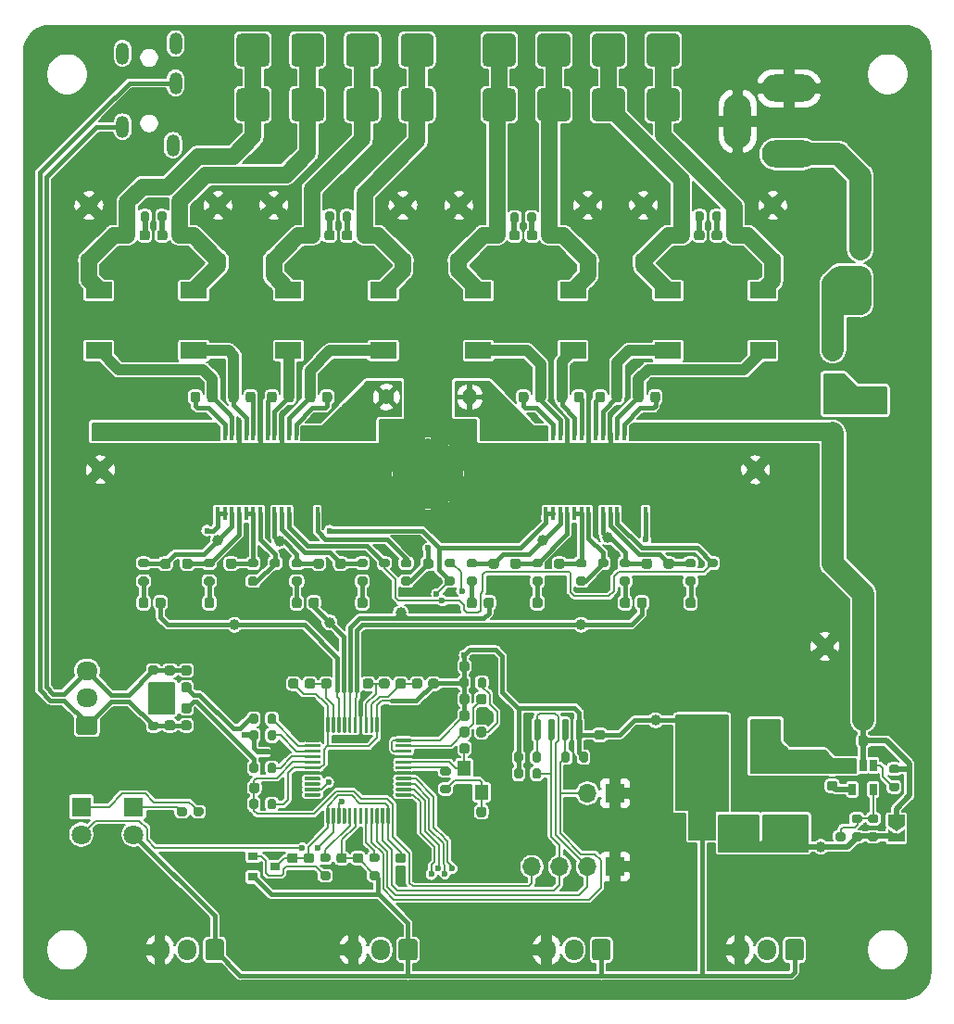
<source format=gbr>
%TF.GenerationSoftware,KiCad,Pcbnew,(5.1.8)-1*%
%TF.CreationDate,2021-12-09T09:07:22-03:00*%
%TF.ProjectId,dsp_amp_2to4,6473705f-616d-4705-9f32-746f342e6b69,1.1*%
%TF.SameCoordinates,Original*%
%TF.FileFunction,Copper,L1,Top*%
%TF.FilePolarity,Positive*%
%FSLAX46Y46*%
G04 Gerber Fmt 4.6, Leading zero omitted, Abs format (unit mm)*
G04 Created by KiCad (PCBNEW (5.1.8)-1) date 2021-12-09 09:07:22*
%MOMM*%
%LPD*%
G01*
G04 APERTURE LIST*
%TA.AperFunction,EtchedComponent*%
%ADD10C,0.100000*%
%TD*%
%TA.AperFunction,SMDPad,CuDef*%
%ADD11C,1.000000*%
%TD*%
%TA.AperFunction,ComponentPad*%
%ADD12C,1.000000*%
%TD*%
%TA.AperFunction,ComponentPad*%
%ADD13O,1.950000X1.700000*%
%TD*%
%TA.AperFunction,ComponentPad*%
%ADD14O,5.000000X2.500000*%
%TD*%
%TA.AperFunction,ComponentPad*%
%ADD15O,2.500000X5.000000*%
%TD*%
%TA.AperFunction,SMDPad,CuDef*%
%ADD16R,0.650000X1.060000*%
%TD*%
%TA.AperFunction,SMDPad,CuDef*%
%ADD17R,2.400000X1.500000*%
%TD*%
%TA.AperFunction,SMDPad,CuDef*%
%ADD18C,0.100000*%
%TD*%
%TA.AperFunction,SMDPad,CuDef*%
%ADD19R,2.500000X1.800000*%
%TD*%
%TA.AperFunction,ComponentPad*%
%ADD20R,1.600000X1.600000*%
%TD*%
%TA.AperFunction,ComponentPad*%
%ADD21C,1.600000*%
%TD*%
%TA.AperFunction,ComponentPad*%
%ADD22O,1.200000X2.000000*%
%TD*%
%TA.AperFunction,ComponentPad*%
%ADD23O,1.700000X1.700000*%
%TD*%
%TA.AperFunction,ComponentPad*%
%ADD24R,1.700000X1.700000*%
%TD*%
%TA.AperFunction,ComponentPad*%
%ADD25O,1.400000X1.400000*%
%TD*%
%TA.AperFunction,ComponentPad*%
%ADD26C,1.400000*%
%TD*%
%TA.AperFunction,SMDPad,CuDef*%
%ADD27C,0.500000*%
%TD*%
%TA.AperFunction,ComponentPad*%
%ADD28C,0.800000*%
%TD*%
%TA.AperFunction,ComponentPad*%
%ADD29C,6.400000*%
%TD*%
%TA.AperFunction,ComponentPad*%
%ADD30O,1.700000X1.950000*%
%TD*%
%TA.AperFunction,ComponentPad*%
%ADD31R,1.800000X1.800000*%
%TD*%
%TA.AperFunction,ComponentPad*%
%ADD32C,1.800000*%
%TD*%
%TA.AperFunction,SMDPad,CuDef*%
%ADD33R,3.800000X2.000000*%
%TD*%
%TA.AperFunction,SMDPad,CuDef*%
%ADD34R,1.500000X2.000000*%
%TD*%
%TA.AperFunction,SMDPad,CuDef*%
%ADD35R,0.400000X1.200000*%
%TD*%
%TA.AperFunction,SMDPad,CuDef*%
%ADD36R,11.000000X5.200000*%
%TD*%
%TA.AperFunction,ComponentPad*%
%ADD37C,0.600000*%
%TD*%
%TA.AperFunction,SMDPad,CuDef*%
%ADD38R,1.200000X1.400000*%
%TD*%
%TA.AperFunction,SMDPad,CuDef*%
%ADD39R,0.900000X0.800000*%
%TD*%
%TA.AperFunction,SMDPad,CuDef*%
%ADD40R,1.800000X2.500000*%
%TD*%
%TA.AperFunction,ViaPad*%
%ADD41C,0.600000*%
%TD*%
%TA.AperFunction,Conductor*%
%ADD42C,0.200000*%
%TD*%
%TA.AperFunction,Conductor*%
%ADD43C,0.500000*%
%TD*%
%TA.AperFunction,Conductor*%
%ADD44C,0.400000*%
%TD*%
%TA.AperFunction,Conductor*%
%ADD45C,2.000000*%
%TD*%
%TA.AperFunction,Conductor*%
%ADD46C,1.500000*%
%TD*%
%TA.AperFunction,Conductor*%
%ADD47C,1.000000*%
%TD*%
%TA.AperFunction,Conductor*%
%ADD48C,0.100000*%
%TD*%
G04 APERTURE END LIST*
D10*
%TO.C,NT1*%
G36*
X72900000Y-117150000D02*
G01*
X71900000Y-117150000D01*
X71900000Y-116650000D01*
X72900000Y-116650000D01*
X72900000Y-117150000D01*
G37*
%TD*%
D11*
%TO.P,TP10,1*%
%TO.N,Net-(C73-Pad1)*%
X103900000Y-97300000D03*
%TD*%
%TO.P,TP9,1*%
%TO.N,Net-(C44-Pad1)*%
X73900000Y-97700000D03*
%TD*%
%TO.P,TP8,1*%
%TO.N,Net-(C71-Pad1)*%
X98000000Y-97600000D03*
%TD*%
%TO.P,TP7,1*%
%TO.N,Net-(C42-Pad1)*%
X68300000Y-97600000D03*
%TD*%
D12*
%TO.P,TP6,1*%
%TO.N,+3V3*%
X108300000Y-114031520D03*
%TD*%
%TO.P,TP5,1*%
%TO.N,+5V*%
X123400000Y-125600000D03*
%TD*%
%TO.P,TP4,1*%
%TO.N,/TPA3116D2_B/LINP*%
X101500000Y-105300000D03*
%TD*%
%TO.P,TP3,1*%
%TO.N,/TPA3116D2_B/RINP*%
X85000000Y-104200000D03*
%TD*%
%TO.P,TP2,1*%
%TO.N,/TPA3116D2_A/LINP*%
X78500000Y-105100000D03*
%TD*%
%TO.P,TP1,1*%
%TO.N,/TPA3116D2_A/RINP*%
X69800000Y-105300000D03*
%TD*%
D13*
%TO.P,JP3,4*%
%TO.N,Net-(F1-Pad2)*%
X127000000Y-76000000D03*
%TO.P,JP3,3*%
X127000000Y-73500000D03*
%TO.P,JP3,2*%
%TO.N,Net-(J1-Pad1)*%
X127000000Y-71000000D03*
%TO.P,JP3,1*%
%TA.AperFunction,ComponentPad*%
G36*
G01*
X126275000Y-67650000D02*
X127725000Y-67650000D01*
G75*
G02*
X127975000Y-67900000I0J-250000D01*
G01*
X127975000Y-69100000D01*
G75*
G02*
X127725000Y-69350000I-250000J0D01*
G01*
X126275000Y-69350000D01*
G75*
G02*
X126025000Y-69100000I0J250000D01*
G01*
X126025000Y-67900000D01*
G75*
G02*
X126275000Y-67650000I250000J0D01*
G01*
G37*
%TD.AperFunction*%
%TD*%
D14*
%TO.P,J1,1*%
%TO.N,Net-(J1-Pad1)*%
X120500000Y-62300000D03*
%TO.P,J1,2*%
%TO.N,GND*%
X120500000Y-56300000D03*
D15*
%TO.P,J1,3*%
X115800000Y-59300000D03*
%TD*%
%TO.P,C8,2*%
%TO.N,GND*%
%TA.AperFunction,SMDPad,CuDef*%
G36*
G01*
X112750000Y-112931520D02*
X112250000Y-112931520D01*
G75*
G02*
X112025000Y-112706520I0J225000D01*
G01*
X112025000Y-112256520D01*
G75*
G02*
X112250000Y-112031520I225000J0D01*
G01*
X112750000Y-112031520D01*
G75*
G02*
X112975000Y-112256520I0J-225000D01*
G01*
X112975000Y-112706520D01*
G75*
G02*
X112750000Y-112931520I-225000J0D01*
G01*
G37*
%TD.AperFunction*%
%TO.P,C8,1*%
%TO.N,+3V3*%
%TA.AperFunction,SMDPad,CuDef*%
G36*
G01*
X112750000Y-114481520D02*
X112250000Y-114481520D01*
G75*
G02*
X112025000Y-114256520I0J225000D01*
G01*
X112025000Y-113806520D01*
G75*
G02*
X112250000Y-113581520I225000J0D01*
G01*
X112750000Y-113581520D01*
G75*
G02*
X112975000Y-113806520I0J-225000D01*
G01*
X112975000Y-114256520D01*
G75*
G02*
X112750000Y-114481520I-225000J0D01*
G01*
G37*
%TD.AperFunction*%
%TD*%
%TO.P,C7,2*%
%TO.N,GND*%
%TA.AperFunction,SMDPad,CuDef*%
G36*
G01*
X114250000Y-112931520D02*
X113750000Y-112931520D01*
G75*
G02*
X113525000Y-112706520I0J225000D01*
G01*
X113525000Y-112256520D01*
G75*
G02*
X113750000Y-112031520I225000J0D01*
G01*
X114250000Y-112031520D01*
G75*
G02*
X114475000Y-112256520I0J-225000D01*
G01*
X114475000Y-112706520D01*
G75*
G02*
X114250000Y-112931520I-225000J0D01*
G01*
G37*
%TD.AperFunction*%
%TO.P,C7,1*%
%TO.N,+3V3*%
%TA.AperFunction,SMDPad,CuDef*%
G36*
G01*
X114250000Y-114481520D02*
X113750000Y-114481520D01*
G75*
G02*
X113525000Y-114256520I0J225000D01*
G01*
X113525000Y-113806520D01*
G75*
G02*
X113750000Y-113581520I225000J0D01*
G01*
X114250000Y-113581520D01*
G75*
G02*
X114475000Y-113806520I0J-225000D01*
G01*
X114475000Y-114256520D01*
G75*
G02*
X114250000Y-114481520I-225000J0D01*
G01*
G37*
%TD.AperFunction*%
%TD*%
D16*
%TO.P,U1,5*%
%TO.N,+12V*%
X127240000Y-118143480D03*
%TO.P,U1,6*%
%TO.N,Net-(C3-Pad2)*%
X126290000Y-118143480D03*
%TO.P,U1,4*%
%TO.N,Net-(R1-Pad1)*%
X128190000Y-118143480D03*
%TO.P,U1,3*%
%TO.N,Net-(R2-Pad2)*%
X128190000Y-120343480D03*
%TO.P,U1,2*%
%TO.N,GND*%
X127240000Y-120343480D03*
%TO.P,U1,1*%
%TO.N,Net-(C3-Pad1)*%
X126290000Y-120343480D03*
%TD*%
%TO.P,R4,2*%
%TO.N,Net-(R2-Pad2)*%
%TA.AperFunction,SMDPad,CuDef*%
G36*
G01*
X128475000Y-123418480D02*
X127925000Y-123418480D01*
G75*
G02*
X127725000Y-123218480I0J200000D01*
G01*
X127725000Y-122818480D01*
G75*
G02*
X127925000Y-122618480I200000J0D01*
G01*
X128475000Y-122618480D01*
G75*
G02*
X128675000Y-122818480I0J-200000D01*
G01*
X128675000Y-123218480D01*
G75*
G02*
X128475000Y-123418480I-200000J0D01*
G01*
G37*
%TD.AperFunction*%
%TO.P,R4,1*%
%TO.N,+5V*%
%TA.AperFunction,SMDPad,CuDef*%
G36*
G01*
X128475000Y-125068480D02*
X127925000Y-125068480D01*
G75*
G02*
X127725000Y-124868480I0J200000D01*
G01*
X127725000Y-124468480D01*
G75*
G02*
X127925000Y-124268480I200000J0D01*
G01*
X128475000Y-124268480D01*
G75*
G02*
X128675000Y-124468480I0J-200000D01*
G01*
X128675000Y-124868480D01*
G75*
G02*
X128475000Y-125068480I-200000J0D01*
G01*
G37*
%TD.AperFunction*%
%TD*%
%TO.P,R3,2*%
%TO.N,Net-(R2-Pad2)*%
%TA.AperFunction,SMDPad,CuDef*%
G36*
G01*
X126975000Y-123418480D02*
X126425000Y-123418480D01*
G75*
G02*
X126225000Y-123218480I0J200000D01*
G01*
X126225000Y-122818480D01*
G75*
G02*
X126425000Y-122618480I200000J0D01*
G01*
X126975000Y-122618480D01*
G75*
G02*
X127175000Y-122818480I0J-200000D01*
G01*
X127175000Y-123218480D01*
G75*
G02*
X126975000Y-123418480I-200000J0D01*
G01*
G37*
%TD.AperFunction*%
%TO.P,R3,1*%
%TO.N,+5V*%
%TA.AperFunction,SMDPad,CuDef*%
G36*
G01*
X126975000Y-125068480D02*
X126425000Y-125068480D01*
G75*
G02*
X126225000Y-124868480I0J200000D01*
G01*
X126225000Y-124468480D01*
G75*
G02*
X126425000Y-124268480I200000J0D01*
G01*
X126975000Y-124268480D01*
G75*
G02*
X127175000Y-124468480I0J-200000D01*
G01*
X127175000Y-124868480D01*
G75*
G02*
X126975000Y-125068480I-200000J0D01*
G01*
G37*
%TD.AperFunction*%
%TD*%
%TO.P,R2,2*%
%TO.N,Net-(R2-Pad2)*%
%TA.AperFunction,SMDPad,CuDef*%
G36*
G01*
X124925000Y-124268480D02*
X125475000Y-124268480D01*
G75*
G02*
X125675000Y-124468480I0J-200000D01*
G01*
X125675000Y-124868480D01*
G75*
G02*
X125475000Y-125068480I-200000J0D01*
G01*
X124925000Y-125068480D01*
G75*
G02*
X124725000Y-124868480I0J200000D01*
G01*
X124725000Y-124468480D01*
G75*
G02*
X124925000Y-124268480I200000J0D01*
G01*
G37*
%TD.AperFunction*%
%TO.P,R2,1*%
%TO.N,GND*%
%TA.AperFunction,SMDPad,CuDef*%
G36*
G01*
X124925000Y-122618480D02*
X125475000Y-122618480D01*
G75*
G02*
X125675000Y-122818480I0J-200000D01*
G01*
X125675000Y-123218480D01*
G75*
G02*
X125475000Y-123418480I-200000J0D01*
G01*
X124925000Y-123418480D01*
G75*
G02*
X124725000Y-123218480I0J200000D01*
G01*
X124725000Y-122818480D01*
G75*
G02*
X124925000Y-122618480I200000J0D01*
G01*
G37*
%TD.AperFunction*%
%TD*%
%TO.P,R1,2*%
%TO.N,+12V*%
%TA.AperFunction,SMDPad,CuDef*%
G36*
G01*
X130375000Y-118875000D02*
X129825000Y-118875000D01*
G75*
G02*
X129625000Y-118675000I0J200000D01*
G01*
X129625000Y-118275000D01*
G75*
G02*
X129825000Y-118075000I200000J0D01*
G01*
X130375000Y-118075000D01*
G75*
G02*
X130575000Y-118275000I0J-200000D01*
G01*
X130575000Y-118675000D01*
G75*
G02*
X130375000Y-118875000I-200000J0D01*
G01*
G37*
%TD.AperFunction*%
%TO.P,R1,1*%
%TO.N,Net-(R1-Pad1)*%
%TA.AperFunction,SMDPad,CuDef*%
G36*
G01*
X130375000Y-120525000D02*
X129825000Y-120525000D01*
G75*
G02*
X129625000Y-120325000I0J200000D01*
G01*
X129625000Y-119925000D01*
G75*
G02*
X129825000Y-119725000I200000J0D01*
G01*
X130375000Y-119725000D01*
G75*
G02*
X130575000Y-119925000I0J-200000D01*
G01*
X130575000Y-120325000D01*
G75*
G02*
X130375000Y-120525000I-200000J0D01*
G01*
G37*
%TD.AperFunction*%
%TD*%
D17*
%TO.P,L2,2*%
%TO.N,+5V*%
X120140000Y-123493480D03*
%TO.P,L2,1*%
%TO.N,Net-(C3-Pad2)*%
X120140000Y-117993480D03*
%TD*%
%TA.AperFunction,SMDPad,CuDef*%
D18*
%TO.P,JP1,1*%
%TO.N,+12V*%
G36*
X130300000Y-124175000D02*
G01*
X129550000Y-123675000D01*
X129550000Y-122675000D01*
X131050000Y-122675000D01*
X131050000Y-123675000D01*
X130300000Y-124175000D01*
G37*
%TD.AperFunction*%
%TA.AperFunction,SMDPad,CuDef*%
%TO.P,JP1,2*%
%TO.N,+5V*%
G36*
X129550000Y-125125000D02*
G01*
X129550000Y-123975000D01*
X130300000Y-124475000D01*
X131050000Y-123975000D01*
X131050000Y-125125000D01*
X129550000Y-125125000D01*
G37*
%TD.AperFunction*%
%TD*%
D19*
%TO.P,D2,2*%
%TO.N,GND*%
X122200000Y-114900000D03*
%TO.P,D2,1*%
%TO.N,Net-(C3-Pad2)*%
X118200000Y-114900000D03*
%TD*%
%TO.P,C6,2*%
%TO.N,GND*%
%TA.AperFunction,SMDPad,CuDef*%
G36*
G01*
X119850000Y-126681520D02*
X120350000Y-126681520D01*
G75*
G02*
X120575000Y-126906520I0J-225000D01*
G01*
X120575000Y-127356520D01*
G75*
G02*
X120350000Y-127581520I-225000J0D01*
G01*
X119850000Y-127581520D01*
G75*
G02*
X119625000Y-127356520I0J225000D01*
G01*
X119625000Y-126906520D01*
G75*
G02*
X119850000Y-126681520I225000J0D01*
G01*
G37*
%TD.AperFunction*%
%TO.P,C6,1*%
%TO.N,+5V*%
%TA.AperFunction,SMDPad,CuDef*%
G36*
G01*
X119850000Y-125131520D02*
X120350000Y-125131520D01*
G75*
G02*
X120575000Y-125356520I0J-225000D01*
G01*
X120575000Y-125806520D01*
G75*
G02*
X120350000Y-126031520I-225000J0D01*
G01*
X119850000Y-126031520D01*
G75*
G02*
X119625000Y-125806520I0J225000D01*
G01*
X119625000Y-125356520D01*
G75*
G02*
X119850000Y-125131520I225000J0D01*
G01*
G37*
%TD.AperFunction*%
%TD*%
%TO.P,C5,2*%
%TO.N,GND*%
%TA.AperFunction,SMDPad,CuDef*%
G36*
G01*
X121350000Y-126681520D02*
X121850000Y-126681520D01*
G75*
G02*
X122075000Y-126906520I0J-225000D01*
G01*
X122075000Y-127356520D01*
G75*
G02*
X121850000Y-127581520I-225000J0D01*
G01*
X121350000Y-127581520D01*
G75*
G02*
X121125000Y-127356520I0J225000D01*
G01*
X121125000Y-126906520D01*
G75*
G02*
X121350000Y-126681520I225000J0D01*
G01*
G37*
%TD.AperFunction*%
%TO.P,C5,1*%
%TO.N,+5V*%
%TA.AperFunction,SMDPad,CuDef*%
G36*
G01*
X121350000Y-125131520D02*
X121850000Y-125131520D01*
G75*
G02*
X122075000Y-125356520I0J-225000D01*
G01*
X122075000Y-125806520D01*
G75*
G02*
X121850000Y-126031520I-225000J0D01*
G01*
X121350000Y-126031520D01*
G75*
G02*
X121125000Y-125806520I0J225000D01*
G01*
X121125000Y-125356520D01*
G75*
G02*
X121350000Y-125131520I225000J0D01*
G01*
G37*
%TD.AperFunction*%
%TD*%
%TO.P,C3,2*%
%TO.N,Net-(C3-Pad2)*%
%TA.AperFunction,SMDPad,CuDef*%
G36*
G01*
X124690000Y-118918480D02*
X124190000Y-118918480D01*
G75*
G02*
X123965000Y-118693480I0J225000D01*
G01*
X123965000Y-118243480D01*
G75*
G02*
X124190000Y-118018480I225000J0D01*
G01*
X124690000Y-118018480D01*
G75*
G02*
X124915000Y-118243480I0J-225000D01*
G01*
X124915000Y-118693480D01*
G75*
G02*
X124690000Y-118918480I-225000J0D01*
G01*
G37*
%TD.AperFunction*%
%TO.P,C3,1*%
%TO.N,Net-(C3-Pad1)*%
%TA.AperFunction,SMDPad,CuDef*%
G36*
G01*
X124690000Y-120468480D02*
X124190000Y-120468480D01*
G75*
G02*
X123965000Y-120243480I0J225000D01*
G01*
X123965000Y-119793480D01*
G75*
G02*
X124190000Y-119568480I225000J0D01*
G01*
X124690000Y-119568480D01*
G75*
G02*
X124915000Y-119793480I0J-225000D01*
G01*
X124915000Y-120243480D01*
G75*
G02*
X124690000Y-120468480I-225000J0D01*
G01*
G37*
%TD.AperFunction*%
%TD*%
%TO.P,C1,2*%
%TO.N,GND*%
%TA.AperFunction,SMDPad,CuDef*%
G36*
G01*
X126175000Y-115650000D02*
X126175000Y-116150000D01*
G75*
G02*
X125950000Y-116375000I-225000J0D01*
G01*
X125500000Y-116375000D01*
G75*
G02*
X125275000Y-116150000I0J225000D01*
G01*
X125275000Y-115650000D01*
G75*
G02*
X125500000Y-115425000I225000J0D01*
G01*
X125950000Y-115425000D01*
G75*
G02*
X126175000Y-115650000I0J-225000D01*
G01*
G37*
%TD.AperFunction*%
%TO.P,C1,1*%
%TO.N,+12V*%
%TA.AperFunction,SMDPad,CuDef*%
G36*
G01*
X127725000Y-115650000D02*
X127725000Y-116150000D01*
G75*
G02*
X127500000Y-116375000I-225000J0D01*
G01*
X127050000Y-116375000D01*
G75*
G02*
X126825000Y-116150000I0J225000D01*
G01*
X126825000Y-115650000D01*
G75*
G02*
X127050000Y-115425000I225000J0D01*
G01*
X127500000Y-115425000D01*
G75*
G02*
X127725000Y-115650000I0J-225000D01*
G01*
G37*
%TD.AperFunction*%
%TD*%
%TO.P,C51,1*%
%TO.N,+12VA*%
%TA.AperFunction,SMDPad,CuDef*%
G36*
G01*
X64250000Y-87275000D02*
X64750000Y-87275000D01*
G75*
G02*
X64975000Y-87500000I0J-225000D01*
G01*
X64975000Y-87950000D01*
G75*
G02*
X64750000Y-88175000I-225000J0D01*
G01*
X64250000Y-88175000D01*
G75*
G02*
X64025000Y-87950000I0J225000D01*
G01*
X64025000Y-87500000D01*
G75*
G02*
X64250000Y-87275000I225000J0D01*
G01*
G37*
%TD.AperFunction*%
%TO.P,C51,2*%
%TO.N,GND*%
%TA.AperFunction,SMDPad,CuDef*%
G36*
G01*
X64250000Y-88825000D02*
X64750000Y-88825000D01*
G75*
G02*
X64975000Y-89050000I0J-225000D01*
G01*
X64975000Y-89500000D01*
G75*
G02*
X64750000Y-89725000I-225000J0D01*
G01*
X64250000Y-89725000D01*
G75*
G02*
X64025000Y-89500000I0J225000D01*
G01*
X64025000Y-89050000D01*
G75*
G02*
X64250000Y-88825000I225000J0D01*
G01*
G37*
%TD.AperFunction*%
%TD*%
%TO.P,C53,2*%
%TO.N,GND*%
%TA.AperFunction,SMDPad,CuDef*%
G36*
G01*
X62750000Y-88825000D02*
X63250000Y-88825000D01*
G75*
G02*
X63475000Y-89050000I0J-225000D01*
G01*
X63475000Y-89500000D01*
G75*
G02*
X63250000Y-89725000I-225000J0D01*
G01*
X62750000Y-89725000D01*
G75*
G02*
X62525000Y-89500000I0J225000D01*
G01*
X62525000Y-89050000D01*
G75*
G02*
X62750000Y-88825000I225000J0D01*
G01*
G37*
%TD.AperFunction*%
%TO.P,C53,1*%
%TO.N,+12VA*%
%TA.AperFunction,SMDPad,CuDef*%
G36*
G01*
X62750000Y-87275000D02*
X63250000Y-87275000D01*
G75*
G02*
X63475000Y-87500000I0J-225000D01*
G01*
X63475000Y-87950000D01*
G75*
G02*
X63250000Y-88175000I-225000J0D01*
G01*
X62750000Y-88175000D01*
G75*
G02*
X62525000Y-87950000I0J225000D01*
G01*
X62525000Y-87500000D01*
G75*
G02*
X62750000Y-87275000I225000J0D01*
G01*
G37*
%TD.AperFunction*%
%TD*%
D20*
%TO.P,C11,1*%
%TO.N,+12VA*%
X57552651Y-87650000D03*
D21*
%TO.P,C11,2*%
%TO.N,GND*%
X57552651Y-91150000D03*
%TD*%
%TO.P,J5,4*%
%TO.N,/TPA3116D2_B/ROUTP*%
%TA.AperFunction,ComponentPad*%
G36*
G01*
X95500000Y-51675000D02*
X95500000Y-53925000D01*
G75*
G02*
X95125000Y-54300000I-375000J0D01*
G01*
X92875000Y-54300000D01*
G75*
G02*
X92500000Y-53925000I0J375000D01*
G01*
X92500000Y-51675000D01*
G75*
G02*
X92875000Y-51300000I375000J0D01*
G01*
X95125000Y-51300000D01*
G75*
G02*
X95500000Y-51675000I0J-375000D01*
G01*
G37*
%TD.AperFunction*%
%TO.P,J5,3*%
%TO.N,/TPA3116D2_B/ROUTN*%
%TA.AperFunction,ComponentPad*%
G36*
G01*
X100500000Y-51675000D02*
X100500000Y-53925000D01*
G75*
G02*
X100125000Y-54300000I-375000J0D01*
G01*
X97875000Y-54300000D01*
G75*
G02*
X97500000Y-53925000I0J375000D01*
G01*
X97500000Y-51675000D01*
G75*
G02*
X97875000Y-51300000I375000J0D01*
G01*
X100125000Y-51300000D01*
G75*
G02*
X100500000Y-51675000I0J-375000D01*
G01*
G37*
%TD.AperFunction*%
%TO.P,J5,2*%
%TO.N,/TPA3116D2_B/LOUTP*%
%TA.AperFunction,ComponentPad*%
G36*
G01*
X105500000Y-51675000D02*
X105500000Y-53925000D01*
G75*
G02*
X105125000Y-54300000I-375000J0D01*
G01*
X102875000Y-54300000D01*
G75*
G02*
X102500000Y-53925000I0J375000D01*
G01*
X102500000Y-51675000D01*
G75*
G02*
X102875000Y-51300000I375000J0D01*
G01*
X105125000Y-51300000D01*
G75*
G02*
X105500000Y-51675000I0J-375000D01*
G01*
G37*
%TD.AperFunction*%
%TO.P,J5,1*%
%TO.N,/TPA3116D2_B/LOUTN*%
%TA.AperFunction,ComponentPad*%
G36*
G01*
X110500000Y-51675000D02*
X110500000Y-53925000D01*
G75*
G02*
X110125000Y-54300000I-375000J0D01*
G01*
X107875000Y-54300000D01*
G75*
G02*
X107500000Y-53925000I0J375000D01*
G01*
X107500000Y-51675000D01*
G75*
G02*
X107875000Y-51300000I375000J0D01*
G01*
X110125000Y-51300000D01*
G75*
G02*
X110500000Y-51675000I0J-375000D01*
G01*
G37*
%TD.AperFunction*%
%TO.P,J5,4*%
%TO.N,/TPA3116D2_B/ROUTP*%
%TA.AperFunction,ComponentPad*%
G36*
G01*
X95500000Y-56675000D02*
X95500000Y-58925000D01*
G75*
G02*
X95125000Y-59300000I-375000J0D01*
G01*
X92875000Y-59300000D01*
G75*
G02*
X92500000Y-58925000I0J375000D01*
G01*
X92500000Y-56675000D01*
G75*
G02*
X92875000Y-56300000I375000J0D01*
G01*
X95125000Y-56300000D01*
G75*
G02*
X95500000Y-56675000I0J-375000D01*
G01*
G37*
%TD.AperFunction*%
%TO.P,J5,3*%
%TO.N,/TPA3116D2_B/ROUTN*%
%TA.AperFunction,ComponentPad*%
G36*
G01*
X100500000Y-56675000D02*
X100500000Y-58925000D01*
G75*
G02*
X100125000Y-59300000I-375000J0D01*
G01*
X97875000Y-59300000D01*
G75*
G02*
X97500000Y-58925000I0J375000D01*
G01*
X97500000Y-56675000D01*
G75*
G02*
X97875000Y-56300000I375000J0D01*
G01*
X100125000Y-56300000D01*
G75*
G02*
X100500000Y-56675000I0J-375000D01*
G01*
G37*
%TD.AperFunction*%
%TO.P,J5,2*%
%TO.N,/TPA3116D2_B/LOUTP*%
%TA.AperFunction,ComponentPad*%
G36*
G01*
X105500000Y-56675000D02*
X105500000Y-58925000D01*
G75*
G02*
X105125000Y-59300000I-375000J0D01*
G01*
X102875000Y-59300000D01*
G75*
G02*
X102500000Y-58925000I0J375000D01*
G01*
X102500000Y-56675000D01*
G75*
G02*
X102875000Y-56300000I375000J0D01*
G01*
X105125000Y-56300000D01*
G75*
G02*
X105500000Y-56675000I0J-375000D01*
G01*
G37*
%TD.AperFunction*%
%TO.P,J5,1*%
%TO.N,/TPA3116D2_B/LOUTN*%
%TA.AperFunction,ComponentPad*%
G36*
G01*
X110500000Y-56675000D02*
X110500000Y-58925000D01*
G75*
G02*
X110125000Y-59300000I-375000J0D01*
G01*
X107875000Y-59300000D01*
G75*
G02*
X107500000Y-58925000I0J375000D01*
G01*
X107500000Y-56675000D01*
G75*
G02*
X107875000Y-56300000I375000J0D01*
G01*
X110125000Y-56300000D01*
G75*
G02*
X110500000Y-56675000I0J-375000D01*
G01*
G37*
%TD.AperFunction*%
%TD*%
%TO.P,J4,4*%
%TO.N,/TPA3116D2_A/ROUTP*%
%TA.AperFunction,ComponentPad*%
G36*
G01*
X73000000Y-51675000D02*
X73000000Y-53925000D01*
G75*
G02*
X72625000Y-54300000I-375000J0D01*
G01*
X70375000Y-54300000D01*
G75*
G02*
X70000000Y-53925000I0J375000D01*
G01*
X70000000Y-51675000D01*
G75*
G02*
X70375000Y-51300000I375000J0D01*
G01*
X72625000Y-51300000D01*
G75*
G02*
X73000000Y-51675000I0J-375000D01*
G01*
G37*
%TD.AperFunction*%
%TO.P,J4,3*%
%TO.N,/TPA3116D2_A/ROUTN*%
%TA.AperFunction,ComponentPad*%
G36*
G01*
X78000000Y-51675000D02*
X78000000Y-53925000D01*
G75*
G02*
X77625000Y-54300000I-375000J0D01*
G01*
X75375000Y-54300000D01*
G75*
G02*
X75000000Y-53925000I0J375000D01*
G01*
X75000000Y-51675000D01*
G75*
G02*
X75375000Y-51300000I375000J0D01*
G01*
X77625000Y-51300000D01*
G75*
G02*
X78000000Y-51675000I0J-375000D01*
G01*
G37*
%TD.AperFunction*%
%TO.P,J4,2*%
%TO.N,/TPA3116D2_A/LOUTP*%
%TA.AperFunction,ComponentPad*%
G36*
G01*
X83000000Y-51675000D02*
X83000000Y-53925000D01*
G75*
G02*
X82625000Y-54300000I-375000J0D01*
G01*
X80375000Y-54300000D01*
G75*
G02*
X80000000Y-53925000I0J375000D01*
G01*
X80000000Y-51675000D01*
G75*
G02*
X80375000Y-51300000I375000J0D01*
G01*
X82625000Y-51300000D01*
G75*
G02*
X83000000Y-51675000I0J-375000D01*
G01*
G37*
%TD.AperFunction*%
%TO.P,J4,1*%
%TO.N,/TPA3116D2_A/LOUTN*%
%TA.AperFunction,ComponentPad*%
G36*
G01*
X88000000Y-51675000D02*
X88000000Y-53925000D01*
G75*
G02*
X87625000Y-54300000I-375000J0D01*
G01*
X85375000Y-54300000D01*
G75*
G02*
X85000000Y-53925000I0J375000D01*
G01*
X85000000Y-51675000D01*
G75*
G02*
X85375000Y-51300000I375000J0D01*
G01*
X87625000Y-51300000D01*
G75*
G02*
X88000000Y-51675000I0J-375000D01*
G01*
G37*
%TD.AperFunction*%
%TO.P,J4,4*%
%TO.N,/TPA3116D2_A/ROUTP*%
%TA.AperFunction,ComponentPad*%
G36*
G01*
X73000000Y-56675000D02*
X73000000Y-58925000D01*
G75*
G02*
X72625000Y-59300000I-375000J0D01*
G01*
X70375000Y-59300000D01*
G75*
G02*
X70000000Y-58925000I0J375000D01*
G01*
X70000000Y-56675000D01*
G75*
G02*
X70375000Y-56300000I375000J0D01*
G01*
X72625000Y-56300000D01*
G75*
G02*
X73000000Y-56675000I0J-375000D01*
G01*
G37*
%TD.AperFunction*%
%TO.P,J4,3*%
%TO.N,/TPA3116D2_A/ROUTN*%
%TA.AperFunction,ComponentPad*%
G36*
G01*
X78000000Y-56675000D02*
X78000000Y-58925000D01*
G75*
G02*
X77625000Y-59300000I-375000J0D01*
G01*
X75375000Y-59300000D01*
G75*
G02*
X75000000Y-58925000I0J375000D01*
G01*
X75000000Y-56675000D01*
G75*
G02*
X75375000Y-56300000I375000J0D01*
G01*
X77625000Y-56300000D01*
G75*
G02*
X78000000Y-56675000I0J-375000D01*
G01*
G37*
%TD.AperFunction*%
%TO.P,J4,2*%
%TO.N,/TPA3116D2_A/LOUTP*%
%TA.AperFunction,ComponentPad*%
G36*
G01*
X83000000Y-56675000D02*
X83000000Y-58925000D01*
G75*
G02*
X82625000Y-59300000I-375000J0D01*
G01*
X80375000Y-59300000D01*
G75*
G02*
X80000000Y-58925000I0J375000D01*
G01*
X80000000Y-56675000D01*
G75*
G02*
X80375000Y-56300000I375000J0D01*
G01*
X82625000Y-56300000D01*
G75*
G02*
X83000000Y-56675000I0J-375000D01*
G01*
G37*
%TD.AperFunction*%
%TO.P,J4,1*%
%TO.N,/TPA3116D2_A/LOUTN*%
%TA.AperFunction,ComponentPad*%
G36*
G01*
X88000000Y-56675000D02*
X88000000Y-58925000D01*
G75*
G02*
X87625000Y-59300000I-375000J0D01*
G01*
X85375000Y-59300000D01*
G75*
G02*
X85000000Y-58925000I0J375000D01*
G01*
X85000000Y-56675000D01*
G75*
G02*
X85375000Y-56300000I375000J0D01*
G01*
X87625000Y-56300000D01*
G75*
G02*
X88000000Y-56675000I0J-375000D01*
G01*
G37*
%TD.AperFunction*%
%TD*%
D13*
%TO.P,J3,3*%
%TO.N,/ADAU1701/ADC0*%
X56300000Y-109500000D03*
%TO.P,J3,2*%
%TO.N,/ADAU1701/GNDS*%
X56300000Y-112000000D03*
%TO.P,J3,1*%
%TO.N,/ADAU1701/ADC1*%
%TA.AperFunction,ComponentPad*%
G36*
G01*
X57025000Y-115350000D02*
X55575000Y-115350000D01*
G75*
G02*
X55325000Y-115100000I0J250000D01*
G01*
X55325000Y-113900000D01*
G75*
G02*
X55575000Y-113650000I250000J0D01*
G01*
X57025000Y-113650000D01*
G75*
G02*
X57275000Y-113900000I0J-250000D01*
G01*
X57275000Y-115100000D01*
G75*
G02*
X57025000Y-115350000I-250000J0D01*
G01*
G37*
%TD.AperFunction*%
%TD*%
D22*
%TO.P,J2,3*%
%TO.N,/ADAU1701/GNDS*%
X59580000Y-53100000D03*
%TO.P,J2,2*%
%TO.N,/ADAU1701/ADC0*%
X59580000Y-59800000D03*
%TO.P,J2,6*%
%TO.N,Net-(J2-Pad6)*%
X64200000Y-61500000D03*
%TO.P,J2,5*%
%TO.N,/ADAU1701/ADC1*%
X64420000Y-55800000D03*
%TO.P,J2,4*%
%TO.N,Net-(J2-Pad4)*%
X64420000Y-52200000D03*
%TD*%
D23*
%TO.P,J7,4*%
%TO.N,/ADAU1701/~RST*%
X96980000Y-127400000D03*
%TO.P,J7,3*%
%TO.N,/ADAU1701/SCL*%
X99520000Y-127400000D03*
%TO.P,J7,2*%
%TO.N,/ADAU1701/SDA*%
X102060000Y-127400000D03*
D24*
%TO.P,J7,1*%
%TO.N,GND*%
X104600000Y-127400000D03*
%TD*%
D25*
%TO.P,JP2,2*%
%TO.N,+12V*%
X91310000Y-84500000D03*
D26*
%TO.P,JP2,1*%
%TO.N,+12VA*%
X83690000Y-84500000D03*
%TD*%
%TO.P,R19,2*%
%TO.N,Net-(R19-Pad2)*%
%TA.AperFunction,SMDPad,CuDef*%
G36*
G01*
X72825000Y-115675000D02*
X72825000Y-115125000D01*
G75*
G02*
X73025000Y-114925000I200000J0D01*
G01*
X73425000Y-114925000D01*
G75*
G02*
X73625000Y-115125000I0J-200000D01*
G01*
X73625000Y-115675000D01*
G75*
G02*
X73425000Y-115875000I-200000J0D01*
G01*
X73025000Y-115875000D01*
G75*
G02*
X72825000Y-115675000I0J200000D01*
G01*
G37*
%TD.AperFunction*%
%TO.P,R19,1*%
%TO.N,/ADAU1701/GNDS*%
%TA.AperFunction,SMDPad,CuDef*%
G36*
G01*
X71175000Y-115675000D02*
X71175000Y-115125000D01*
G75*
G02*
X71375000Y-114925000I200000J0D01*
G01*
X71775000Y-114925000D01*
G75*
G02*
X71975000Y-115125000I0J-200000D01*
G01*
X71975000Y-115675000D01*
G75*
G02*
X71775000Y-115875000I-200000J0D01*
G01*
X71375000Y-115875000D01*
G75*
G02*
X71175000Y-115675000I0J200000D01*
G01*
G37*
%TD.AperFunction*%
%TD*%
%TO.P,R13,2*%
%TO.N,Net-(R13-Pad2)*%
%TA.AperFunction,SMDPad,CuDef*%
G36*
G01*
X72825000Y-114175000D02*
X72825000Y-113625000D01*
G75*
G02*
X73025000Y-113425000I200000J0D01*
G01*
X73425000Y-113425000D01*
G75*
G02*
X73625000Y-113625000I0J-200000D01*
G01*
X73625000Y-114175000D01*
G75*
G02*
X73425000Y-114375000I-200000J0D01*
G01*
X73025000Y-114375000D01*
G75*
G02*
X72825000Y-114175000I0J200000D01*
G01*
G37*
%TD.AperFunction*%
%TO.P,R13,1*%
%TO.N,Net-(C18-Pad2)*%
%TA.AperFunction,SMDPad,CuDef*%
G36*
G01*
X71175000Y-114175000D02*
X71175000Y-113625000D01*
G75*
G02*
X71375000Y-113425000I200000J0D01*
G01*
X71775000Y-113425000D01*
G75*
G02*
X71975000Y-113625000I0J-200000D01*
G01*
X71975000Y-114175000D01*
G75*
G02*
X71775000Y-114375000I-200000J0D01*
G01*
X71375000Y-114375000D01*
G75*
G02*
X71175000Y-114175000I0J200000D01*
G01*
G37*
%TD.AperFunction*%
%TD*%
D27*
%TO.P,NT1,2*%
%TO.N,/ADAU1701/GNDS*%
X71900000Y-116900000D03*
%TO.P,NT1,1*%
%TO.N,GND*%
X72900000Y-116900000D03*
%TD*%
%TO.P,C95,2*%
%TO.N,GND*%
%TA.AperFunction,SMDPad,CuDef*%
G36*
G01*
X113650000Y-70825000D02*
X114150000Y-70825000D01*
G75*
G02*
X114375000Y-71050000I0J-225000D01*
G01*
X114375000Y-71500000D01*
G75*
G02*
X114150000Y-71725000I-225000J0D01*
G01*
X113650000Y-71725000D01*
G75*
G02*
X113425000Y-71500000I0J225000D01*
G01*
X113425000Y-71050000D01*
G75*
G02*
X113650000Y-70825000I225000J0D01*
G01*
G37*
%TD.AperFunction*%
%TO.P,C95,1*%
%TO.N,Net-(C95-Pad1)*%
%TA.AperFunction,SMDPad,CuDef*%
G36*
G01*
X113650000Y-69275000D02*
X114150000Y-69275000D01*
G75*
G02*
X114375000Y-69500000I0J-225000D01*
G01*
X114375000Y-69950000D01*
G75*
G02*
X114150000Y-70175000I-225000J0D01*
G01*
X113650000Y-70175000D01*
G75*
G02*
X113425000Y-69950000I0J225000D01*
G01*
X113425000Y-69500000D01*
G75*
G02*
X113650000Y-69275000I225000J0D01*
G01*
G37*
%TD.AperFunction*%
%TD*%
%TO.P,C94,2*%
%TO.N,GND*%
%TA.AperFunction,SMDPad,CuDef*%
G36*
G01*
X112050000Y-70825000D02*
X112550000Y-70825000D01*
G75*
G02*
X112775000Y-71050000I0J-225000D01*
G01*
X112775000Y-71500000D01*
G75*
G02*
X112550000Y-71725000I-225000J0D01*
G01*
X112050000Y-71725000D01*
G75*
G02*
X111825000Y-71500000I0J225000D01*
G01*
X111825000Y-71050000D01*
G75*
G02*
X112050000Y-70825000I225000J0D01*
G01*
G37*
%TD.AperFunction*%
%TO.P,C94,1*%
%TO.N,Net-(C94-Pad1)*%
%TA.AperFunction,SMDPad,CuDef*%
G36*
G01*
X112050000Y-69275000D02*
X112550000Y-69275000D01*
G75*
G02*
X112775000Y-69500000I0J-225000D01*
G01*
X112775000Y-69950000D01*
G75*
G02*
X112550000Y-70175000I-225000J0D01*
G01*
X112050000Y-70175000D01*
G75*
G02*
X111825000Y-69950000I0J225000D01*
G01*
X111825000Y-69500000D01*
G75*
G02*
X112050000Y-69275000I225000J0D01*
G01*
G37*
%TD.AperFunction*%
%TD*%
%TO.P,C93,2*%
%TO.N,GND*%
%TA.AperFunction,SMDPad,CuDef*%
G36*
G01*
X96750000Y-70825000D02*
X97250000Y-70825000D01*
G75*
G02*
X97475000Y-71050000I0J-225000D01*
G01*
X97475000Y-71500000D01*
G75*
G02*
X97250000Y-71725000I-225000J0D01*
G01*
X96750000Y-71725000D01*
G75*
G02*
X96525000Y-71500000I0J225000D01*
G01*
X96525000Y-71050000D01*
G75*
G02*
X96750000Y-70825000I225000J0D01*
G01*
G37*
%TD.AperFunction*%
%TO.P,C93,1*%
%TO.N,Net-(C93-Pad1)*%
%TA.AperFunction,SMDPad,CuDef*%
G36*
G01*
X96750000Y-69275000D02*
X97250000Y-69275000D01*
G75*
G02*
X97475000Y-69500000I0J-225000D01*
G01*
X97475000Y-69950000D01*
G75*
G02*
X97250000Y-70175000I-225000J0D01*
G01*
X96750000Y-70175000D01*
G75*
G02*
X96525000Y-69950000I0J225000D01*
G01*
X96525000Y-69500000D01*
G75*
G02*
X96750000Y-69275000I225000J0D01*
G01*
G37*
%TD.AperFunction*%
%TD*%
%TO.P,C91,2*%
%TO.N,GND*%
%TA.AperFunction,SMDPad,CuDef*%
G36*
G01*
X115250000Y-70825000D02*
X115750000Y-70825000D01*
G75*
G02*
X115975000Y-71050000I0J-225000D01*
G01*
X115975000Y-71500000D01*
G75*
G02*
X115750000Y-71725000I-225000J0D01*
G01*
X115250000Y-71725000D01*
G75*
G02*
X115025000Y-71500000I0J225000D01*
G01*
X115025000Y-71050000D01*
G75*
G02*
X115250000Y-70825000I225000J0D01*
G01*
G37*
%TD.AperFunction*%
%TO.P,C91,1*%
%TO.N,/TPA3116D2_B/LOUTN*%
%TA.AperFunction,SMDPad,CuDef*%
G36*
G01*
X115250000Y-69275000D02*
X115750000Y-69275000D01*
G75*
G02*
X115975000Y-69500000I0J-225000D01*
G01*
X115975000Y-69950000D01*
G75*
G02*
X115750000Y-70175000I-225000J0D01*
G01*
X115250000Y-70175000D01*
G75*
G02*
X115025000Y-69950000I0J225000D01*
G01*
X115025000Y-69500000D01*
G75*
G02*
X115250000Y-69275000I225000J0D01*
G01*
G37*
%TD.AperFunction*%
%TD*%
%TO.P,C90,2*%
%TO.N,GND*%
%TA.AperFunction,SMDPad,CuDef*%
G36*
G01*
X110450000Y-70825000D02*
X110950000Y-70825000D01*
G75*
G02*
X111175000Y-71050000I0J-225000D01*
G01*
X111175000Y-71500000D01*
G75*
G02*
X110950000Y-71725000I-225000J0D01*
G01*
X110450000Y-71725000D01*
G75*
G02*
X110225000Y-71500000I0J225000D01*
G01*
X110225000Y-71050000D01*
G75*
G02*
X110450000Y-70825000I225000J0D01*
G01*
G37*
%TD.AperFunction*%
%TO.P,C90,1*%
%TO.N,/TPA3116D2_B/LOUTP*%
%TA.AperFunction,SMDPad,CuDef*%
G36*
G01*
X110450000Y-69275000D02*
X110950000Y-69275000D01*
G75*
G02*
X111175000Y-69500000I0J-225000D01*
G01*
X111175000Y-69950000D01*
G75*
G02*
X110950000Y-70175000I-225000J0D01*
G01*
X110450000Y-70175000D01*
G75*
G02*
X110225000Y-69950000I0J225000D01*
G01*
X110225000Y-69500000D01*
G75*
G02*
X110450000Y-69275000I225000J0D01*
G01*
G37*
%TD.AperFunction*%
%TD*%
%TO.P,C89,2*%
%TO.N,GND*%
%TA.AperFunction,SMDPad,CuDef*%
G36*
G01*
X98350000Y-70825000D02*
X98850000Y-70825000D01*
G75*
G02*
X99075000Y-71050000I0J-225000D01*
G01*
X99075000Y-71500000D01*
G75*
G02*
X98850000Y-71725000I-225000J0D01*
G01*
X98350000Y-71725000D01*
G75*
G02*
X98125000Y-71500000I0J225000D01*
G01*
X98125000Y-71050000D01*
G75*
G02*
X98350000Y-70825000I225000J0D01*
G01*
G37*
%TD.AperFunction*%
%TO.P,C89,1*%
%TO.N,/TPA3116D2_B/ROUTN*%
%TA.AperFunction,SMDPad,CuDef*%
G36*
G01*
X98350000Y-69275000D02*
X98850000Y-69275000D01*
G75*
G02*
X99075000Y-69500000I0J-225000D01*
G01*
X99075000Y-69950000D01*
G75*
G02*
X98850000Y-70175000I-225000J0D01*
G01*
X98350000Y-70175000D01*
G75*
G02*
X98125000Y-69950000I0J225000D01*
G01*
X98125000Y-69500000D01*
G75*
G02*
X98350000Y-69275000I225000J0D01*
G01*
G37*
%TD.AperFunction*%
%TD*%
%TO.P,C88,2*%
%TO.N,GND*%
%TA.AperFunction,SMDPad,CuDef*%
G36*
G01*
X93550000Y-70825000D02*
X94050000Y-70825000D01*
G75*
G02*
X94275000Y-71050000I0J-225000D01*
G01*
X94275000Y-71500000D01*
G75*
G02*
X94050000Y-71725000I-225000J0D01*
G01*
X93550000Y-71725000D01*
G75*
G02*
X93325000Y-71500000I0J225000D01*
G01*
X93325000Y-71050000D01*
G75*
G02*
X93550000Y-70825000I225000J0D01*
G01*
G37*
%TD.AperFunction*%
%TO.P,C88,1*%
%TO.N,/TPA3116D2_B/ROUTP*%
%TA.AperFunction,SMDPad,CuDef*%
G36*
G01*
X93550000Y-69275000D02*
X94050000Y-69275000D01*
G75*
G02*
X94275000Y-69500000I0J-225000D01*
G01*
X94275000Y-69950000D01*
G75*
G02*
X94050000Y-70175000I-225000J0D01*
G01*
X93550000Y-70175000D01*
G75*
G02*
X93325000Y-69950000I0J225000D01*
G01*
X93325000Y-69500000D01*
G75*
G02*
X93550000Y-69275000I225000J0D01*
G01*
G37*
%TD.AperFunction*%
%TD*%
D21*
%TO.P,C87,2*%
%TO.N,GND*%
X119000000Y-67000000D03*
%TO.P,C87,1*%
%TO.N,/TPA3116D2_B/LOUTN*%
X119000000Y-72000000D03*
%TD*%
%TO.P,C85,2*%
%TO.N,GND*%
X102100000Y-67000000D03*
%TO.P,C85,1*%
%TO.N,/TPA3116D2_B/ROUTN*%
X102100000Y-72000000D03*
%TD*%
%TO.P,C84,2*%
%TO.N,GND*%
X90300000Y-67000000D03*
%TO.P,C84,1*%
%TO.N,/TPA3116D2_B/ROUTP*%
X90300000Y-72000000D03*
%TD*%
%TO.P,C83,2*%
%TO.N,GND*%
%TA.AperFunction,SMDPad,CuDef*%
G36*
G01*
X111750000Y-89125000D02*
X112250000Y-89125000D01*
G75*
G02*
X112475000Y-89350000I0J-225000D01*
G01*
X112475000Y-89800000D01*
G75*
G02*
X112250000Y-90025000I-225000J0D01*
G01*
X111750000Y-90025000D01*
G75*
G02*
X111525000Y-89800000I0J225000D01*
G01*
X111525000Y-89350000D01*
G75*
G02*
X111750000Y-89125000I225000J0D01*
G01*
G37*
%TD.AperFunction*%
%TO.P,C83,1*%
%TO.N,+12V*%
%TA.AperFunction,SMDPad,CuDef*%
G36*
G01*
X111750000Y-87575000D02*
X112250000Y-87575000D01*
G75*
G02*
X112475000Y-87800000I0J-225000D01*
G01*
X112475000Y-88250000D01*
G75*
G02*
X112250000Y-88475000I-225000J0D01*
G01*
X111750000Y-88475000D01*
G75*
G02*
X111525000Y-88250000I0J225000D01*
G01*
X111525000Y-87800000D01*
G75*
G02*
X111750000Y-87575000I225000J0D01*
G01*
G37*
%TD.AperFunction*%
%TD*%
%TO.P,C81,2*%
%TO.N,GND*%
%TA.AperFunction,SMDPad,CuDef*%
G36*
G01*
X110250000Y-89125000D02*
X110750000Y-89125000D01*
G75*
G02*
X110975000Y-89350000I0J-225000D01*
G01*
X110975000Y-89800000D01*
G75*
G02*
X110750000Y-90025000I-225000J0D01*
G01*
X110250000Y-90025000D01*
G75*
G02*
X110025000Y-89800000I0J225000D01*
G01*
X110025000Y-89350000D01*
G75*
G02*
X110250000Y-89125000I225000J0D01*
G01*
G37*
%TD.AperFunction*%
%TO.P,C81,1*%
%TO.N,+12V*%
%TA.AperFunction,SMDPad,CuDef*%
G36*
G01*
X110250000Y-87575000D02*
X110750000Y-87575000D01*
G75*
G02*
X110975000Y-87800000I0J-225000D01*
G01*
X110975000Y-88250000D01*
G75*
G02*
X110750000Y-88475000I-225000J0D01*
G01*
X110250000Y-88475000D01*
G75*
G02*
X110025000Y-88250000I0J225000D01*
G01*
X110025000Y-87800000D01*
G75*
G02*
X110250000Y-87575000I225000J0D01*
G01*
G37*
%TD.AperFunction*%
%TD*%
%TO.P,C79,2*%
%TO.N,Net-(C79-Pad2)*%
%TA.AperFunction,SMDPad,CuDef*%
G36*
G01*
X107825000Y-84750000D02*
X107825000Y-84250000D01*
G75*
G02*
X108050000Y-84025000I225000J0D01*
G01*
X108500000Y-84025000D01*
G75*
G02*
X108725000Y-84250000I0J-225000D01*
G01*
X108725000Y-84750000D01*
G75*
G02*
X108500000Y-84975000I-225000J0D01*
G01*
X108050000Y-84975000D01*
G75*
G02*
X107825000Y-84750000I0J225000D01*
G01*
G37*
%TD.AperFunction*%
%TO.P,C79,1*%
%TO.N,Net-(C79-Pad1)*%
%TA.AperFunction,SMDPad,CuDef*%
G36*
G01*
X106275000Y-84750000D02*
X106275000Y-84250000D01*
G75*
G02*
X106500000Y-84025000I225000J0D01*
G01*
X106950000Y-84025000D01*
G75*
G02*
X107175000Y-84250000I0J-225000D01*
G01*
X107175000Y-84750000D01*
G75*
G02*
X106950000Y-84975000I-225000J0D01*
G01*
X106500000Y-84975000D01*
G75*
G02*
X106275000Y-84750000I0J225000D01*
G01*
G37*
%TD.AperFunction*%
%TD*%
%TO.P,C78,2*%
%TO.N,Net-(C78-Pad2)*%
%TA.AperFunction,SMDPad,CuDef*%
G36*
G01*
X103675000Y-84250000D02*
X103675000Y-84750000D01*
G75*
G02*
X103450000Y-84975000I-225000J0D01*
G01*
X103000000Y-84975000D01*
G75*
G02*
X102775000Y-84750000I0J225000D01*
G01*
X102775000Y-84250000D01*
G75*
G02*
X103000000Y-84025000I225000J0D01*
G01*
X103450000Y-84025000D01*
G75*
G02*
X103675000Y-84250000I0J-225000D01*
G01*
G37*
%TD.AperFunction*%
%TO.P,C78,1*%
%TO.N,Net-(C78-Pad1)*%
%TA.AperFunction,SMDPad,CuDef*%
G36*
G01*
X105225000Y-84250000D02*
X105225000Y-84750000D01*
G75*
G02*
X105000000Y-84975000I-225000J0D01*
G01*
X104550000Y-84975000D01*
G75*
G02*
X104325000Y-84750000I0J225000D01*
G01*
X104325000Y-84250000D01*
G75*
G02*
X104550000Y-84025000I225000J0D01*
G01*
X105000000Y-84025000D01*
G75*
G02*
X105225000Y-84250000I0J-225000D01*
G01*
G37*
%TD.AperFunction*%
%TD*%
%TO.P,C77,2*%
%TO.N,Net-(C77-Pad2)*%
%TA.AperFunction,SMDPad,CuDef*%
G36*
G01*
X100825000Y-84750000D02*
X100825000Y-84250000D01*
G75*
G02*
X101050000Y-84025000I225000J0D01*
G01*
X101500000Y-84025000D01*
G75*
G02*
X101725000Y-84250000I0J-225000D01*
G01*
X101725000Y-84750000D01*
G75*
G02*
X101500000Y-84975000I-225000J0D01*
G01*
X101050000Y-84975000D01*
G75*
G02*
X100825000Y-84750000I0J225000D01*
G01*
G37*
%TD.AperFunction*%
%TO.P,C77,1*%
%TO.N,Net-(C77-Pad1)*%
%TA.AperFunction,SMDPad,CuDef*%
G36*
G01*
X99275000Y-84750000D02*
X99275000Y-84250000D01*
G75*
G02*
X99500000Y-84025000I225000J0D01*
G01*
X99950000Y-84025000D01*
G75*
G02*
X100175000Y-84250000I0J-225000D01*
G01*
X100175000Y-84750000D01*
G75*
G02*
X99950000Y-84975000I-225000J0D01*
G01*
X99500000Y-84975000D01*
G75*
G02*
X99275000Y-84750000I0J225000D01*
G01*
G37*
%TD.AperFunction*%
%TD*%
%TO.P,C70,2*%
%TO.N,GND*%
%TA.AperFunction,SMDPad,CuDef*%
G36*
G01*
X110400000Y-103050000D02*
X110400000Y-103550000D01*
G75*
G02*
X110175000Y-103775000I-225000J0D01*
G01*
X109725000Y-103775000D01*
G75*
G02*
X109500000Y-103550000I0J225000D01*
G01*
X109500000Y-103050000D01*
G75*
G02*
X109725000Y-102825000I225000J0D01*
G01*
X110175000Y-102825000D01*
G75*
G02*
X110400000Y-103050000I0J-225000D01*
G01*
G37*
%TD.AperFunction*%
%TO.P,C70,1*%
%TO.N,Net-(C70-Pad1)*%
%TA.AperFunction,SMDPad,CuDef*%
G36*
G01*
X111950000Y-103050000D02*
X111950000Y-103550000D01*
G75*
G02*
X111725000Y-103775000I-225000J0D01*
G01*
X111275000Y-103775000D01*
G75*
G02*
X111050000Y-103550000I0J225000D01*
G01*
X111050000Y-103050000D01*
G75*
G02*
X111275000Y-102825000I225000J0D01*
G01*
X111725000Y-102825000D01*
G75*
G02*
X111950000Y-103050000I0J-225000D01*
G01*
G37*
%TD.AperFunction*%
%TD*%
%TO.P,C69,2*%
%TO.N,/TPA3116D2_B/LINP*%
%TA.AperFunction,SMDPad,CuDef*%
G36*
G01*
X106600000Y-103550000D02*
X106600000Y-103050000D01*
G75*
G02*
X106825000Y-102825000I225000J0D01*
G01*
X107275000Y-102825000D01*
G75*
G02*
X107500000Y-103050000I0J-225000D01*
G01*
X107500000Y-103550000D01*
G75*
G02*
X107275000Y-103775000I-225000J0D01*
G01*
X106825000Y-103775000D01*
G75*
G02*
X106600000Y-103550000I0J225000D01*
G01*
G37*
%TD.AperFunction*%
%TO.P,C69,1*%
%TO.N,Net-(C69-Pad1)*%
%TA.AperFunction,SMDPad,CuDef*%
G36*
G01*
X105050000Y-103550000D02*
X105050000Y-103050000D01*
G75*
G02*
X105275000Y-102825000I225000J0D01*
G01*
X105725000Y-102825000D01*
G75*
G02*
X105950000Y-103050000I0J-225000D01*
G01*
X105950000Y-103550000D01*
G75*
G02*
X105725000Y-103775000I-225000J0D01*
G01*
X105275000Y-103775000D01*
G75*
G02*
X105050000Y-103550000I0J225000D01*
G01*
G37*
%TD.AperFunction*%
%TD*%
%TO.P,C68,2*%
%TO.N,GND*%
%TA.AperFunction,SMDPad,CuDef*%
G36*
G01*
X96400000Y-103050000D02*
X96400000Y-103550000D01*
G75*
G02*
X96175000Y-103775000I-225000J0D01*
G01*
X95725000Y-103775000D01*
G75*
G02*
X95500000Y-103550000I0J225000D01*
G01*
X95500000Y-103050000D01*
G75*
G02*
X95725000Y-102825000I225000J0D01*
G01*
X96175000Y-102825000D01*
G75*
G02*
X96400000Y-103050000I0J-225000D01*
G01*
G37*
%TD.AperFunction*%
%TO.P,C68,1*%
%TO.N,Net-(C68-Pad1)*%
%TA.AperFunction,SMDPad,CuDef*%
G36*
G01*
X97950000Y-103050000D02*
X97950000Y-103550000D01*
G75*
G02*
X97725000Y-103775000I-225000J0D01*
G01*
X97275000Y-103775000D01*
G75*
G02*
X97050000Y-103550000I0J225000D01*
G01*
X97050000Y-103050000D01*
G75*
G02*
X97275000Y-102825000I225000J0D01*
G01*
X97725000Y-102825000D01*
G75*
G02*
X97950000Y-103050000I0J-225000D01*
G01*
G37*
%TD.AperFunction*%
%TD*%
%TO.P,C67,2*%
%TO.N,/TPA3116D2_B/RINP*%
%TA.AperFunction,SMDPad,CuDef*%
G36*
G01*
X92600000Y-103550000D02*
X92600000Y-103050000D01*
G75*
G02*
X92825000Y-102825000I225000J0D01*
G01*
X93275000Y-102825000D01*
G75*
G02*
X93500000Y-103050000I0J-225000D01*
G01*
X93500000Y-103550000D01*
G75*
G02*
X93275000Y-103775000I-225000J0D01*
G01*
X92825000Y-103775000D01*
G75*
G02*
X92600000Y-103550000I0J225000D01*
G01*
G37*
%TD.AperFunction*%
%TO.P,C67,1*%
%TO.N,Net-(C67-Pad1)*%
%TA.AperFunction,SMDPad,CuDef*%
G36*
G01*
X91050000Y-103550000D02*
X91050000Y-103050000D01*
G75*
G02*
X91275000Y-102825000I225000J0D01*
G01*
X91725000Y-102825000D01*
G75*
G02*
X91950000Y-103050000I0J-225000D01*
G01*
X91950000Y-103550000D01*
G75*
G02*
X91725000Y-103775000I-225000J0D01*
G01*
X91275000Y-103775000D01*
G75*
G02*
X91050000Y-103550000I0J225000D01*
G01*
G37*
%TD.AperFunction*%
%TD*%
%TO.P,C66,2*%
%TO.N,GND*%
%TA.AperFunction,SMDPad,CuDef*%
G36*
G01*
X79850000Y-70825000D02*
X80350000Y-70825000D01*
G75*
G02*
X80575000Y-71050000I0J-225000D01*
G01*
X80575000Y-71500000D01*
G75*
G02*
X80350000Y-71725000I-225000J0D01*
G01*
X79850000Y-71725000D01*
G75*
G02*
X79625000Y-71500000I0J225000D01*
G01*
X79625000Y-71050000D01*
G75*
G02*
X79850000Y-70825000I225000J0D01*
G01*
G37*
%TD.AperFunction*%
%TO.P,C66,1*%
%TO.N,Net-(C66-Pad1)*%
%TA.AperFunction,SMDPad,CuDef*%
G36*
G01*
X79850000Y-69275000D02*
X80350000Y-69275000D01*
G75*
G02*
X80575000Y-69500000I0J-225000D01*
G01*
X80575000Y-69950000D01*
G75*
G02*
X80350000Y-70175000I-225000J0D01*
G01*
X79850000Y-70175000D01*
G75*
G02*
X79625000Y-69950000I0J225000D01*
G01*
X79625000Y-69500000D01*
G75*
G02*
X79850000Y-69275000I225000J0D01*
G01*
G37*
%TD.AperFunction*%
%TD*%
%TO.P,C65,2*%
%TO.N,GND*%
%TA.AperFunction,SMDPad,CuDef*%
G36*
G01*
X78250000Y-70825000D02*
X78750000Y-70825000D01*
G75*
G02*
X78975000Y-71050000I0J-225000D01*
G01*
X78975000Y-71500000D01*
G75*
G02*
X78750000Y-71725000I-225000J0D01*
G01*
X78250000Y-71725000D01*
G75*
G02*
X78025000Y-71500000I0J225000D01*
G01*
X78025000Y-71050000D01*
G75*
G02*
X78250000Y-70825000I225000J0D01*
G01*
G37*
%TD.AperFunction*%
%TO.P,C65,1*%
%TO.N,Net-(C65-Pad1)*%
%TA.AperFunction,SMDPad,CuDef*%
G36*
G01*
X78250000Y-69275000D02*
X78750000Y-69275000D01*
G75*
G02*
X78975000Y-69500000I0J-225000D01*
G01*
X78975000Y-69950000D01*
G75*
G02*
X78750000Y-70175000I-225000J0D01*
G01*
X78250000Y-70175000D01*
G75*
G02*
X78025000Y-69950000I0J225000D01*
G01*
X78025000Y-69500000D01*
G75*
G02*
X78250000Y-69275000I225000J0D01*
G01*
G37*
%TD.AperFunction*%
%TD*%
%TO.P,C64,2*%
%TO.N,GND*%
%TA.AperFunction,SMDPad,CuDef*%
G36*
G01*
X62950000Y-70825000D02*
X63450000Y-70825000D01*
G75*
G02*
X63675000Y-71050000I0J-225000D01*
G01*
X63675000Y-71500000D01*
G75*
G02*
X63450000Y-71725000I-225000J0D01*
G01*
X62950000Y-71725000D01*
G75*
G02*
X62725000Y-71500000I0J225000D01*
G01*
X62725000Y-71050000D01*
G75*
G02*
X62950000Y-70825000I225000J0D01*
G01*
G37*
%TD.AperFunction*%
%TO.P,C64,1*%
%TO.N,Net-(C64-Pad1)*%
%TA.AperFunction,SMDPad,CuDef*%
G36*
G01*
X62950000Y-69275000D02*
X63450000Y-69275000D01*
G75*
G02*
X63675000Y-69500000I0J-225000D01*
G01*
X63675000Y-69950000D01*
G75*
G02*
X63450000Y-70175000I-225000J0D01*
G01*
X62950000Y-70175000D01*
G75*
G02*
X62725000Y-69950000I0J225000D01*
G01*
X62725000Y-69500000D01*
G75*
G02*
X62950000Y-69275000I225000J0D01*
G01*
G37*
%TD.AperFunction*%
%TD*%
%TO.P,C62,2*%
%TO.N,GND*%
%TA.AperFunction,SMDPad,CuDef*%
G36*
G01*
X81450000Y-70825000D02*
X81950000Y-70825000D01*
G75*
G02*
X82175000Y-71050000I0J-225000D01*
G01*
X82175000Y-71500000D01*
G75*
G02*
X81950000Y-71725000I-225000J0D01*
G01*
X81450000Y-71725000D01*
G75*
G02*
X81225000Y-71500000I0J225000D01*
G01*
X81225000Y-71050000D01*
G75*
G02*
X81450000Y-70825000I225000J0D01*
G01*
G37*
%TD.AperFunction*%
%TO.P,C62,1*%
%TO.N,/TPA3116D2_A/LOUTN*%
%TA.AperFunction,SMDPad,CuDef*%
G36*
G01*
X81450000Y-69275000D02*
X81950000Y-69275000D01*
G75*
G02*
X82175000Y-69500000I0J-225000D01*
G01*
X82175000Y-69950000D01*
G75*
G02*
X81950000Y-70175000I-225000J0D01*
G01*
X81450000Y-70175000D01*
G75*
G02*
X81225000Y-69950000I0J225000D01*
G01*
X81225000Y-69500000D01*
G75*
G02*
X81450000Y-69275000I225000J0D01*
G01*
G37*
%TD.AperFunction*%
%TD*%
%TO.P,C61,2*%
%TO.N,GND*%
%TA.AperFunction,SMDPad,CuDef*%
G36*
G01*
X76650000Y-70825000D02*
X77150000Y-70825000D01*
G75*
G02*
X77375000Y-71050000I0J-225000D01*
G01*
X77375000Y-71500000D01*
G75*
G02*
X77150000Y-71725000I-225000J0D01*
G01*
X76650000Y-71725000D01*
G75*
G02*
X76425000Y-71500000I0J225000D01*
G01*
X76425000Y-71050000D01*
G75*
G02*
X76650000Y-70825000I225000J0D01*
G01*
G37*
%TD.AperFunction*%
%TO.P,C61,1*%
%TO.N,/TPA3116D2_A/LOUTP*%
%TA.AperFunction,SMDPad,CuDef*%
G36*
G01*
X76650000Y-69275000D02*
X77150000Y-69275000D01*
G75*
G02*
X77375000Y-69500000I0J-225000D01*
G01*
X77375000Y-69950000D01*
G75*
G02*
X77150000Y-70175000I-225000J0D01*
G01*
X76650000Y-70175000D01*
G75*
G02*
X76425000Y-69950000I0J225000D01*
G01*
X76425000Y-69500000D01*
G75*
G02*
X76650000Y-69275000I225000J0D01*
G01*
G37*
%TD.AperFunction*%
%TD*%
%TO.P,C60,2*%
%TO.N,GND*%
%TA.AperFunction,SMDPad,CuDef*%
G36*
G01*
X64550000Y-70825000D02*
X65050000Y-70825000D01*
G75*
G02*
X65275000Y-71050000I0J-225000D01*
G01*
X65275000Y-71500000D01*
G75*
G02*
X65050000Y-71725000I-225000J0D01*
G01*
X64550000Y-71725000D01*
G75*
G02*
X64325000Y-71500000I0J225000D01*
G01*
X64325000Y-71050000D01*
G75*
G02*
X64550000Y-70825000I225000J0D01*
G01*
G37*
%TD.AperFunction*%
%TO.P,C60,1*%
%TO.N,/TPA3116D2_A/ROUTN*%
%TA.AperFunction,SMDPad,CuDef*%
G36*
G01*
X64550000Y-69275000D02*
X65050000Y-69275000D01*
G75*
G02*
X65275000Y-69500000I0J-225000D01*
G01*
X65275000Y-69950000D01*
G75*
G02*
X65050000Y-70175000I-225000J0D01*
G01*
X64550000Y-70175000D01*
G75*
G02*
X64325000Y-69950000I0J225000D01*
G01*
X64325000Y-69500000D01*
G75*
G02*
X64550000Y-69275000I225000J0D01*
G01*
G37*
%TD.AperFunction*%
%TD*%
%TO.P,C59,2*%
%TO.N,GND*%
%TA.AperFunction,SMDPad,CuDef*%
G36*
G01*
X59750000Y-70825000D02*
X60250000Y-70825000D01*
G75*
G02*
X60475000Y-71050000I0J-225000D01*
G01*
X60475000Y-71500000D01*
G75*
G02*
X60250000Y-71725000I-225000J0D01*
G01*
X59750000Y-71725000D01*
G75*
G02*
X59525000Y-71500000I0J225000D01*
G01*
X59525000Y-71050000D01*
G75*
G02*
X59750000Y-70825000I225000J0D01*
G01*
G37*
%TD.AperFunction*%
%TO.P,C59,1*%
%TO.N,/TPA3116D2_A/ROUTP*%
%TA.AperFunction,SMDPad,CuDef*%
G36*
G01*
X59750000Y-69275000D02*
X60250000Y-69275000D01*
G75*
G02*
X60475000Y-69500000I0J-225000D01*
G01*
X60475000Y-69950000D01*
G75*
G02*
X60250000Y-70175000I-225000J0D01*
G01*
X59750000Y-70175000D01*
G75*
G02*
X59525000Y-69950000I0J225000D01*
G01*
X59525000Y-69500000D01*
G75*
G02*
X59750000Y-69275000I225000J0D01*
G01*
G37*
%TD.AperFunction*%
%TD*%
%TO.P,C52,2*%
%TO.N,GND*%
%TA.AperFunction,SMDPad,CuDef*%
G36*
G01*
X80250000Y-89125000D02*
X80750000Y-89125000D01*
G75*
G02*
X80975000Y-89350000I0J-225000D01*
G01*
X80975000Y-89800000D01*
G75*
G02*
X80750000Y-90025000I-225000J0D01*
G01*
X80250000Y-90025000D01*
G75*
G02*
X80025000Y-89800000I0J225000D01*
G01*
X80025000Y-89350000D01*
G75*
G02*
X80250000Y-89125000I225000J0D01*
G01*
G37*
%TD.AperFunction*%
%TO.P,C52,1*%
%TO.N,+12VA*%
%TA.AperFunction,SMDPad,CuDef*%
G36*
G01*
X80250000Y-87575000D02*
X80750000Y-87575000D01*
G75*
G02*
X80975000Y-87800000I0J-225000D01*
G01*
X80975000Y-88250000D01*
G75*
G02*
X80750000Y-88475000I-225000J0D01*
G01*
X80250000Y-88475000D01*
G75*
G02*
X80025000Y-88250000I0J225000D01*
G01*
X80025000Y-87800000D01*
G75*
G02*
X80250000Y-87575000I225000J0D01*
G01*
G37*
%TD.AperFunction*%
%TD*%
%TO.P,C58,2*%
%TO.N,GND*%
X85200000Y-67000000D03*
%TO.P,C58,1*%
%TO.N,/TPA3116D2_A/LOUTN*%
X85200000Y-72000000D03*
%TD*%
%TO.P,C56,2*%
%TO.N,GND*%
X68300000Y-67000000D03*
%TO.P,C56,1*%
%TO.N,/TPA3116D2_A/ROUTN*%
X68300000Y-72000000D03*
%TD*%
%TO.P,C55,2*%
%TO.N,GND*%
X56500000Y-67000000D03*
%TO.P,C55,1*%
%TO.N,/TPA3116D2_A/ROUTP*%
X56500000Y-72000000D03*
%TD*%
%TO.P,C54,2*%
%TO.N,GND*%
%TA.AperFunction,SMDPad,CuDef*%
G36*
G01*
X81750000Y-89125000D02*
X82250000Y-89125000D01*
G75*
G02*
X82475000Y-89350000I0J-225000D01*
G01*
X82475000Y-89800000D01*
G75*
G02*
X82250000Y-90025000I-225000J0D01*
G01*
X81750000Y-90025000D01*
G75*
G02*
X81525000Y-89800000I0J225000D01*
G01*
X81525000Y-89350000D01*
G75*
G02*
X81750000Y-89125000I225000J0D01*
G01*
G37*
%TD.AperFunction*%
%TO.P,C54,1*%
%TO.N,+12VA*%
%TA.AperFunction,SMDPad,CuDef*%
G36*
G01*
X81750000Y-87575000D02*
X82250000Y-87575000D01*
G75*
G02*
X82475000Y-87800000I0J-225000D01*
G01*
X82475000Y-88250000D01*
G75*
G02*
X82250000Y-88475000I-225000J0D01*
G01*
X81750000Y-88475000D01*
G75*
G02*
X81525000Y-88250000I0J225000D01*
G01*
X81525000Y-87800000D01*
G75*
G02*
X81750000Y-87575000I225000J0D01*
G01*
G37*
%TD.AperFunction*%
%TD*%
%TO.P,C36,2*%
%TO.N,Net-(C36-Pad2)*%
%TA.AperFunction,SMDPad,CuDef*%
G36*
G01*
X86250000Y-110225000D02*
X86750000Y-110225000D01*
G75*
G02*
X86975000Y-110450000I0J-225000D01*
G01*
X86975000Y-110900000D01*
G75*
G02*
X86750000Y-111125000I-225000J0D01*
G01*
X86250000Y-111125000D01*
G75*
G02*
X86025000Y-110900000I0J225000D01*
G01*
X86025000Y-110450000D01*
G75*
G02*
X86250000Y-110225000I225000J0D01*
G01*
G37*
%TD.AperFunction*%
%TO.P,C36,1*%
%TO.N,GND*%
%TA.AperFunction,SMDPad,CuDef*%
G36*
G01*
X86250000Y-108675000D02*
X86750000Y-108675000D01*
G75*
G02*
X86975000Y-108900000I0J-225000D01*
G01*
X86975000Y-109350000D01*
G75*
G02*
X86750000Y-109575000I-225000J0D01*
G01*
X86250000Y-109575000D01*
G75*
G02*
X86025000Y-109350000I0J225000D01*
G01*
X86025000Y-108900000D01*
G75*
G02*
X86250000Y-108675000I225000J0D01*
G01*
G37*
%TD.AperFunction*%
%TD*%
%TO.P,C50,2*%
%TO.N,Net-(C50-Pad2)*%
%TA.AperFunction,SMDPad,CuDef*%
G36*
G01*
X77825000Y-84750000D02*
X77825000Y-84250000D01*
G75*
G02*
X78050000Y-84025000I225000J0D01*
G01*
X78500000Y-84025000D01*
G75*
G02*
X78725000Y-84250000I0J-225000D01*
G01*
X78725000Y-84750000D01*
G75*
G02*
X78500000Y-84975000I-225000J0D01*
G01*
X78050000Y-84975000D01*
G75*
G02*
X77825000Y-84750000I0J225000D01*
G01*
G37*
%TD.AperFunction*%
%TO.P,C50,1*%
%TO.N,Net-(C50-Pad1)*%
%TA.AperFunction,SMDPad,CuDef*%
G36*
G01*
X76275000Y-84750000D02*
X76275000Y-84250000D01*
G75*
G02*
X76500000Y-84025000I225000J0D01*
G01*
X76950000Y-84025000D01*
G75*
G02*
X77175000Y-84250000I0J-225000D01*
G01*
X77175000Y-84750000D01*
G75*
G02*
X76950000Y-84975000I-225000J0D01*
G01*
X76500000Y-84975000D01*
G75*
G02*
X76275000Y-84750000I0J225000D01*
G01*
G37*
%TD.AperFunction*%
%TD*%
%TO.P,C49,2*%
%TO.N,Net-(C49-Pad2)*%
%TA.AperFunction,SMDPad,CuDef*%
G36*
G01*
X73675000Y-84250000D02*
X73675000Y-84750000D01*
G75*
G02*
X73450000Y-84975000I-225000J0D01*
G01*
X73000000Y-84975000D01*
G75*
G02*
X72775000Y-84750000I0J225000D01*
G01*
X72775000Y-84250000D01*
G75*
G02*
X73000000Y-84025000I225000J0D01*
G01*
X73450000Y-84025000D01*
G75*
G02*
X73675000Y-84250000I0J-225000D01*
G01*
G37*
%TD.AperFunction*%
%TO.P,C49,1*%
%TO.N,Net-(C49-Pad1)*%
%TA.AperFunction,SMDPad,CuDef*%
G36*
G01*
X75225000Y-84250000D02*
X75225000Y-84750000D01*
G75*
G02*
X75000000Y-84975000I-225000J0D01*
G01*
X74550000Y-84975000D01*
G75*
G02*
X74325000Y-84750000I0J225000D01*
G01*
X74325000Y-84250000D01*
G75*
G02*
X74550000Y-84025000I225000J0D01*
G01*
X75000000Y-84025000D01*
G75*
G02*
X75225000Y-84250000I0J-225000D01*
G01*
G37*
%TD.AperFunction*%
%TD*%
%TO.P,C48,2*%
%TO.N,Net-(C48-Pad2)*%
%TA.AperFunction,SMDPad,CuDef*%
G36*
G01*
X70825000Y-84750000D02*
X70825000Y-84250000D01*
G75*
G02*
X71050000Y-84025000I225000J0D01*
G01*
X71500000Y-84025000D01*
G75*
G02*
X71725000Y-84250000I0J-225000D01*
G01*
X71725000Y-84750000D01*
G75*
G02*
X71500000Y-84975000I-225000J0D01*
G01*
X71050000Y-84975000D01*
G75*
G02*
X70825000Y-84750000I0J225000D01*
G01*
G37*
%TD.AperFunction*%
%TO.P,C48,1*%
%TO.N,Net-(C48-Pad1)*%
%TA.AperFunction,SMDPad,CuDef*%
G36*
G01*
X69275000Y-84750000D02*
X69275000Y-84250000D01*
G75*
G02*
X69500000Y-84025000I225000J0D01*
G01*
X69950000Y-84025000D01*
G75*
G02*
X70175000Y-84250000I0J-225000D01*
G01*
X70175000Y-84750000D01*
G75*
G02*
X69950000Y-84975000I-225000J0D01*
G01*
X69500000Y-84975000D01*
G75*
G02*
X69275000Y-84750000I0J225000D01*
G01*
G37*
%TD.AperFunction*%
%TD*%
%TO.P,C41,2*%
%TO.N,GND*%
%TA.AperFunction,SMDPad,CuDef*%
G36*
G01*
X80400000Y-103050000D02*
X80400000Y-103550000D01*
G75*
G02*
X80175000Y-103775000I-225000J0D01*
G01*
X79725000Y-103775000D01*
G75*
G02*
X79500000Y-103550000I0J225000D01*
G01*
X79500000Y-103050000D01*
G75*
G02*
X79725000Y-102825000I225000J0D01*
G01*
X80175000Y-102825000D01*
G75*
G02*
X80400000Y-103050000I0J-225000D01*
G01*
G37*
%TD.AperFunction*%
%TO.P,C41,1*%
%TO.N,Net-(C41-Pad1)*%
%TA.AperFunction,SMDPad,CuDef*%
G36*
G01*
X81950000Y-103050000D02*
X81950000Y-103550000D01*
G75*
G02*
X81725000Y-103775000I-225000J0D01*
G01*
X81275000Y-103775000D01*
G75*
G02*
X81050000Y-103550000I0J225000D01*
G01*
X81050000Y-103050000D01*
G75*
G02*
X81275000Y-102825000I225000J0D01*
G01*
X81725000Y-102825000D01*
G75*
G02*
X81950000Y-103050000I0J-225000D01*
G01*
G37*
%TD.AperFunction*%
%TD*%
%TO.P,C40,2*%
%TO.N,/TPA3116D2_A/LINP*%
%TA.AperFunction,SMDPad,CuDef*%
G36*
G01*
X76600000Y-103550000D02*
X76600000Y-103050000D01*
G75*
G02*
X76825000Y-102825000I225000J0D01*
G01*
X77275000Y-102825000D01*
G75*
G02*
X77500000Y-103050000I0J-225000D01*
G01*
X77500000Y-103550000D01*
G75*
G02*
X77275000Y-103775000I-225000J0D01*
G01*
X76825000Y-103775000D01*
G75*
G02*
X76600000Y-103550000I0J225000D01*
G01*
G37*
%TD.AperFunction*%
%TO.P,C40,1*%
%TO.N,Net-(C40-Pad1)*%
%TA.AperFunction,SMDPad,CuDef*%
G36*
G01*
X75050000Y-103550000D02*
X75050000Y-103050000D01*
G75*
G02*
X75275000Y-102825000I225000J0D01*
G01*
X75725000Y-102825000D01*
G75*
G02*
X75950000Y-103050000I0J-225000D01*
G01*
X75950000Y-103550000D01*
G75*
G02*
X75725000Y-103775000I-225000J0D01*
G01*
X75275000Y-103775000D01*
G75*
G02*
X75050000Y-103550000I0J225000D01*
G01*
G37*
%TD.AperFunction*%
%TD*%
%TO.P,C39,2*%
%TO.N,GND*%
%TA.AperFunction,SMDPad,CuDef*%
G36*
G01*
X66400000Y-103050000D02*
X66400000Y-103550000D01*
G75*
G02*
X66175000Y-103775000I-225000J0D01*
G01*
X65725000Y-103775000D01*
G75*
G02*
X65500000Y-103550000I0J225000D01*
G01*
X65500000Y-103050000D01*
G75*
G02*
X65725000Y-102825000I225000J0D01*
G01*
X66175000Y-102825000D01*
G75*
G02*
X66400000Y-103050000I0J-225000D01*
G01*
G37*
%TD.AperFunction*%
%TO.P,C39,1*%
%TO.N,Net-(C39-Pad1)*%
%TA.AperFunction,SMDPad,CuDef*%
G36*
G01*
X67950000Y-103050000D02*
X67950000Y-103550000D01*
G75*
G02*
X67725000Y-103775000I-225000J0D01*
G01*
X67275000Y-103775000D01*
G75*
G02*
X67050000Y-103550000I0J225000D01*
G01*
X67050000Y-103050000D01*
G75*
G02*
X67275000Y-102825000I225000J0D01*
G01*
X67725000Y-102825000D01*
G75*
G02*
X67950000Y-103050000I0J-225000D01*
G01*
G37*
%TD.AperFunction*%
%TD*%
%TO.P,C38,2*%
%TO.N,/TPA3116D2_A/RINP*%
%TA.AperFunction,SMDPad,CuDef*%
G36*
G01*
X62600000Y-103550000D02*
X62600000Y-103050000D01*
G75*
G02*
X62825000Y-102825000I225000J0D01*
G01*
X63275000Y-102825000D01*
G75*
G02*
X63500000Y-103050000I0J-225000D01*
G01*
X63500000Y-103550000D01*
G75*
G02*
X63275000Y-103775000I-225000J0D01*
G01*
X62825000Y-103775000D01*
G75*
G02*
X62600000Y-103550000I0J225000D01*
G01*
G37*
%TD.AperFunction*%
%TO.P,C38,1*%
%TO.N,Net-(C38-Pad1)*%
%TA.AperFunction,SMDPad,CuDef*%
G36*
G01*
X61050000Y-103550000D02*
X61050000Y-103050000D01*
G75*
G02*
X61275000Y-102825000I225000J0D01*
G01*
X61725000Y-102825000D01*
G75*
G02*
X61950000Y-103050000I0J-225000D01*
G01*
X61950000Y-103550000D01*
G75*
G02*
X61725000Y-103775000I-225000J0D01*
G01*
X61275000Y-103775000D01*
G75*
G02*
X61050000Y-103550000I0J225000D01*
G01*
G37*
%TD.AperFunction*%
%TD*%
%TO.P,C34,2*%
%TO.N,GND*%
%TA.AperFunction,SMDPad,CuDef*%
G36*
G01*
X84750000Y-127725000D02*
X85250000Y-127725000D01*
G75*
G02*
X85475000Y-127950000I0J-225000D01*
G01*
X85475000Y-128400000D01*
G75*
G02*
X85250000Y-128625000I-225000J0D01*
G01*
X84750000Y-128625000D01*
G75*
G02*
X84525000Y-128400000I0J225000D01*
G01*
X84525000Y-127950000D01*
G75*
G02*
X84750000Y-127725000I225000J0D01*
G01*
G37*
%TD.AperFunction*%
%TO.P,C34,1*%
%TO.N,Net-(C30-Pad1)*%
%TA.AperFunction,SMDPad,CuDef*%
G36*
G01*
X84750000Y-126175000D02*
X85250000Y-126175000D01*
G75*
G02*
X85475000Y-126400000I0J-225000D01*
G01*
X85475000Y-126850000D01*
G75*
G02*
X85250000Y-127075000I-225000J0D01*
G01*
X84750000Y-127075000D01*
G75*
G02*
X84525000Y-126850000I0J225000D01*
G01*
X84525000Y-126400000D01*
G75*
G02*
X84750000Y-126175000I225000J0D01*
G01*
G37*
%TD.AperFunction*%
%TD*%
%TO.P,C33,2*%
%TO.N,GND*%
%TA.AperFunction,SMDPad,CuDef*%
G36*
G01*
X82250000Y-109575000D02*
X81750000Y-109575000D01*
G75*
G02*
X81525000Y-109350000I0J225000D01*
G01*
X81525000Y-108900000D01*
G75*
G02*
X81750000Y-108675000I225000J0D01*
G01*
X82250000Y-108675000D01*
G75*
G02*
X82475000Y-108900000I0J-225000D01*
G01*
X82475000Y-109350000D01*
G75*
G02*
X82250000Y-109575000I-225000J0D01*
G01*
G37*
%TD.AperFunction*%
%TO.P,C33,1*%
%TO.N,Net-(C33-Pad1)*%
%TA.AperFunction,SMDPad,CuDef*%
G36*
G01*
X82250000Y-111125000D02*
X81750000Y-111125000D01*
G75*
G02*
X81525000Y-110900000I0J225000D01*
G01*
X81525000Y-110450000D01*
G75*
G02*
X81750000Y-110225000I225000J0D01*
G01*
X82250000Y-110225000D01*
G75*
G02*
X82475000Y-110450000I0J-225000D01*
G01*
X82475000Y-110900000D01*
G75*
G02*
X82250000Y-111125000I-225000J0D01*
G01*
G37*
%TD.AperFunction*%
%TD*%
%TO.P,C32,2*%
%TO.N,GND*%
%TA.AperFunction,SMDPad,CuDef*%
G36*
G01*
X76350000Y-127725000D02*
X76850000Y-127725000D01*
G75*
G02*
X77075000Y-127950000I0J-225000D01*
G01*
X77075000Y-128400000D01*
G75*
G02*
X76850000Y-128625000I-225000J0D01*
G01*
X76350000Y-128625000D01*
G75*
G02*
X76125000Y-128400000I0J225000D01*
G01*
X76125000Y-127950000D01*
G75*
G02*
X76350000Y-127725000I225000J0D01*
G01*
G37*
%TD.AperFunction*%
%TO.P,C32,1*%
%TO.N,Net-(C30-Pad1)*%
%TA.AperFunction,SMDPad,CuDef*%
G36*
G01*
X76350000Y-126175000D02*
X76850000Y-126175000D01*
G75*
G02*
X77075000Y-126400000I0J-225000D01*
G01*
X77075000Y-126850000D01*
G75*
G02*
X76850000Y-127075000I-225000J0D01*
G01*
X76350000Y-127075000D01*
G75*
G02*
X76125000Y-126850000I0J225000D01*
G01*
X76125000Y-126400000D01*
G75*
G02*
X76350000Y-126175000I225000J0D01*
G01*
G37*
%TD.AperFunction*%
%TD*%
%TO.P,C31,2*%
%TO.N,GND*%
%TA.AperFunction,SMDPad,CuDef*%
G36*
G01*
X79350000Y-127725000D02*
X79850000Y-127725000D01*
G75*
G02*
X80075000Y-127950000I0J-225000D01*
G01*
X80075000Y-128400000D01*
G75*
G02*
X79850000Y-128625000I-225000J0D01*
G01*
X79350000Y-128625000D01*
G75*
G02*
X79125000Y-128400000I0J225000D01*
G01*
X79125000Y-127950000D01*
G75*
G02*
X79350000Y-127725000I225000J0D01*
G01*
G37*
%TD.AperFunction*%
%TO.P,C31,1*%
%TO.N,+3V3*%
%TA.AperFunction,SMDPad,CuDef*%
G36*
G01*
X79350000Y-126175000D02*
X79850000Y-126175000D01*
G75*
G02*
X80075000Y-126400000I0J-225000D01*
G01*
X80075000Y-126850000D01*
G75*
G02*
X79850000Y-127075000I-225000J0D01*
G01*
X79350000Y-127075000D01*
G75*
G02*
X79125000Y-126850000I0J225000D01*
G01*
X79125000Y-126400000D01*
G75*
G02*
X79350000Y-126175000I225000J0D01*
G01*
G37*
%TD.AperFunction*%
%TD*%
%TO.P,C28,2*%
%TO.N,GND*%
%TA.AperFunction,SMDPad,CuDef*%
G36*
G01*
X75450000Y-109575000D02*
X74950000Y-109575000D01*
G75*
G02*
X74725000Y-109350000I0J225000D01*
G01*
X74725000Y-108900000D01*
G75*
G02*
X74950000Y-108675000I225000J0D01*
G01*
X75450000Y-108675000D01*
G75*
G02*
X75675000Y-108900000I0J-225000D01*
G01*
X75675000Y-109350000D01*
G75*
G02*
X75450000Y-109575000I-225000J0D01*
G01*
G37*
%TD.AperFunction*%
%TO.P,C28,1*%
%TO.N,+3V3*%
%TA.AperFunction,SMDPad,CuDef*%
G36*
G01*
X75450000Y-111125000D02*
X74950000Y-111125000D01*
G75*
G02*
X74725000Y-110900000I0J225000D01*
G01*
X74725000Y-110450000D01*
G75*
G02*
X74950000Y-110225000I225000J0D01*
G01*
X75450000Y-110225000D01*
G75*
G02*
X75675000Y-110450000I0J-225000D01*
G01*
X75675000Y-110900000D01*
G75*
G02*
X75450000Y-111125000I-225000J0D01*
G01*
G37*
%TD.AperFunction*%
%TD*%
%TO.P,C27,2*%
%TO.N,GND*%
%TA.AperFunction,SMDPad,CuDef*%
G36*
G01*
X88250000Y-109575000D02*
X87750000Y-109575000D01*
G75*
G02*
X87525000Y-109350000I0J225000D01*
G01*
X87525000Y-108900000D01*
G75*
G02*
X87750000Y-108675000I225000J0D01*
G01*
X88250000Y-108675000D01*
G75*
G02*
X88475000Y-108900000I0J-225000D01*
G01*
X88475000Y-109350000D01*
G75*
G02*
X88250000Y-109575000I-225000J0D01*
G01*
G37*
%TD.AperFunction*%
%TO.P,C27,1*%
%TO.N,+3V3*%
%TA.AperFunction,SMDPad,CuDef*%
G36*
G01*
X88250000Y-111125000D02*
X87750000Y-111125000D01*
G75*
G02*
X87525000Y-110900000I0J225000D01*
G01*
X87525000Y-110450000D01*
G75*
G02*
X87750000Y-110225000I225000J0D01*
G01*
X88250000Y-110225000D01*
G75*
G02*
X88475000Y-110450000I0J-225000D01*
G01*
X88475000Y-110900000D01*
G75*
G02*
X88250000Y-111125000I-225000J0D01*
G01*
G37*
%TD.AperFunction*%
%TD*%
%TO.P,C25,2*%
%TO.N,GND*%
%TA.AperFunction,SMDPad,CuDef*%
G36*
G01*
X91925000Y-113850000D02*
X91925000Y-113350000D01*
G75*
G02*
X92150000Y-113125000I225000J0D01*
G01*
X92600000Y-113125000D01*
G75*
G02*
X92825000Y-113350000I0J-225000D01*
G01*
X92825000Y-113850000D01*
G75*
G02*
X92600000Y-114075000I-225000J0D01*
G01*
X92150000Y-114075000D01*
G75*
G02*
X91925000Y-113850000I0J225000D01*
G01*
G37*
%TD.AperFunction*%
%TO.P,C25,1*%
%TO.N,+3V3*%
%TA.AperFunction,SMDPad,CuDef*%
G36*
G01*
X90375000Y-113850000D02*
X90375000Y-113350000D01*
G75*
G02*
X90600000Y-113125000I225000J0D01*
G01*
X91050000Y-113125000D01*
G75*
G02*
X91275000Y-113350000I0J-225000D01*
G01*
X91275000Y-113850000D01*
G75*
G02*
X91050000Y-114075000I-225000J0D01*
G01*
X90600000Y-114075000D01*
G75*
G02*
X90375000Y-113850000I0J225000D01*
G01*
G37*
%TD.AperFunction*%
%TD*%
%TO.P,C24,2*%
%TO.N,GND*%
%TA.AperFunction,SMDPad,CuDef*%
G36*
G01*
X78450000Y-109575000D02*
X77950000Y-109575000D01*
G75*
G02*
X77725000Y-109350000I0J225000D01*
G01*
X77725000Y-108900000D01*
G75*
G02*
X77950000Y-108675000I225000J0D01*
G01*
X78450000Y-108675000D01*
G75*
G02*
X78675000Y-108900000I0J-225000D01*
G01*
X78675000Y-109350000D01*
G75*
G02*
X78450000Y-109575000I-225000J0D01*
G01*
G37*
%TD.AperFunction*%
%TO.P,C24,1*%
%TO.N,Net-(C24-Pad1)*%
%TA.AperFunction,SMDPad,CuDef*%
G36*
G01*
X78450000Y-111125000D02*
X77950000Y-111125000D01*
G75*
G02*
X77725000Y-110900000I0J225000D01*
G01*
X77725000Y-110450000D01*
G75*
G02*
X77950000Y-110225000I225000J0D01*
G01*
X78450000Y-110225000D01*
G75*
G02*
X78675000Y-110450000I0J-225000D01*
G01*
X78675000Y-110900000D01*
G75*
G02*
X78450000Y-111125000I-225000J0D01*
G01*
G37*
%TD.AperFunction*%
%TD*%
%TO.P,C20,2*%
%TO.N,GND*%
%TA.AperFunction,SMDPad,CuDef*%
G36*
G01*
X72725000Y-120450000D02*
X72725000Y-119950000D01*
G75*
G02*
X72950000Y-119725000I225000J0D01*
G01*
X73400000Y-119725000D01*
G75*
G02*
X73625000Y-119950000I0J-225000D01*
G01*
X73625000Y-120450000D01*
G75*
G02*
X73400000Y-120675000I-225000J0D01*
G01*
X72950000Y-120675000D01*
G75*
G02*
X72725000Y-120450000I0J225000D01*
G01*
G37*
%TD.AperFunction*%
%TO.P,C20,1*%
%TO.N,/ADAU1701/~RST*%
%TA.AperFunction,SMDPad,CuDef*%
G36*
G01*
X71175000Y-120450000D02*
X71175000Y-119950000D01*
G75*
G02*
X71400000Y-119725000I225000J0D01*
G01*
X71850000Y-119725000D01*
G75*
G02*
X72075000Y-119950000I0J-225000D01*
G01*
X72075000Y-120450000D01*
G75*
G02*
X71850000Y-120675000I-225000J0D01*
G01*
X71400000Y-120675000D01*
G75*
G02*
X71175000Y-120450000I0J225000D01*
G01*
G37*
%TD.AperFunction*%
%TD*%
%TO.P,C13,2*%
%TO.N,GND*%
%TA.AperFunction,SMDPad,CuDef*%
G36*
G01*
X103450000Y-114275000D02*
X102950000Y-114275000D01*
G75*
G02*
X102725000Y-114050000I0J225000D01*
G01*
X102725000Y-113600000D01*
G75*
G02*
X102950000Y-113375000I225000J0D01*
G01*
X103450000Y-113375000D01*
G75*
G02*
X103675000Y-113600000I0J-225000D01*
G01*
X103675000Y-114050000D01*
G75*
G02*
X103450000Y-114275000I-225000J0D01*
G01*
G37*
%TD.AperFunction*%
%TO.P,C13,1*%
%TO.N,+3V3*%
%TA.AperFunction,SMDPad,CuDef*%
G36*
G01*
X103450000Y-115825000D02*
X102950000Y-115825000D01*
G75*
G02*
X102725000Y-115600000I0J225000D01*
G01*
X102725000Y-115150000D01*
G75*
G02*
X102950000Y-114925000I225000J0D01*
G01*
X103450000Y-114925000D01*
G75*
G02*
X103675000Y-115150000I0J-225000D01*
G01*
X103675000Y-115600000D01*
G75*
G02*
X103450000Y-115825000I-225000J0D01*
G01*
G37*
%TD.AperFunction*%
%TD*%
%TO.P,C12,2*%
%TO.N,GND*%
X117447349Y-91150000D03*
D20*
%TO.P,C12,1*%
%TO.N,+12V*%
X117447349Y-87650000D03*
%TD*%
%TO.P,C9,2*%
%TO.N,GND*%
%TA.AperFunction,SMDPad,CuDef*%
G36*
G01*
X111250000Y-112931520D02*
X110750000Y-112931520D01*
G75*
G02*
X110525000Y-112706520I0J225000D01*
G01*
X110525000Y-112256520D01*
G75*
G02*
X110750000Y-112031520I225000J0D01*
G01*
X111250000Y-112031520D01*
G75*
G02*
X111475000Y-112256520I0J-225000D01*
G01*
X111475000Y-112706520D01*
G75*
G02*
X111250000Y-112931520I-225000J0D01*
G01*
G37*
%TD.AperFunction*%
%TO.P,C9,1*%
%TO.N,+3V3*%
%TA.AperFunction,SMDPad,CuDef*%
G36*
G01*
X111250000Y-114481520D02*
X110750000Y-114481520D01*
G75*
G02*
X110525000Y-114256520I0J225000D01*
G01*
X110525000Y-113806520D01*
G75*
G02*
X110750000Y-113581520I225000J0D01*
G01*
X111250000Y-113581520D01*
G75*
G02*
X111475000Y-113806520I0J-225000D01*
G01*
X111475000Y-114256520D01*
G75*
G02*
X111250000Y-114481520I-225000J0D01*
G01*
G37*
%TD.AperFunction*%
%TD*%
%TO.P,C4,2*%
%TO.N,GND*%
%TA.AperFunction,SMDPad,CuDef*%
G36*
G01*
X118350000Y-126681520D02*
X118850000Y-126681520D01*
G75*
G02*
X119075000Y-126906520I0J-225000D01*
G01*
X119075000Y-127356520D01*
G75*
G02*
X118850000Y-127581520I-225000J0D01*
G01*
X118350000Y-127581520D01*
G75*
G02*
X118125000Y-127356520I0J225000D01*
G01*
X118125000Y-126906520D01*
G75*
G02*
X118350000Y-126681520I225000J0D01*
G01*
G37*
%TD.AperFunction*%
%TO.P,C4,1*%
%TO.N,+5V*%
%TA.AperFunction,SMDPad,CuDef*%
G36*
G01*
X118350000Y-125131520D02*
X118850000Y-125131520D01*
G75*
G02*
X119075000Y-125356520I0J-225000D01*
G01*
X119075000Y-125806520D01*
G75*
G02*
X118850000Y-126031520I-225000J0D01*
G01*
X118350000Y-126031520D01*
G75*
G02*
X118125000Y-125806520I0J225000D01*
G01*
X118125000Y-125356520D01*
G75*
G02*
X118350000Y-125131520I225000J0D01*
G01*
G37*
%TD.AperFunction*%
%TD*%
D21*
%TO.P,C2,2*%
%TO.N,GND*%
X123775000Y-107300000D03*
D20*
%TO.P,C2,1*%
%TO.N,+12V*%
X127275000Y-107300000D03*
%TD*%
D28*
%TO.P,H5,1*%
%TO.N,GND*%
X89197056Y-89802944D03*
X87500000Y-89100000D03*
X85802944Y-89802944D03*
X85100000Y-91500000D03*
X85802944Y-93197056D03*
X87500000Y-93900000D03*
X89197056Y-93197056D03*
X89900000Y-91500000D03*
D29*
X87500000Y-91500000D03*
%TD*%
%TO.P,C37,2*%
%TO.N,Net-(C36-Pad2)*%
%TA.AperFunction,SMDPad,CuDef*%
G36*
G01*
X84750000Y-110225000D02*
X85250000Y-110225000D01*
G75*
G02*
X85475000Y-110450000I0J-225000D01*
G01*
X85475000Y-110900000D01*
G75*
G02*
X85250000Y-111125000I-225000J0D01*
G01*
X84750000Y-111125000D01*
G75*
G02*
X84525000Y-110900000I0J225000D01*
G01*
X84525000Y-110450000D01*
G75*
G02*
X84750000Y-110225000I225000J0D01*
G01*
G37*
%TD.AperFunction*%
%TO.P,C37,1*%
%TO.N,GND*%
%TA.AperFunction,SMDPad,CuDef*%
G36*
G01*
X84750000Y-108675000D02*
X85250000Y-108675000D01*
G75*
G02*
X85475000Y-108900000I0J-225000D01*
G01*
X85475000Y-109350000D01*
G75*
G02*
X85250000Y-109575000I-225000J0D01*
G01*
X84750000Y-109575000D01*
G75*
G02*
X84525000Y-109350000I0J225000D01*
G01*
X84525000Y-108900000D01*
G75*
G02*
X84750000Y-108675000I225000J0D01*
G01*
G37*
%TD.AperFunction*%
%TD*%
%TO.P,R11,2*%
%TO.N,+3V3*%
%TA.AperFunction,SMDPad,CuDef*%
G36*
G01*
X96175000Y-117125000D02*
X96175000Y-117675000D01*
G75*
G02*
X95975000Y-117875000I-200000J0D01*
G01*
X95575000Y-117875000D01*
G75*
G02*
X95375000Y-117675000I0J200000D01*
G01*
X95375000Y-117125000D01*
G75*
G02*
X95575000Y-116925000I200000J0D01*
G01*
X95975000Y-116925000D01*
G75*
G02*
X96175000Y-117125000I0J-200000D01*
G01*
G37*
%TD.AperFunction*%
%TO.P,R11,1*%
%TO.N,/ADAU1701/SDA*%
%TA.AperFunction,SMDPad,CuDef*%
G36*
G01*
X97825000Y-117125000D02*
X97825000Y-117675000D01*
G75*
G02*
X97625000Y-117875000I-200000J0D01*
G01*
X97225000Y-117875000D01*
G75*
G02*
X97025000Y-117675000I0J200000D01*
G01*
X97025000Y-117125000D01*
G75*
G02*
X97225000Y-116925000I200000J0D01*
G01*
X97625000Y-116925000D01*
G75*
G02*
X97825000Y-117125000I0J-200000D01*
G01*
G37*
%TD.AperFunction*%
%TD*%
D23*
%TO.P,J6,2*%
%TO.N,/ADAU1701/WP*%
X102060000Y-120700000D03*
D24*
%TO.P,J6,1*%
%TO.N,GND*%
X104600000Y-120700000D03*
%TD*%
D30*
%TO.P,POT4,3*%
%TO.N,GND*%
X80666666Y-135000000D03*
%TO.P,POT4,2*%
%TO.N,/ADAU1701/MP8(ADC3)*%
X83166666Y-135000000D03*
%TO.P,POT4,1*%
%TO.N,+3V3*%
%TA.AperFunction,ComponentPad*%
G36*
G01*
X86516666Y-134275000D02*
X86516666Y-135725000D01*
G75*
G02*
X86266666Y-135975000I-250000J0D01*
G01*
X85066666Y-135975000D01*
G75*
G02*
X84816666Y-135725000I0J250000D01*
G01*
X84816666Y-134275000D01*
G75*
G02*
X85066666Y-134025000I250000J0D01*
G01*
X86266666Y-134025000D01*
G75*
G02*
X86516666Y-134275000I0J-250000D01*
G01*
G37*
%TD.AperFunction*%
%TD*%
%TO.P,POT3,3*%
%TO.N,GND*%
X98333332Y-135000000D03*
%TO.P,POT3,2*%
%TO.N,/ADAU1701/MP2(ADC2)*%
X100833332Y-135000000D03*
%TO.P,POT3,1*%
%TO.N,+3V3*%
%TA.AperFunction,ComponentPad*%
G36*
G01*
X104183332Y-134275000D02*
X104183332Y-135725000D01*
G75*
G02*
X103933332Y-135975000I-250000J0D01*
G01*
X102733332Y-135975000D01*
G75*
G02*
X102483332Y-135725000I0J250000D01*
G01*
X102483332Y-134275000D01*
G75*
G02*
X102733332Y-134025000I250000J0D01*
G01*
X103933332Y-134025000D01*
G75*
G02*
X104183332Y-134275000I0J-250000D01*
G01*
G37*
%TD.AperFunction*%
%TD*%
%TO.P,POT2,3*%
%TO.N,GND*%
X116000000Y-135000000D03*
%TO.P,POT2,2*%
%TO.N,/ADAU1701/MP2(ADC1)*%
X118500000Y-135000000D03*
%TO.P,POT2,1*%
%TO.N,+3V3*%
%TA.AperFunction,ComponentPad*%
G36*
G01*
X121850000Y-134275000D02*
X121850000Y-135725000D01*
G75*
G02*
X121600000Y-135975000I-250000J0D01*
G01*
X120400000Y-135975000D01*
G75*
G02*
X120150000Y-135725000I0J250000D01*
G01*
X120150000Y-134275000D01*
G75*
G02*
X120400000Y-134025000I250000J0D01*
G01*
X121600000Y-134025000D01*
G75*
G02*
X121850000Y-134275000I0J-250000D01*
G01*
G37*
%TD.AperFunction*%
%TD*%
%TO.P,POT1,3*%
%TO.N,GND*%
X63000000Y-135000000D03*
%TO.P,POT1,2*%
%TO.N,/ADAU1701/MP9(ADC0)*%
X65500000Y-135000000D03*
%TO.P,POT1,1*%
%TO.N,+3V3*%
%TA.AperFunction,ComponentPad*%
G36*
G01*
X68850000Y-134275000D02*
X68850000Y-135725000D01*
G75*
G02*
X68600000Y-135975000I-250000J0D01*
G01*
X67400000Y-135975000D01*
G75*
G02*
X67150000Y-135725000I0J250000D01*
G01*
X67150000Y-134275000D01*
G75*
G02*
X67400000Y-134025000I250000J0D01*
G01*
X68600000Y-134025000D01*
G75*
G02*
X68850000Y-134275000I0J-250000D01*
G01*
G37*
%TD.AperFunction*%
%TD*%
%TO.P,R39,2*%
%TO.N,Net-(R37-Pad1)*%
%TA.AperFunction,SMDPad,CuDef*%
G36*
G01*
X101225000Y-100925000D02*
X101775000Y-100925000D01*
G75*
G02*
X101975000Y-101125000I0J-200000D01*
G01*
X101975000Y-101525000D01*
G75*
G02*
X101775000Y-101725000I-200000J0D01*
G01*
X101225000Y-101725000D01*
G75*
G02*
X101025000Y-101525000I0J200000D01*
G01*
X101025000Y-101125000D01*
G75*
G02*
X101225000Y-100925000I200000J0D01*
G01*
G37*
%TD.AperFunction*%
%TO.P,R39,1*%
%TO.N,Net-(C75-Pad1)*%
%TA.AperFunction,SMDPad,CuDef*%
G36*
G01*
X101225000Y-99275000D02*
X101775000Y-99275000D01*
G75*
G02*
X101975000Y-99475000I0J-200000D01*
G01*
X101975000Y-99875000D01*
G75*
G02*
X101775000Y-100075000I-200000J0D01*
G01*
X101225000Y-100075000D01*
G75*
G02*
X101025000Y-99875000I0J200000D01*
G01*
X101025000Y-99475000D01*
G75*
G02*
X101225000Y-99275000I200000J0D01*
G01*
G37*
%TD.AperFunction*%
%TD*%
%TO.P,R37,2*%
%TO.N,GND*%
%TA.AperFunction,SMDPad,CuDef*%
G36*
G01*
X103225000Y-100925000D02*
X103775000Y-100925000D01*
G75*
G02*
X103975000Y-101125000I0J-200000D01*
G01*
X103975000Y-101525000D01*
G75*
G02*
X103775000Y-101725000I-200000J0D01*
G01*
X103225000Y-101725000D01*
G75*
G02*
X103025000Y-101525000I0J200000D01*
G01*
X103025000Y-101125000D01*
G75*
G02*
X103225000Y-100925000I200000J0D01*
G01*
G37*
%TD.AperFunction*%
%TO.P,R37,1*%
%TO.N,Net-(R37-Pad1)*%
%TA.AperFunction,SMDPad,CuDef*%
G36*
G01*
X103225000Y-99275000D02*
X103775000Y-99275000D01*
G75*
G02*
X103975000Y-99475000I0J-200000D01*
G01*
X103975000Y-99875000D01*
G75*
G02*
X103775000Y-100075000I-200000J0D01*
G01*
X103225000Y-100075000D01*
G75*
G02*
X103025000Y-99875000I0J200000D01*
G01*
X103025000Y-99475000D01*
G75*
G02*
X103225000Y-99275000I200000J0D01*
G01*
G37*
%TD.AperFunction*%
%TD*%
%TO.P,R27,2*%
%TO.N,Net-(R25-Pad1)*%
%TA.AperFunction,SMDPad,CuDef*%
G36*
G01*
X71225000Y-100925000D02*
X71775000Y-100925000D01*
G75*
G02*
X71975000Y-101125000I0J-200000D01*
G01*
X71975000Y-101525000D01*
G75*
G02*
X71775000Y-101725000I-200000J0D01*
G01*
X71225000Y-101725000D01*
G75*
G02*
X71025000Y-101525000I0J200000D01*
G01*
X71025000Y-101125000D01*
G75*
G02*
X71225000Y-100925000I200000J0D01*
G01*
G37*
%TD.AperFunction*%
%TO.P,R27,1*%
%TO.N,Net-(C46-Pad1)*%
%TA.AperFunction,SMDPad,CuDef*%
G36*
G01*
X71225000Y-99275000D02*
X71775000Y-99275000D01*
G75*
G02*
X71975000Y-99475000I0J-200000D01*
G01*
X71975000Y-99875000D01*
G75*
G02*
X71775000Y-100075000I-200000J0D01*
G01*
X71225000Y-100075000D01*
G75*
G02*
X71025000Y-99875000I0J200000D01*
G01*
X71025000Y-99475000D01*
G75*
G02*
X71225000Y-99275000I200000J0D01*
G01*
G37*
%TD.AperFunction*%
%TD*%
%TO.P,R25,2*%
%TO.N,GND*%
%TA.AperFunction,SMDPad,CuDef*%
G36*
G01*
X73225000Y-100925000D02*
X73775000Y-100925000D01*
G75*
G02*
X73975000Y-101125000I0J-200000D01*
G01*
X73975000Y-101525000D01*
G75*
G02*
X73775000Y-101725000I-200000J0D01*
G01*
X73225000Y-101725000D01*
G75*
G02*
X73025000Y-101525000I0J200000D01*
G01*
X73025000Y-101125000D01*
G75*
G02*
X73225000Y-100925000I200000J0D01*
G01*
G37*
%TD.AperFunction*%
%TO.P,R25,1*%
%TO.N,Net-(R25-Pad1)*%
%TA.AperFunction,SMDPad,CuDef*%
G36*
G01*
X73225000Y-99275000D02*
X73775000Y-99275000D01*
G75*
G02*
X73975000Y-99475000I0J-200000D01*
G01*
X73975000Y-99875000D01*
G75*
G02*
X73775000Y-100075000I-200000J0D01*
G01*
X73225000Y-100075000D01*
G75*
G02*
X73025000Y-99875000I0J200000D01*
G01*
X73025000Y-99475000D01*
G75*
G02*
X73225000Y-99275000I200000J0D01*
G01*
G37*
%TD.AperFunction*%
%TD*%
D17*
%TO.P,L3,1*%
%TO.N,Net-(C47-Pad1)*%
X57400000Y-80250000D03*
%TO.P,L3,2*%
%TO.N,/TPA3116D2_A/ROUTP*%
X57400000Y-74750000D03*
%TD*%
%TO.P,L4,2*%
%TO.N,/TPA3116D2_A/ROUTN*%
X66071428Y-74750000D03*
%TO.P,L4,1*%
%TO.N,Net-(C48-Pad1)*%
X66071428Y-80250000D03*
%TD*%
%TO.P,L5,1*%
%TO.N,Net-(C49-Pad1)*%
X74742856Y-80250000D03*
%TO.P,L5,2*%
%TO.N,/TPA3116D2_A/LOUTP*%
X74742856Y-74750000D03*
%TD*%
%TO.P,L6,1*%
%TO.N,Net-(C50-Pad1)*%
X83414284Y-80250000D03*
%TO.P,L6,2*%
%TO.N,/TPA3116D2_A/LOUTN*%
X83414284Y-74750000D03*
%TD*%
%TO.P,L7,2*%
%TO.N,/TPA3116D2_B/ROUTP*%
X92085712Y-74750000D03*
%TO.P,L7,1*%
%TO.N,Net-(C76-Pad1)*%
X92085712Y-80250000D03*
%TD*%
%TO.P,L8,1*%
%TO.N,Net-(C77-Pad1)*%
X100757140Y-80250000D03*
%TO.P,L8,2*%
%TO.N,/TPA3116D2_B/ROUTN*%
X100757140Y-74750000D03*
%TD*%
%TO.P,L9,2*%
%TO.N,/TPA3116D2_B/LOUTP*%
X109428568Y-74750000D03*
%TO.P,L9,1*%
%TO.N,Net-(C78-Pad1)*%
X109428568Y-80250000D03*
%TD*%
%TO.P,L10,2*%
%TO.N,/TPA3116D2_B/LOUTN*%
X118100000Y-74750000D03*
%TO.P,L10,1*%
%TO.N,Net-(C79-Pad1)*%
X118100000Y-80250000D03*
%TD*%
%TO.P,C92,2*%
%TO.N,GND*%
%TA.AperFunction,SMDPad,CuDef*%
G36*
G01*
X95150000Y-70825000D02*
X95650000Y-70825000D01*
G75*
G02*
X95875000Y-71050000I0J-225000D01*
G01*
X95875000Y-71500000D01*
G75*
G02*
X95650000Y-71725000I-225000J0D01*
G01*
X95150000Y-71725000D01*
G75*
G02*
X94925000Y-71500000I0J225000D01*
G01*
X94925000Y-71050000D01*
G75*
G02*
X95150000Y-70825000I225000J0D01*
G01*
G37*
%TD.AperFunction*%
%TO.P,C92,1*%
%TO.N,Net-(C92-Pad1)*%
%TA.AperFunction,SMDPad,CuDef*%
G36*
G01*
X95150000Y-69275000D02*
X95650000Y-69275000D01*
G75*
G02*
X95875000Y-69500000I0J-225000D01*
G01*
X95875000Y-69950000D01*
G75*
G02*
X95650000Y-70175000I-225000J0D01*
G01*
X95150000Y-70175000D01*
G75*
G02*
X94925000Y-69950000I0J225000D01*
G01*
X94925000Y-69500000D01*
G75*
G02*
X95150000Y-69275000I225000J0D01*
G01*
G37*
%TD.AperFunction*%
%TD*%
D21*
%TO.P,C86,2*%
%TO.N,GND*%
X107200000Y-67000000D03*
%TO.P,C86,1*%
%TO.N,/TPA3116D2_B/LOUTP*%
X107200000Y-72000000D03*
%TD*%
%TO.P,C63,2*%
%TO.N,GND*%
%TA.AperFunction,SMDPad,CuDef*%
G36*
G01*
X61350000Y-70825000D02*
X61850000Y-70825000D01*
G75*
G02*
X62075000Y-71050000I0J-225000D01*
G01*
X62075000Y-71500000D01*
G75*
G02*
X61850000Y-71725000I-225000J0D01*
G01*
X61350000Y-71725000D01*
G75*
G02*
X61125000Y-71500000I0J225000D01*
G01*
X61125000Y-71050000D01*
G75*
G02*
X61350000Y-70825000I225000J0D01*
G01*
G37*
%TD.AperFunction*%
%TO.P,C63,1*%
%TO.N,Net-(C63-Pad1)*%
%TA.AperFunction,SMDPad,CuDef*%
G36*
G01*
X61350000Y-69275000D02*
X61850000Y-69275000D01*
G75*
G02*
X62075000Y-69500000I0J-225000D01*
G01*
X62075000Y-69950000D01*
G75*
G02*
X61850000Y-70175000I-225000J0D01*
G01*
X61350000Y-70175000D01*
G75*
G02*
X61125000Y-69950000I0J225000D01*
G01*
X61125000Y-69500000D01*
G75*
G02*
X61350000Y-69275000I225000J0D01*
G01*
G37*
%TD.AperFunction*%
%TD*%
%TO.P,C57,2*%
%TO.N,GND*%
X73400000Y-67000000D03*
%TO.P,C57,1*%
%TO.N,/TPA3116D2_A/LOUTP*%
X73400000Y-72000000D03*
%TD*%
%TO.P,C10,2*%
%TO.N,GND*%
%TA.AperFunction,SMDPad,CuDef*%
G36*
G01*
X87250000Y-100825000D02*
X87750000Y-100825000D01*
G75*
G02*
X87975000Y-101050000I0J-225000D01*
G01*
X87975000Y-101500000D01*
G75*
G02*
X87750000Y-101725000I-225000J0D01*
G01*
X87250000Y-101725000D01*
G75*
G02*
X87025000Y-101500000I0J225000D01*
G01*
X87025000Y-101050000D01*
G75*
G02*
X87250000Y-100825000I225000J0D01*
G01*
G37*
%TD.AperFunction*%
%TO.P,C10,1*%
%TO.N,/TPA3116D2_B/SYNC*%
%TA.AperFunction,SMDPad,CuDef*%
G36*
G01*
X87250000Y-99275000D02*
X87750000Y-99275000D01*
G75*
G02*
X87975000Y-99500000I0J-225000D01*
G01*
X87975000Y-99950000D01*
G75*
G02*
X87750000Y-100175000I-225000J0D01*
G01*
X87250000Y-100175000D01*
G75*
G02*
X87025000Y-99950000I0J225000D01*
G01*
X87025000Y-99500000D01*
G75*
G02*
X87250000Y-99275000I225000J0D01*
G01*
G37*
%TD.AperFunction*%
%TD*%
%TO.P,C14,2*%
%TO.N,/ADAU1701/ADC1*%
%TA.AperFunction,SMDPad,CuDef*%
G36*
G01*
X63650000Y-114041666D02*
X64150000Y-114041666D01*
G75*
G02*
X64375000Y-114266666I0J-225000D01*
G01*
X64375000Y-114716666D01*
G75*
G02*
X64150000Y-114941666I-225000J0D01*
G01*
X63650000Y-114941666D01*
G75*
G02*
X63425000Y-114716666I0J225000D01*
G01*
X63425000Y-114266666D01*
G75*
G02*
X63650000Y-114041666I225000J0D01*
G01*
G37*
%TD.AperFunction*%
%TO.P,C14,1*%
%TO.N,/ADAU1701/GNDS*%
%TA.AperFunction,SMDPad,CuDef*%
G36*
G01*
X63650000Y-112491666D02*
X64150000Y-112491666D01*
G75*
G02*
X64375000Y-112716666I0J-225000D01*
G01*
X64375000Y-113166666D01*
G75*
G02*
X64150000Y-113391666I-225000J0D01*
G01*
X63650000Y-113391666D01*
G75*
G02*
X63425000Y-113166666I0J225000D01*
G01*
X63425000Y-112716666D01*
G75*
G02*
X63650000Y-112491666I225000J0D01*
G01*
G37*
%TD.AperFunction*%
%TD*%
%TO.P,C15,1*%
%TO.N,GND*%
%TA.AperFunction,SMDPad,CuDef*%
G36*
G01*
X90375000Y-122650000D02*
X90375000Y-122150000D01*
G75*
G02*
X90600000Y-121925000I225000J0D01*
G01*
X91050000Y-121925000D01*
G75*
G02*
X91275000Y-122150000I0J-225000D01*
G01*
X91275000Y-122650000D01*
G75*
G02*
X91050000Y-122875000I-225000J0D01*
G01*
X90600000Y-122875000D01*
G75*
G02*
X90375000Y-122650000I0J225000D01*
G01*
G37*
%TD.AperFunction*%
%TO.P,C15,2*%
%TO.N,Net-(C15-Pad2)*%
%TA.AperFunction,SMDPad,CuDef*%
G36*
G01*
X91925000Y-122650000D02*
X91925000Y-122150000D01*
G75*
G02*
X92150000Y-121925000I225000J0D01*
G01*
X92600000Y-121925000D01*
G75*
G02*
X92825000Y-122150000I0J-225000D01*
G01*
X92825000Y-122650000D01*
G75*
G02*
X92600000Y-122875000I-225000J0D01*
G01*
X92150000Y-122875000D01*
G75*
G02*
X91925000Y-122650000I0J225000D01*
G01*
G37*
%TD.AperFunction*%
%TD*%
%TO.P,C16,2*%
%TO.N,Net-(C16-Pad2)*%
%TA.AperFunction,SMDPad,CuDef*%
G36*
G01*
X91275000Y-116350000D02*
X91275000Y-116850000D01*
G75*
G02*
X91050000Y-117075000I-225000J0D01*
G01*
X90600000Y-117075000D01*
G75*
G02*
X90375000Y-116850000I0J225000D01*
G01*
X90375000Y-116350000D01*
G75*
G02*
X90600000Y-116125000I225000J0D01*
G01*
X91050000Y-116125000D01*
G75*
G02*
X91275000Y-116350000I0J-225000D01*
G01*
G37*
%TD.AperFunction*%
%TO.P,C16,1*%
%TO.N,GND*%
%TA.AperFunction,SMDPad,CuDef*%
G36*
G01*
X92825000Y-116350000D02*
X92825000Y-116850000D01*
G75*
G02*
X92600000Y-117075000I-225000J0D01*
G01*
X92150000Y-117075000D01*
G75*
G02*
X91925000Y-116850000I0J225000D01*
G01*
X91925000Y-116350000D01*
G75*
G02*
X92150000Y-116125000I225000J0D01*
G01*
X92600000Y-116125000D01*
G75*
G02*
X92825000Y-116350000I0J-225000D01*
G01*
G37*
%TD.AperFunction*%
%TD*%
%TO.P,C17,1*%
%TO.N,/ADAU1701/GNDS*%
%TA.AperFunction,SMDPad,CuDef*%
G36*
G01*
X64150000Y-111475000D02*
X63650000Y-111475000D01*
G75*
G02*
X63425000Y-111250000I0J225000D01*
G01*
X63425000Y-110800000D01*
G75*
G02*
X63650000Y-110575000I225000J0D01*
G01*
X64150000Y-110575000D01*
G75*
G02*
X64375000Y-110800000I0J-225000D01*
G01*
X64375000Y-111250000D01*
G75*
G02*
X64150000Y-111475000I-225000J0D01*
G01*
G37*
%TD.AperFunction*%
%TO.P,C17,2*%
%TO.N,/ADAU1701/ADC0*%
%TA.AperFunction,SMDPad,CuDef*%
G36*
G01*
X64150000Y-109925000D02*
X63650000Y-109925000D01*
G75*
G02*
X63425000Y-109700000I0J225000D01*
G01*
X63425000Y-109250000D01*
G75*
G02*
X63650000Y-109025000I225000J0D01*
G01*
X64150000Y-109025000D01*
G75*
G02*
X64375000Y-109250000I0J-225000D01*
G01*
X64375000Y-109700000D01*
G75*
G02*
X64150000Y-109925000I-225000J0D01*
G01*
G37*
%TD.AperFunction*%
%TD*%
%TO.P,C21,1*%
%TO.N,Net-(C21-Pad1)*%
%TA.AperFunction,SMDPad,CuDef*%
G36*
G01*
X92825000Y-111850000D02*
X92825000Y-112350000D01*
G75*
G02*
X92600000Y-112575000I-225000J0D01*
G01*
X92150000Y-112575000D01*
G75*
G02*
X91925000Y-112350000I0J225000D01*
G01*
X91925000Y-111850000D01*
G75*
G02*
X92150000Y-111625000I225000J0D01*
G01*
X92600000Y-111625000D01*
G75*
G02*
X92825000Y-111850000I0J-225000D01*
G01*
G37*
%TD.AperFunction*%
%TO.P,C21,2*%
%TO.N,+3V3*%
%TA.AperFunction,SMDPad,CuDef*%
G36*
G01*
X91275000Y-111850000D02*
X91275000Y-112350000D01*
G75*
G02*
X91050000Y-112575000I-225000J0D01*
G01*
X90600000Y-112575000D01*
G75*
G02*
X90375000Y-112350000I0J225000D01*
G01*
X90375000Y-111850000D01*
G75*
G02*
X90600000Y-111625000I225000J0D01*
G01*
X91050000Y-111625000D01*
G75*
G02*
X91275000Y-111850000I0J-225000D01*
G01*
G37*
%TD.AperFunction*%
%TD*%
%TO.P,C22,1*%
%TO.N,Net-(C21-Pad1)*%
%TA.AperFunction,SMDPad,CuDef*%
G36*
G01*
X90375000Y-115350000D02*
X90375000Y-114850000D01*
G75*
G02*
X90600000Y-114625000I225000J0D01*
G01*
X91050000Y-114625000D01*
G75*
G02*
X91275000Y-114850000I0J-225000D01*
G01*
X91275000Y-115350000D01*
G75*
G02*
X91050000Y-115575000I-225000J0D01*
G01*
X90600000Y-115575000D01*
G75*
G02*
X90375000Y-115350000I0J225000D01*
G01*
G37*
%TD.AperFunction*%
%TO.P,C22,2*%
%TO.N,Net-(C22-Pad2)*%
%TA.AperFunction,SMDPad,CuDef*%
G36*
G01*
X91925000Y-115350000D02*
X91925000Y-114850000D01*
G75*
G02*
X92150000Y-114625000I225000J0D01*
G01*
X92600000Y-114625000D01*
G75*
G02*
X92825000Y-114850000I0J-225000D01*
G01*
X92825000Y-115350000D01*
G75*
G02*
X92600000Y-115575000I-225000J0D01*
G01*
X92150000Y-115575000D01*
G75*
G02*
X91925000Y-115350000I0J225000D01*
G01*
G37*
%TD.AperFunction*%
%TD*%
%TO.P,C46,1*%
%TO.N,Net-(C46-Pad1)*%
%TA.AperFunction,SMDPad,CuDef*%
G36*
G01*
X69250000Y-99275000D02*
X69750000Y-99275000D01*
G75*
G02*
X69975000Y-99500000I0J-225000D01*
G01*
X69975000Y-99950000D01*
G75*
G02*
X69750000Y-100175000I-225000J0D01*
G01*
X69250000Y-100175000D01*
G75*
G02*
X69025000Y-99950000I0J225000D01*
G01*
X69025000Y-99500000D01*
G75*
G02*
X69250000Y-99275000I225000J0D01*
G01*
G37*
%TD.AperFunction*%
%TO.P,C46,2*%
%TO.N,GND*%
%TA.AperFunction,SMDPad,CuDef*%
G36*
G01*
X69250000Y-100825000D02*
X69750000Y-100825000D01*
G75*
G02*
X69975000Y-101050000I0J-225000D01*
G01*
X69975000Y-101500000D01*
G75*
G02*
X69750000Y-101725000I-225000J0D01*
G01*
X69250000Y-101725000D01*
G75*
G02*
X69025000Y-101500000I0J225000D01*
G01*
X69025000Y-101050000D01*
G75*
G02*
X69250000Y-100825000I225000J0D01*
G01*
G37*
%TD.AperFunction*%
%TD*%
%TO.P,C47,2*%
%TO.N,Net-(C47-Pad2)*%
%TA.AperFunction,SMDPad,CuDef*%
G36*
G01*
X66675000Y-84250000D02*
X66675000Y-84750000D01*
G75*
G02*
X66450000Y-84975000I-225000J0D01*
G01*
X66000000Y-84975000D01*
G75*
G02*
X65775000Y-84750000I0J225000D01*
G01*
X65775000Y-84250000D01*
G75*
G02*
X66000000Y-84025000I225000J0D01*
G01*
X66450000Y-84025000D01*
G75*
G02*
X66675000Y-84250000I0J-225000D01*
G01*
G37*
%TD.AperFunction*%
%TO.P,C47,1*%
%TO.N,Net-(C47-Pad1)*%
%TA.AperFunction,SMDPad,CuDef*%
G36*
G01*
X68225000Y-84250000D02*
X68225000Y-84750000D01*
G75*
G02*
X68000000Y-84975000I-225000J0D01*
G01*
X67550000Y-84975000D01*
G75*
G02*
X67325000Y-84750000I0J225000D01*
G01*
X67325000Y-84250000D01*
G75*
G02*
X67550000Y-84025000I225000J0D01*
G01*
X68000000Y-84025000D01*
G75*
G02*
X68225000Y-84250000I0J-225000D01*
G01*
G37*
%TD.AperFunction*%
%TD*%
%TO.P,C75,1*%
%TO.N,Net-(C75-Pad1)*%
%TA.AperFunction,SMDPad,CuDef*%
G36*
G01*
X99250000Y-99275000D02*
X99750000Y-99275000D01*
G75*
G02*
X99975000Y-99500000I0J-225000D01*
G01*
X99975000Y-99950000D01*
G75*
G02*
X99750000Y-100175000I-225000J0D01*
G01*
X99250000Y-100175000D01*
G75*
G02*
X99025000Y-99950000I0J225000D01*
G01*
X99025000Y-99500000D01*
G75*
G02*
X99250000Y-99275000I225000J0D01*
G01*
G37*
%TD.AperFunction*%
%TO.P,C75,2*%
%TO.N,GND*%
%TA.AperFunction,SMDPad,CuDef*%
G36*
G01*
X99250000Y-100825000D02*
X99750000Y-100825000D01*
G75*
G02*
X99975000Y-101050000I0J-225000D01*
G01*
X99975000Y-101500000D01*
G75*
G02*
X99750000Y-101725000I-225000J0D01*
G01*
X99250000Y-101725000D01*
G75*
G02*
X99025000Y-101500000I0J225000D01*
G01*
X99025000Y-101050000D01*
G75*
G02*
X99250000Y-100825000I225000J0D01*
G01*
G37*
%TD.AperFunction*%
%TD*%
%TO.P,C76,2*%
%TO.N,Net-(C76-Pad2)*%
%TA.AperFunction,SMDPad,CuDef*%
G36*
G01*
X96675000Y-84250000D02*
X96675000Y-84750000D01*
G75*
G02*
X96450000Y-84975000I-225000J0D01*
G01*
X96000000Y-84975000D01*
G75*
G02*
X95775000Y-84750000I0J225000D01*
G01*
X95775000Y-84250000D01*
G75*
G02*
X96000000Y-84025000I225000J0D01*
G01*
X96450000Y-84025000D01*
G75*
G02*
X96675000Y-84250000I0J-225000D01*
G01*
G37*
%TD.AperFunction*%
%TO.P,C76,1*%
%TO.N,Net-(C76-Pad1)*%
%TA.AperFunction,SMDPad,CuDef*%
G36*
G01*
X98225000Y-84250000D02*
X98225000Y-84750000D01*
G75*
G02*
X98000000Y-84975000I-225000J0D01*
G01*
X97550000Y-84975000D01*
G75*
G02*
X97325000Y-84750000I0J225000D01*
G01*
X97325000Y-84250000D01*
G75*
G02*
X97550000Y-84025000I225000J0D01*
G01*
X98000000Y-84025000D01*
G75*
G02*
X98225000Y-84250000I0J-225000D01*
G01*
G37*
%TD.AperFunction*%
%TD*%
%TO.P,C80,1*%
%TO.N,+12V*%
%TA.AperFunction,SMDPad,CuDef*%
G36*
G01*
X94250000Y-87275000D02*
X94750000Y-87275000D01*
G75*
G02*
X94975000Y-87500000I0J-225000D01*
G01*
X94975000Y-87950000D01*
G75*
G02*
X94750000Y-88175000I-225000J0D01*
G01*
X94250000Y-88175000D01*
G75*
G02*
X94025000Y-87950000I0J225000D01*
G01*
X94025000Y-87500000D01*
G75*
G02*
X94250000Y-87275000I225000J0D01*
G01*
G37*
%TD.AperFunction*%
%TO.P,C80,2*%
%TO.N,GND*%
%TA.AperFunction,SMDPad,CuDef*%
G36*
G01*
X94250000Y-88825000D02*
X94750000Y-88825000D01*
G75*
G02*
X94975000Y-89050000I0J-225000D01*
G01*
X94975000Y-89500000D01*
G75*
G02*
X94750000Y-89725000I-225000J0D01*
G01*
X94250000Y-89725000D01*
G75*
G02*
X94025000Y-89500000I0J225000D01*
G01*
X94025000Y-89050000D01*
G75*
G02*
X94250000Y-88825000I225000J0D01*
G01*
G37*
%TD.AperFunction*%
%TD*%
%TO.P,C82,2*%
%TO.N,GND*%
%TA.AperFunction,SMDPad,CuDef*%
G36*
G01*
X92750000Y-88825000D02*
X93250000Y-88825000D01*
G75*
G02*
X93475000Y-89050000I0J-225000D01*
G01*
X93475000Y-89500000D01*
G75*
G02*
X93250000Y-89725000I-225000J0D01*
G01*
X92750000Y-89725000D01*
G75*
G02*
X92525000Y-89500000I0J225000D01*
G01*
X92525000Y-89050000D01*
G75*
G02*
X92750000Y-88825000I225000J0D01*
G01*
G37*
%TD.AperFunction*%
%TO.P,C82,1*%
%TO.N,+12V*%
%TA.AperFunction,SMDPad,CuDef*%
G36*
G01*
X92750000Y-87275000D02*
X93250000Y-87275000D01*
G75*
G02*
X93475000Y-87500000I0J-225000D01*
G01*
X93475000Y-87950000D01*
G75*
G02*
X93250000Y-88175000I-225000J0D01*
G01*
X92750000Y-88175000D01*
G75*
G02*
X92525000Y-87950000I0J225000D01*
G01*
X92525000Y-87500000D01*
G75*
G02*
X92750000Y-87275000I225000J0D01*
G01*
G37*
%TD.AperFunction*%
%TD*%
D31*
%TO.P,D3,1*%
%TO.N,Net-(D3-Pad1)*%
X60600000Y-121925000D03*
D32*
%TO.P,D3,2*%
%TO.N,+3V3*%
X60600000Y-124465000D03*
%TD*%
D31*
%TO.P,D4,1*%
%TO.N,Net-(D4-Pad1)*%
X55800000Y-121925000D03*
D32*
%TO.P,D4,2*%
%TO.N,/MP7*%
X55800000Y-124465000D03*
%TD*%
%TO.P,F1,1*%
%TO.N,Net-(D1-Pad1)*%
%TA.AperFunction,SMDPad,CuDef*%
G36*
G01*
X125125000Y-83625000D02*
X123875000Y-83625000D01*
G75*
G02*
X123625000Y-83375000I0J250000D01*
G01*
X123625000Y-82625000D01*
G75*
G02*
X123875000Y-82375000I250000J0D01*
G01*
X125125000Y-82375000D01*
G75*
G02*
X125375000Y-82625000I0J-250000D01*
G01*
X125375000Y-83375000D01*
G75*
G02*
X125125000Y-83625000I-250000J0D01*
G01*
G37*
%TD.AperFunction*%
%TO.P,F1,2*%
%TO.N,Net-(F1-Pad2)*%
%TA.AperFunction,SMDPad,CuDef*%
G36*
G01*
X125125000Y-80825000D02*
X123875000Y-80825000D01*
G75*
G02*
X123625000Y-80575000I0J250000D01*
G01*
X123625000Y-79825000D01*
G75*
G02*
X123875000Y-79575000I250000J0D01*
G01*
X125125000Y-79575000D01*
G75*
G02*
X125375000Y-79825000I0J-250000D01*
G01*
X125375000Y-80575000D01*
G75*
G02*
X125125000Y-80825000I-250000J0D01*
G01*
G37*
%TD.AperFunction*%
%TD*%
%TO.P,L1,1*%
%TO.N,Net-(D1-Pad1)*%
%TA.AperFunction,SMDPad,CuDef*%
G36*
G01*
X124118750Y-84800000D02*
X124881250Y-84800000D01*
G75*
G02*
X125100000Y-85018750I0J-218750D01*
G01*
X125100000Y-85456250D01*
G75*
G02*
X124881250Y-85675000I-218750J0D01*
G01*
X124118750Y-85675000D01*
G75*
G02*
X123900000Y-85456250I0J218750D01*
G01*
X123900000Y-85018750D01*
G75*
G02*
X124118750Y-84800000I218750J0D01*
G01*
G37*
%TD.AperFunction*%
%TO.P,L1,2*%
%TO.N,+12V*%
%TA.AperFunction,SMDPad,CuDef*%
G36*
G01*
X124118750Y-86925000D02*
X124881250Y-86925000D01*
G75*
G02*
X125100000Y-87143750I0J-218750D01*
G01*
X125100000Y-87581250D01*
G75*
G02*
X124881250Y-87800000I-218750J0D01*
G01*
X124118750Y-87800000D01*
G75*
G02*
X123900000Y-87581250I0J218750D01*
G01*
X123900000Y-87143750D01*
G75*
G02*
X124118750Y-86925000I218750J0D01*
G01*
G37*
%TD.AperFunction*%
%TD*%
%TO.P,R5,2*%
%TO.N,GND*%
%TA.AperFunction,SMDPad,CuDef*%
G36*
G01*
X64725000Y-123625000D02*
X65275000Y-123625000D01*
G75*
G02*
X65475000Y-123825000I0J-200000D01*
G01*
X65475000Y-124225000D01*
G75*
G02*
X65275000Y-124425000I-200000J0D01*
G01*
X64725000Y-124425000D01*
G75*
G02*
X64525000Y-124225000I0J200000D01*
G01*
X64525000Y-123825000D01*
G75*
G02*
X64725000Y-123625000I200000J0D01*
G01*
G37*
%TD.AperFunction*%
%TO.P,R5,1*%
%TO.N,Net-(D3-Pad1)*%
%TA.AperFunction,SMDPad,CuDef*%
G36*
G01*
X64725000Y-121975000D02*
X65275000Y-121975000D01*
G75*
G02*
X65475000Y-122175000I0J-200000D01*
G01*
X65475000Y-122575000D01*
G75*
G02*
X65275000Y-122775000I-200000J0D01*
G01*
X64725000Y-122775000D01*
G75*
G02*
X64525000Y-122575000I0J200000D01*
G01*
X64525000Y-122175000D01*
G75*
G02*
X64725000Y-121975000I200000J0D01*
G01*
G37*
%TD.AperFunction*%
%TD*%
%TO.P,R6,1*%
%TO.N,Net-(D4-Pad1)*%
%TA.AperFunction,SMDPad,CuDef*%
G36*
G01*
X66225000Y-121975000D02*
X66775000Y-121975000D01*
G75*
G02*
X66975000Y-122175000I0J-200000D01*
G01*
X66975000Y-122575000D01*
G75*
G02*
X66775000Y-122775000I-200000J0D01*
G01*
X66225000Y-122775000D01*
G75*
G02*
X66025000Y-122575000I0J200000D01*
G01*
X66025000Y-122175000D01*
G75*
G02*
X66225000Y-121975000I200000J0D01*
G01*
G37*
%TD.AperFunction*%
%TO.P,R6,2*%
%TO.N,GND*%
%TA.AperFunction,SMDPad,CuDef*%
G36*
G01*
X66225000Y-123625000D02*
X66775000Y-123625000D01*
G75*
G02*
X66975000Y-123825000I0J-200000D01*
G01*
X66975000Y-124225000D01*
G75*
G02*
X66775000Y-124425000I-200000J0D01*
G01*
X66225000Y-124425000D01*
G75*
G02*
X66025000Y-124225000I0J200000D01*
G01*
X66025000Y-123825000D01*
G75*
G02*
X66225000Y-123625000I200000J0D01*
G01*
G37*
%TD.AperFunction*%
%TD*%
%TO.P,R7,1*%
%TO.N,/TPA3116D2_A/SYNC*%
%TA.AperFunction,SMDPad,CuDef*%
G36*
G01*
X85225000Y-99275000D02*
X85775000Y-99275000D01*
G75*
G02*
X85975000Y-99475000I0J-200000D01*
G01*
X85975000Y-99875000D01*
G75*
G02*
X85775000Y-100075000I-200000J0D01*
G01*
X85225000Y-100075000D01*
G75*
G02*
X85025000Y-99875000I0J200000D01*
G01*
X85025000Y-99475000D01*
G75*
G02*
X85225000Y-99275000I200000J0D01*
G01*
G37*
%TD.AperFunction*%
%TO.P,R7,2*%
%TO.N,/TPA3116D2_B/SYNC*%
%TA.AperFunction,SMDPad,CuDef*%
G36*
G01*
X85225000Y-100925000D02*
X85775000Y-100925000D01*
G75*
G02*
X85975000Y-101125000I0J-200000D01*
G01*
X85975000Y-101525000D01*
G75*
G02*
X85775000Y-101725000I-200000J0D01*
G01*
X85225000Y-101725000D01*
G75*
G02*
X85025000Y-101525000I0J200000D01*
G01*
X85025000Y-101125000D01*
G75*
G02*
X85225000Y-100925000I200000J0D01*
G01*
G37*
%TD.AperFunction*%
%TD*%
%TO.P,R8,2*%
%TO.N,/ADAU1701/ADC1*%
%TA.AperFunction,SMDPad,CuDef*%
G36*
G01*
X62125000Y-114141666D02*
X62675000Y-114141666D01*
G75*
G02*
X62875000Y-114341666I0J-200000D01*
G01*
X62875000Y-114741666D01*
G75*
G02*
X62675000Y-114941666I-200000J0D01*
G01*
X62125000Y-114941666D01*
G75*
G02*
X61925000Y-114741666I0J200000D01*
G01*
X61925000Y-114341666D01*
G75*
G02*
X62125000Y-114141666I200000J0D01*
G01*
G37*
%TD.AperFunction*%
%TO.P,R8,1*%
%TO.N,/ADAU1701/GNDS*%
%TA.AperFunction,SMDPad,CuDef*%
G36*
G01*
X62125000Y-112491666D02*
X62675000Y-112491666D01*
G75*
G02*
X62875000Y-112691666I0J-200000D01*
G01*
X62875000Y-113091666D01*
G75*
G02*
X62675000Y-113291666I-200000J0D01*
G01*
X62125000Y-113291666D01*
G75*
G02*
X61925000Y-113091666I0J200000D01*
G01*
X61925000Y-112691666D01*
G75*
G02*
X62125000Y-112491666I200000J0D01*
G01*
G37*
%TD.AperFunction*%
%TD*%
%TO.P,R9,1*%
%TO.N,/ADAU1701/GNDS*%
%TA.AperFunction,SMDPad,CuDef*%
G36*
G01*
X62675000Y-111475000D02*
X62125000Y-111475000D01*
G75*
G02*
X61925000Y-111275000I0J200000D01*
G01*
X61925000Y-110875000D01*
G75*
G02*
X62125000Y-110675000I200000J0D01*
G01*
X62675000Y-110675000D01*
G75*
G02*
X62875000Y-110875000I0J-200000D01*
G01*
X62875000Y-111275000D01*
G75*
G02*
X62675000Y-111475000I-200000J0D01*
G01*
G37*
%TD.AperFunction*%
%TO.P,R9,2*%
%TO.N,/ADAU1701/ADC0*%
%TA.AperFunction,SMDPad,CuDef*%
G36*
G01*
X62675000Y-109825000D02*
X62125000Y-109825000D01*
G75*
G02*
X61925000Y-109625000I0J200000D01*
G01*
X61925000Y-109225000D01*
G75*
G02*
X62125000Y-109025000I200000J0D01*
G01*
X62675000Y-109025000D01*
G75*
G02*
X62875000Y-109225000I0J-200000D01*
G01*
X62875000Y-109625000D01*
G75*
G02*
X62675000Y-109825000I-200000J0D01*
G01*
G37*
%TD.AperFunction*%
%TD*%
%TO.P,R10,1*%
%TO.N,Net-(R10-Pad1)*%
%TA.AperFunction,SMDPad,CuDef*%
G36*
G01*
X88825000Y-118275000D02*
X89375000Y-118275000D01*
G75*
G02*
X89575000Y-118475000I0J-200000D01*
G01*
X89575000Y-118875000D01*
G75*
G02*
X89375000Y-119075000I-200000J0D01*
G01*
X88825000Y-119075000D01*
G75*
G02*
X88625000Y-118875000I0J200000D01*
G01*
X88625000Y-118475000D01*
G75*
G02*
X88825000Y-118275000I200000J0D01*
G01*
G37*
%TD.AperFunction*%
%TO.P,R10,2*%
%TO.N,Net-(C15-Pad2)*%
%TA.AperFunction,SMDPad,CuDef*%
G36*
G01*
X88825000Y-119925000D02*
X89375000Y-119925000D01*
G75*
G02*
X89575000Y-120125000I0J-200000D01*
G01*
X89575000Y-120525000D01*
G75*
G02*
X89375000Y-120725000I-200000J0D01*
G01*
X88825000Y-120725000D01*
G75*
G02*
X88625000Y-120525000I0J200000D01*
G01*
X88625000Y-120125000D01*
G75*
G02*
X88825000Y-119925000I200000J0D01*
G01*
G37*
%TD.AperFunction*%
%TD*%
%TO.P,R12,2*%
%TO.N,+3V3*%
%TA.AperFunction,SMDPad,CuDef*%
G36*
G01*
X96175000Y-118625000D02*
X96175000Y-119175000D01*
G75*
G02*
X95975000Y-119375000I-200000J0D01*
G01*
X95575000Y-119375000D01*
G75*
G02*
X95375000Y-119175000I0J200000D01*
G01*
X95375000Y-118625000D01*
G75*
G02*
X95575000Y-118425000I200000J0D01*
G01*
X95975000Y-118425000D01*
G75*
G02*
X96175000Y-118625000I0J-200000D01*
G01*
G37*
%TD.AperFunction*%
%TO.P,R12,1*%
%TO.N,/ADAU1701/SCL*%
%TA.AperFunction,SMDPad,CuDef*%
G36*
G01*
X97825000Y-118625000D02*
X97825000Y-119175000D01*
G75*
G02*
X97625000Y-119375000I-200000J0D01*
G01*
X97225000Y-119375000D01*
G75*
G02*
X97025000Y-119175000I0J200000D01*
G01*
X97025000Y-118625000D01*
G75*
G02*
X97225000Y-118425000I200000J0D01*
G01*
X97625000Y-118425000D01*
G75*
G02*
X97825000Y-118625000I0J-200000D01*
G01*
G37*
%TD.AperFunction*%
%TD*%
%TO.P,R14,1*%
%TO.N,Net-(C19-Pad2)*%
%TA.AperFunction,SMDPad,CuDef*%
G36*
G01*
X71175000Y-118675000D02*
X71175000Y-118125000D01*
G75*
G02*
X71375000Y-117925000I200000J0D01*
G01*
X71775000Y-117925000D01*
G75*
G02*
X71975000Y-118125000I0J-200000D01*
G01*
X71975000Y-118675000D01*
G75*
G02*
X71775000Y-118875000I-200000J0D01*
G01*
X71375000Y-118875000D01*
G75*
G02*
X71175000Y-118675000I0J200000D01*
G01*
G37*
%TD.AperFunction*%
%TO.P,R14,2*%
%TO.N,Net-(R14-Pad2)*%
%TA.AperFunction,SMDPad,CuDef*%
G36*
G01*
X72825000Y-118675000D02*
X72825000Y-118125000D01*
G75*
G02*
X73025000Y-117925000I200000J0D01*
G01*
X73425000Y-117925000D01*
G75*
G02*
X73625000Y-118125000I0J-200000D01*
G01*
X73625000Y-118675000D01*
G75*
G02*
X73425000Y-118875000I-200000J0D01*
G01*
X73025000Y-118875000D01*
G75*
G02*
X72825000Y-118675000I0J200000D01*
G01*
G37*
%TD.AperFunction*%
%TD*%
%TO.P,R16,2*%
%TO.N,+3V3*%
%TA.AperFunction,SMDPad,CuDef*%
G36*
G01*
X82325000Y-127825000D02*
X82875000Y-127825000D01*
G75*
G02*
X83075000Y-128025000I0J-200000D01*
G01*
X83075000Y-128425000D01*
G75*
G02*
X82875000Y-128625000I-200000J0D01*
G01*
X82325000Y-128625000D01*
G75*
G02*
X82125000Y-128425000I0J200000D01*
G01*
X82125000Y-128025000D01*
G75*
G02*
X82325000Y-127825000I200000J0D01*
G01*
G37*
%TD.AperFunction*%
%TO.P,R16,1*%
%TO.N,/ADAU1701/WB*%
%TA.AperFunction,SMDPad,CuDef*%
G36*
G01*
X82325000Y-126175000D02*
X82875000Y-126175000D01*
G75*
G02*
X83075000Y-126375000I0J-200000D01*
G01*
X83075000Y-126775000D01*
G75*
G02*
X82875000Y-126975000I-200000J0D01*
G01*
X82325000Y-126975000D01*
G75*
G02*
X82125000Y-126775000I0J200000D01*
G01*
X82125000Y-126375000D01*
G75*
G02*
X82325000Y-126175000I200000J0D01*
G01*
G37*
%TD.AperFunction*%
%TD*%
%TO.P,R17,1*%
%TO.N,/ADAU1701/~RST*%
%TA.AperFunction,SMDPad,CuDef*%
G36*
G01*
X71175000Y-121975000D02*
X71175000Y-121425000D01*
G75*
G02*
X71375000Y-121225000I200000J0D01*
G01*
X71775000Y-121225000D01*
G75*
G02*
X71975000Y-121425000I0J-200000D01*
G01*
X71975000Y-121975000D01*
G75*
G02*
X71775000Y-122175000I-200000J0D01*
G01*
X71375000Y-122175000D01*
G75*
G02*
X71175000Y-121975000I0J200000D01*
G01*
G37*
%TD.AperFunction*%
%TO.P,R17,2*%
%TO.N,+3V3*%
%TA.AperFunction,SMDPad,CuDef*%
G36*
G01*
X72825000Y-121975000D02*
X72825000Y-121425000D01*
G75*
G02*
X73025000Y-121225000I200000J0D01*
G01*
X73425000Y-121225000D01*
G75*
G02*
X73625000Y-121425000I0J-200000D01*
G01*
X73625000Y-121975000D01*
G75*
G02*
X73425000Y-122175000I-200000J0D01*
G01*
X73025000Y-122175000D01*
G75*
G02*
X72825000Y-121975000I0J200000D01*
G01*
G37*
%TD.AperFunction*%
%TD*%
%TO.P,R18,2*%
%TO.N,+3V3*%
%TA.AperFunction,SMDPad,CuDef*%
G36*
G01*
X91175000Y-110325000D02*
X91175000Y-110875000D01*
G75*
G02*
X90975000Y-111075000I-200000J0D01*
G01*
X90575000Y-111075000D01*
G75*
G02*
X90375000Y-110875000I0J200000D01*
G01*
X90375000Y-110325000D01*
G75*
G02*
X90575000Y-110125000I200000J0D01*
G01*
X90975000Y-110125000D01*
G75*
G02*
X91175000Y-110325000I0J-200000D01*
G01*
G37*
%TD.AperFunction*%
%TO.P,R18,1*%
%TO.N,Net-(C22-Pad2)*%
%TA.AperFunction,SMDPad,CuDef*%
G36*
G01*
X92825000Y-110325000D02*
X92825000Y-110875000D01*
G75*
G02*
X92625000Y-111075000I-200000J0D01*
G01*
X92225000Y-111075000D01*
G75*
G02*
X92025000Y-110875000I0J200000D01*
G01*
X92025000Y-110325000D01*
G75*
G02*
X92225000Y-110125000I200000J0D01*
G01*
X92625000Y-110125000D01*
G75*
G02*
X92825000Y-110325000I0J-200000D01*
G01*
G37*
%TD.AperFunction*%
%TD*%
%TO.P,R15,1*%
%TO.N,/ADAU1701/WP*%
%TA.AperFunction,SMDPad,CuDef*%
G36*
G01*
X99675000Y-117675000D02*
X99675000Y-117125000D01*
G75*
G02*
X99875000Y-116925000I200000J0D01*
G01*
X100275000Y-116925000D01*
G75*
G02*
X100475000Y-117125000I0J-200000D01*
G01*
X100475000Y-117675000D01*
G75*
G02*
X100275000Y-117875000I-200000J0D01*
G01*
X99875000Y-117875000D01*
G75*
G02*
X99675000Y-117675000I0J200000D01*
G01*
G37*
%TD.AperFunction*%
%TO.P,R15,2*%
%TO.N,+3V3*%
%TA.AperFunction,SMDPad,CuDef*%
G36*
G01*
X101325000Y-117675000D02*
X101325000Y-117125000D01*
G75*
G02*
X101525000Y-116925000I200000J0D01*
G01*
X101925000Y-116925000D01*
G75*
G02*
X102125000Y-117125000I0J-200000D01*
G01*
X102125000Y-117675000D01*
G75*
G02*
X101925000Y-117875000I-200000J0D01*
G01*
X101525000Y-117875000D01*
G75*
G02*
X101325000Y-117675000I0J200000D01*
G01*
G37*
%TD.AperFunction*%
%TD*%
%TO.P,R20,2*%
%TO.N,Net-(Q1-Pad1)*%
%TA.AperFunction,SMDPad,CuDef*%
G36*
G01*
X77825000Y-127825000D02*
X78375000Y-127825000D01*
G75*
G02*
X78575000Y-128025000I0J-200000D01*
G01*
X78575000Y-128425000D01*
G75*
G02*
X78375000Y-128625000I-200000J0D01*
G01*
X77825000Y-128625000D01*
G75*
G02*
X77625000Y-128425000I0J200000D01*
G01*
X77625000Y-128025000D01*
G75*
G02*
X77825000Y-127825000I200000J0D01*
G01*
G37*
%TD.AperFunction*%
%TO.P,R20,1*%
%TO.N,Net-(R20-Pad1)*%
%TA.AperFunction,SMDPad,CuDef*%
G36*
G01*
X77825000Y-126175000D02*
X78375000Y-126175000D01*
G75*
G02*
X78575000Y-126375000I0J-200000D01*
G01*
X78575000Y-126775000D01*
G75*
G02*
X78375000Y-126975000I-200000J0D01*
G01*
X77825000Y-126975000D01*
G75*
G02*
X77625000Y-126775000I0J200000D01*
G01*
X77625000Y-126375000D01*
G75*
G02*
X77825000Y-126175000I200000J0D01*
G01*
G37*
%TD.AperFunction*%
%TD*%
%TO.P,R28,2*%
%TO.N,GND*%
%TA.AperFunction,SMDPad,CuDef*%
G36*
G01*
X83225000Y-100925000D02*
X83775000Y-100925000D01*
G75*
G02*
X83975000Y-101125000I0J-200000D01*
G01*
X83975000Y-101525000D01*
G75*
G02*
X83775000Y-101725000I-200000J0D01*
G01*
X83225000Y-101725000D01*
G75*
G02*
X83025000Y-101525000I0J200000D01*
G01*
X83025000Y-101125000D01*
G75*
G02*
X83225000Y-100925000I200000J0D01*
G01*
G37*
%TD.AperFunction*%
%TO.P,R28,1*%
%TO.N,/ADAU1701/MP6*%
%TA.AperFunction,SMDPad,CuDef*%
G36*
G01*
X83225000Y-99275000D02*
X83775000Y-99275000D01*
G75*
G02*
X83975000Y-99475000I0J-200000D01*
G01*
X83975000Y-99875000D01*
G75*
G02*
X83775000Y-100075000I-200000J0D01*
G01*
X83225000Y-100075000D01*
G75*
G02*
X83025000Y-99875000I0J200000D01*
G01*
X83025000Y-99475000D01*
G75*
G02*
X83225000Y-99275000I200000J0D01*
G01*
G37*
%TD.AperFunction*%
%TD*%
%TO.P,R29,1*%
%TO.N,/TPA3116D2_A/ROUTP*%
%TA.AperFunction,SMDPad,CuDef*%
G36*
G01*
X59575000Y-68275000D02*
X59575000Y-67725000D01*
G75*
G02*
X59775000Y-67525000I200000J0D01*
G01*
X60175000Y-67525000D01*
G75*
G02*
X60375000Y-67725000I0J-200000D01*
G01*
X60375000Y-68275000D01*
G75*
G02*
X60175000Y-68475000I-200000J0D01*
G01*
X59775000Y-68475000D01*
G75*
G02*
X59575000Y-68275000I0J200000D01*
G01*
G37*
%TD.AperFunction*%
%TO.P,R29,2*%
%TO.N,Net-(C63-Pad1)*%
%TA.AperFunction,SMDPad,CuDef*%
G36*
G01*
X61225000Y-68275000D02*
X61225000Y-67725000D01*
G75*
G02*
X61425000Y-67525000I200000J0D01*
G01*
X61825000Y-67525000D01*
G75*
G02*
X62025000Y-67725000I0J-200000D01*
G01*
X62025000Y-68275000D01*
G75*
G02*
X61825000Y-68475000I-200000J0D01*
G01*
X61425000Y-68475000D01*
G75*
G02*
X61225000Y-68275000I0J200000D01*
G01*
G37*
%TD.AperFunction*%
%TD*%
%TO.P,R30,1*%
%TO.N,/TPA3116D2_A/ROUTN*%
%TA.AperFunction,SMDPad,CuDef*%
G36*
G01*
X65225000Y-67725000D02*
X65225000Y-68275000D01*
G75*
G02*
X65025000Y-68475000I-200000J0D01*
G01*
X64625000Y-68475000D01*
G75*
G02*
X64425000Y-68275000I0J200000D01*
G01*
X64425000Y-67725000D01*
G75*
G02*
X64625000Y-67525000I200000J0D01*
G01*
X65025000Y-67525000D01*
G75*
G02*
X65225000Y-67725000I0J-200000D01*
G01*
G37*
%TD.AperFunction*%
%TO.P,R30,2*%
%TO.N,Net-(C64-Pad1)*%
%TA.AperFunction,SMDPad,CuDef*%
G36*
G01*
X63575000Y-67725000D02*
X63575000Y-68275000D01*
G75*
G02*
X63375000Y-68475000I-200000J0D01*
G01*
X62975000Y-68475000D01*
G75*
G02*
X62775000Y-68275000I0J200000D01*
G01*
X62775000Y-67725000D01*
G75*
G02*
X62975000Y-67525000I200000J0D01*
G01*
X63375000Y-67525000D01*
G75*
G02*
X63575000Y-67725000I0J-200000D01*
G01*
G37*
%TD.AperFunction*%
%TD*%
%TO.P,R31,2*%
%TO.N,Net-(C65-Pad1)*%
%TA.AperFunction,SMDPad,CuDef*%
G36*
G01*
X78125000Y-68275000D02*
X78125000Y-67725000D01*
G75*
G02*
X78325000Y-67525000I200000J0D01*
G01*
X78725000Y-67525000D01*
G75*
G02*
X78925000Y-67725000I0J-200000D01*
G01*
X78925000Y-68275000D01*
G75*
G02*
X78725000Y-68475000I-200000J0D01*
G01*
X78325000Y-68475000D01*
G75*
G02*
X78125000Y-68275000I0J200000D01*
G01*
G37*
%TD.AperFunction*%
%TO.P,R31,1*%
%TO.N,/TPA3116D2_A/LOUTP*%
%TA.AperFunction,SMDPad,CuDef*%
G36*
G01*
X76475000Y-68275000D02*
X76475000Y-67725000D01*
G75*
G02*
X76675000Y-67525000I200000J0D01*
G01*
X77075000Y-67525000D01*
G75*
G02*
X77275000Y-67725000I0J-200000D01*
G01*
X77275000Y-68275000D01*
G75*
G02*
X77075000Y-68475000I-200000J0D01*
G01*
X76675000Y-68475000D01*
G75*
G02*
X76475000Y-68275000I0J200000D01*
G01*
G37*
%TD.AperFunction*%
%TD*%
%TO.P,R32,2*%
%TO.N,Net-(C66-Pad1)*%
%TA.AperFunction,SMDPad,CuDef*%
G36*
G01*
X80475000Y-67725000D02*
X80475000Y-68275000D01*
G75*
G02*
X80275000Y-68475000I-200000J0D01*
G01*
X79875000Y-68475000D01*
G75*
G02*
X79675000Y-68275000I0J200000D01*
G01*
X79675000Y-67725000D01*
G75*
G02*
X79875000Y-67525000I200000J0D01*
G01*
X80275000Y-67525000D01*
G75*
G02*
X80475000Y-67725000I0J-200000D01*
G01*
G37*
%TD.AperFunction*%
%TO.P,R32,1*%
%TO.N,/TPA3116D2_A/LOUTN*%
%TA.AperFunction,SMDPad,CuDef*%
G36*
G01*
X82125000Y-67725000D02*
X82125000Y-68275000D01*
G75*
G02*
X81925000Y-68475000I-200000J0D01*
G01*
X81525000Y-68475000D01*
G75*
G02*
X81325000Y-68275000I0J200000D01*
G01*
X81325000Y-67725000D01*
G75*
G02*
X81525000Y-67525000I200000J0D01*
G01*
X81925000Y-67525000D01*
G75*
G02*
X82125000Y-67725000I0J-200000D01*
G01*
G37*
%TD.AperFunction*%
%TD*%
%TO.P,R40,2*%
%TO.N,GND*%
%TA.AperFunction,SMDPad,CuDef*%
G36*
G01*
X113225000Y-100925000D02*
X113775000Y-100925000D01*
G75*
G02*
X113975000Y-101125000I0J-200000D01*
G01*
X113975000Y-101525000D01*
G75*
G02*
X113775000Y-101725000I-200000J0D01*
G01*
X113225000Y-101725000D01*
G75*
G02*
X113025000Y-101525000I0J200000D01*
G01*
X113025000Y-101125000D01*
G75*
G02*
X113225000Y-100925000I200000J0D01*
G01*
G37*
%TD.AperFunction*%
%TO.P,R40,1*%
%TO.N,/ADAU1701/MP6*%
%TA.AperFunction,SMDPad,CuDef*%
G36*
G01*
X113225000Y-99275000D02*
X113775000Y-99275000D01*
G75*
G02*
X113975000Y-99475000I0J-200000D01*
G01*
X113975000Y-99875000D01*
G75*
G02*
X113775000Y-100075000I-200000J0D01*
G01*
X113225000Y-100075000D01*
G75*
G02*
X113025000Y-99875000I0J200000D01*
G01*
X113025000Y-99475000D01*
G75*
G02*
X113225000Y-99275000I200000J0D01*
G01*
G37*
%TD.AperFunction*%
%TD*%
%TO.P,R41,1*%
%TO.N,/TPA3116D2_B/ROUTP*%
%TA.AperFunction,SMDPad,CuDef*%
G36*
G01*
X93375000Y-68375000D02*
X93375000Y-67825000D01*
G75*
G02*
X93575000Y-67625000I200000J0D01*
G01*
X93975000Y-67625000D01*
G75*
G02*
X94175000Y-67825000I0J-200000D01*
G01*
X94175000Y-68375000D01*
G75*
G02*
X93975000Y-68575000I-200000J0D01*
G01*
X93575000Y-68575000D01*
G75*
G02*
X93375000Y-68375000I0J200000D01*
G01*
G37*
%TD.AperFunction*%
%TO.P,R41,2*%
%TO.N,Net-(C92-Pad1)*%
%TA.AperFunction,SMDPad,CuDef*%
G36*
G01*
X95025000Y-68375000D02*
X95025000Y-67825000D01*
G75*
G02*
X95225000Y-67625000I200000J0D01*
G01*
X95625000Y-67625000D01*
G75*
G02*
X95825000Y-67825000I0J-200000D01*
G01*
X95825000Y-68375000D01*
G75*
G02*
X95625000Y-68575000I-200000J0D01*
G01*
X95225000Y-68575000D01*
G75*
G02*
X95025000Y-68375000I0J200000D01*
G01*
G37*
%TD.AperFunction*%
%TD*%
%TO.P,R42,2*%
%TO.N,Net-(C93-Pad1)*%
%TA.AperFunction,SMDPad,CuDef*%
G36*
G01*
X97375000Y-67825000D02*
X97375000Y-68375000D01*
G75*
G02*
X97175000Y-68575000I-200000J0D01*
G01*
X96775000Y-68575000D01*
G75*
G02*
X96575000Y-68375000I0J200000D01*
G01*
X96575000Y-67825000D01*
G75*
G02*
X96775000Y-67625000I200000J0D01*
G01*
X97175000Y-67625000D01*
G75*
G02*
X97375000Y-67825000I0J-200000D01*
G01*
G37*
%TD.AperFunction*%
%TO.P,R42,1*%
%TO.N,/TPA3116D2_B/ROUTN*%
%TA.AperFunction,SMDPad,CuDef*%
G36*
G01*
X99025000Y-67825000D02*
X99025000Y-68375000D01*
G75*
G02*
X98825000Y-68575000I-200000J0D01*
G01*
X98425000Y-68575000D01*
G75*
G02*
X98225000Y-68375000I0J200000D01*
G01*
X98225000Y-67825000D01*
G75*
G02*
X98425000Y-67625000I200000J0D01*
G01*
X98825000Y-67625000D01*
G75*
G02*
X99025000Y-67825000I0J-200000D01*
G01*
G37*
%TD.AperFunction*%
%TD*%
%TO.P,R43,2*%
%TO.N,Net-(C94-Pad1)*%
%TA.AperFunction,SMDPad,CuDef*%
G36*
G01*
X111925000Y-68275000D02*
X111925000Y-67725000D01*
G75*
G02*
X112125000Y-67525000I200000J0D01*
G01*
X112525000Y-67525000D01*
G75*
G02*
X112725000Y-67725000I0J-200000D01*
G01*
X112725000Y-68275000D01*
G75*
G02*
X112525000Y-68475000I-200000J0D01*
G01*
X112125000Y-68475000D01*
G75*
G02*
X111925000Y-68275000I0J200000D01*
G01*
G37*
%TD.AperFunction*%
%TO.P,R43,1*%
%TO.N,/TPA3116D2_B/LOUTP*%
%TA.AperFunction,SMDPad,CuDef*%
G36*
G01*
X110275000Y-68275000D02*
X110275000Y-67725000D01*
G75*
G02*
X110475000Y-67525000I200000J0D01*
G01*
X110875000Y-67525000D01*
G75*
G02*
X111075000Y-67725000I0J-200000D01*
G01*
X111075000Y-68275000D01*
G75*
G02*
X110875000Y-68475000I-200000J0D01*
G01*
X110475000Y-68475000D01*
G75*
G02*
X110275000Y-68275000I0J200000D01*
G01*
G37*
%TD.AperFunction*%
%TD*%
%TO.P,R44,1*%
%TO.N,/TPA3116D2_B/LOUTN*%
%TA.AperFunction,SMDPad,CuDef*%
G36*
G01*
X115925000Y-67725000D02*
X115925000Y-68275000D01*
G75*
G02*
X115725000Y-68475000I-200000J0D01*
G01*
X115325000Y-68475000D01*
G75*
G02*
X115125000Y-68275000I0J200000D01*
G01*
X115125000Y-67725000D01*
G75*
G02*
X115325000Y-67525000I200000J0D01*
G01*
X115725000Y-67525000D01*
G75*
G02*
X115925000Y-67725000I0J-200000D01*
G01*
G37*
%TD.AperFunction*%
%TO.P,R44,2*%
%TO.N,Net-(C95-Pad1)*%
%TA.AperFunction,SMDPad,CuDef*%
G36*
G01*
X114275000Y-67725000D02*
X114275000Y-68275000D01*
G75*
G02*
X114075000Y-68475000I-200000J0D01*
G01*
X113675000Y-68475000D01*
G75*
G02*
X113475000Y-68275000I0J200000D01*
G01*
X113475000Y-67725000D01*
G75*
G02*
X113675000Y-67525000I200000J0D01*
G01*
X114075000Y-67525000D01*
G75*
G02*
X114275000Y-67725000I0J-200000D01*
G01*
G37*
%TD.AperFunction*%
%TD*%
D33*
%TO.P,U2,2*%
%TO.N,+3V3*%
X112540000Y-117593480D03*
D34*
X112540000Y-123893480D03*
%TO.P,U2,3*%
%TO.N,+5V*%
X114840000Y-123893480D03*
%TO.P,U2,1*%
%TO.N,GND*%
X110240000Y-123893480D03*
%TD*%
%TO.P,U3,1*%
%TO.N,GND*%
%TA.AperFunction,SMDPad,CuDef*%
G36*
G01*
X101155000Y-108950000D02*
X101455000Y-108950000D01*
G75*
G02*
X101605000Y-109100000I0J-150000D01*
G01*
X101605000Y-110750000D01*
G75*
G02*
X101455000Y-110900000I-150000J0D01*
G01*
X101155000Y-110900000D01*
G75*
G02*
X101005000Y-110750000I0J150000D01*
G01*
X101005000Y-109100000D01*
G75*
G02*
X101155000Y-108950000I150000J0D01*
G01*
G37*
%TD.AperFunction*%
%TO.P,U3,2*%
%TA.AperFunction,SMDPad,CuDef*%
G36*
G01*
X99885000Y-108950000D02*
X100185000Y-108950000D01*
G75*
G02*
X100335000Y-109100000I0J-150000D01*
G01*
X100335000Y-110750000D01*
G75*
G02*
X100185000Y-110900000I-150000J0D01*
G01*
X99885000Y-110900000D01*
G75*
G02*
X99735000Y-110750000I0J150000D01*
G01*
X99735000Y-109100000D01*
G75*
G02*
X99885000Y-108950000I150000J0D01*
G01*
G37*
%TD.AperFunction*%
%TO.P,U3,3*%
%TA.AperFunction,SMDPad,CuDef*%
G36*
G01*
X98615000Y-108950000D02*
X98915000Y-108950000D01*
G75*
G02*
X99065000Y-109100000I0J-150000D01*
G01*
X99065000Y-110750000D01*
G75*
G02*
X98915000Y-110900000I-150000J0D01*
G01*
X98615000Y-110900000D01*
G75*
G02*
X98465000Y-110750000I0J150000D01*
G01*
X98465000Y-109100000D01*
G75*
G02*
X98615000Y-108950000I150000J0D01*
G01*
G37*
%TD.AperFunction*%
%TO.P,U3,4*%
%TA.AperFunction,SMDPad,CuDef*%
G36*
G01*
X97345000Y-108950000D02*
X97645000Y-108950000D01*
G75*
G02*
X97795000Y-109100000I0J-150000D01*
G01*
X97795000Y-110750000D01*
G75*
G02*
X97645000Y-110900000I-150000J0D01*
G01*
X97345000Y-110900000D01*
G75*
G02*
X97195000Y-110750000I0J150000D01*
G01*
X97195000Y-109100000D01*
G75*
G02*
X97345000Y-108950000I150000J0D01*
G01*
G37*
%TD.AperFunction*%
%TO.P,U3,5*%
%TO.N,/ADAU1701/SDA*%
%TA.AperFunction,SMDPad,CuDef*%
G36*
G01*
X97345000Y-113900000D02*
X97645000Y-113900000D01*
G75*
G02*
X97795000Y-114050000I0J-150000D01*
G01*
X97795000Y-115700000D01*
G75*
G02*
X97645000Y-115850000I-150000J0D01*
G01*
X97345000Y-115850000D01*
G75*
G02*
X97195000Y-115700000I0J150000D01*
G01*
X97195000Y-114050000D01*
G75*
G02*
X97345000Y-113900000I150000J0D01*
G01*
G37*
%TD.AperFunction*%
%TO.P,U3,6*%
%TO.N,/ADAU1701/SCL*%
%TA.AperFunction,SMDPad,CuDef*%
G36*
G01*
X98615000Y-113900000D02*
X98915000Y-113900000D01*
G75*
G02*
X99065000Y-114050000I0J-150000D01*
G01*
X99065000Y-115700000D01*
G75*
G02*
X98915000Y-115850000I-150000J0D01*
G01*
X98615000Y-115850000D01*
G75*
G02*
X98465000Y-115700000I0J150000D01*
G01*
X98465000Y-114050000D01*
G75*
G02*
X98615000Y-113900000I150000J0D01*
G01*
G37*
%TD.AperFunction*%
%TO.P,U3,7*%
%TO.N,/ADAU1701/WP*%
%TA.AperFunction,SMDPad,CuDef*%
G36*
G01*
X99885000Y-113900000D02*
X100185000Y-113900000D01*
G75*
G02*
X100335000Y-114050000I0J-150000D01*
G01*
X100335000Y-115700000D01*
G75*
G02*
X100185000Y-115850000I-150000J0D01*
G01*
X99885000Y-115850000D01*
G75*
G02*
X99735000Y-115700000I0J150000D01*
G01*
X99735000Y-114050000D01*
G75*
G02*
X99885000Y-113900000I150000J0D01*
G01*
G37*
%TD.AperFunction*%
%TO.P,U3,8*%
%TO.N,+3V3*%
%TA.AperFunction,SMDPad,CuDef*%
G36*
G01*
X101155000Y-113900000D02*
X101455000Y-113900000D01*
G75*
G02*
X101605000Y-114050000I0J-150000D01*
G01*
X101605000Y-115700000D01*
G75*
G02*
X101455000Y-115850000I-150000J0D01*
G01*
X101155000Y-115850000D01*
G75*
G02*
X101005000Y-115700000I0J150000D01*
G01*
X101005000Y-114050000D01*
G75*
G02*
X101155000Y-113900000I150000J0D01*
G01*
G37*
%TD.AperFunction*%
%TD*%
%TO.P,U4,1*%
%TO.N,GND*%
%TA.AperFunction,SMDPad,CuDef*%
G36*
G01*
X76200000Y-115925000D02*
X76200000Y-115775000D01*
G75*
G02*
X76275000Y-115700000I75000J0D01*
G01*
X77600000Y-115700000D01*
G75*
G02*
X77675000Y-115775000I0J-75000D01*
G01*
X77675000Y-115925000D01*
G75*
G02*
X77600000Y-116000000I-75000J0D01*
G01*
X76275000Y-116000000D01*
G75*
G02*
X76200000Y-115925000I0J75000D01*
G01*
G37*
%TD.AperFunction*%
%TO.P,U4,2*%
%TO.N,Net-(R13-Pad2)*%
%TA.AperFunction,SMDPad,CuDef*%
G36*
G01*
X76200000Y-116425000D02*
X76200000Y-116275000D01*
G75*
G02*
X76275000Y-116200000I75000J0D01*
G01*
X77600000Y-116200000D01*
G75*
G02*
X77675000Y-116275000I0J-75000D01*
G01*
X77675000Y-116425000D01*
G75*
G02*
X77600000Y-116500000I-75000J0D01*
G01*
X76275000Y-116500000D01*
G75*
G02*
X76200000Y-116425000I0J75000D01*
G01*
G37*
%TD.AperFunction*%
%TO.P,U4,3*%
%TO.N,Net-(R19-Pad2)*%
%TA.AperFunction,SMDPad,CuDef*%
G36*
G01*
X76200000Y-116925000D02*
X76200000Y-116775000D01*
G75*
G02*
X76275000Y-116700000I75000J0D01*
G01*
X77600000Y-116700000D01*
G75*
G02*
X77675000Y-116775000I0J-75000D01*
G01*
X77675000Y-116925000D01*
G75*
G02*
X77600000Y-117000000I-75000J0D01*
G01*
X76275000Y-117000000D01*
G75*
G02*
X76200000Y-116925000I0J75000D01*
G01*
G37*
%TD.AperFunction*%
%TO.P,U4,4*%
%TO.N,Net-(R14-Pad2)*%
%TA.AperFunction,SMDPad,CuDef*%
G36*
G01*
X76200000Y-117425000D02*
X76200000Y-117275000D01*
G75*
G02*
X76275000Y-117200000I75000J0D01*
G01*
X77600000Y-117200000D01*
G75*
G02*
X77675000Y-117275000I0J-75000D01*
G01*
X77675000Y-117425000D01*
G75*
G02*
X77600000Y-117500000I-75000J0D01*
G01*
X76275000Y-117500000D01*
G75*
G02*
X76200000Y-117425000I0J75000D01*
G01*
G37*
%TD.AperFunction*%
%TO.P,U4,5*%
%TO.N,/ADAU1701/~RST*%
%TA.AperFunction,SMDPad,CuDef*%
G36*
G01*
X76200000Y-117925000D02*
X76200000Y-117775000D01*
G75*
G02*
X76275000Y-117700000I75000J0D01*
G01*
X77600000Y-117700000D01*
G75*
G02*
X77675000Y-117775000I0J-75000D01*
G01*
X77675000Y-117925000D01*
G75*
G02*
X77600000Y-118000000I-75000J0D01*
G01*
X76275000Y-118000000D01*
G75*
G02*
X76200000Y-117925000I0J75000D01*
G01*
G37*
%TD.AperFunction*%
%TO.P,U4,6*%
%TO.N,+3V3*%
%TA.AperFunction,SMDPad,CuDef*%
G36*
G01*
X76200000Y-118425000D02*
X76200000Y-118275000D01*
G75*
G02*
X76275000Y-118200000I75000J0D01*
G01*
X77600000Y-118200000D01*
G75*
G02*
X77675000Y-118275000I0J-75000D01*
G01*
X77675000Y-118425000D01*
G75*
G02*
X77600000Y-118500000I-75000J0D01*
G01*
X76275000Y-118500000D01*
G75*
G02*
X76200000Y-118425000I0J75000D01*
G01*
G37*
%TD.AperFunction*%
%TO.P,U4,7*%
%TO.N,GND*%
%TA.AperFunction,SMDPad,CuDef*%
G36*
G01*
X76200000Y-118925000D02*
X76200000Y-118775000D01*
G75*
G02*
X76275000Y-118700000I75000J0D01*
G01*
X77600000Y-118700000D01*
G75*
G02*
X77675000Y-118775000I0J-75000D01*
G01*
X77675000Y-118925000D01*
G75*
G02*
X77600000Y-119000000I-75000J0D01*
G01*
X76275000Y-119000000D01*
G75*
G02*
X76200000Y-118925000I0J75000D01*
G01*
G37*
%TD.AperFunction*%
%TO.P,U4,8*%
%TO.N,/I2S_LRCLK*%
%TA.AperFunction,SMDPad,CuDef*%
G36*
G01*
X76200000Y-119425000D02*
X76200000Y-119275000D01*
G75*
G02*
X76275000Y-119200000I75000J0D01*
G01*
X77600000Y-119200000D01*
G75*
G02*
X77675000Y-119275000I0J-75000D01*
G01*
X77675000Y-119425000D01*
G75*
G02*
X77600000Y-119500000I-75000J0D01*
G01*
X76275000Y-119500000D01*
G75*
G02*
X76200000Y-119425000I0J75000D01*
G01*
G37*
%TD.AperFunction*%
%TO.P,U4,9*%
%TO.N,/I2S_BCLK*%
%TA.AperFunction,SMDPad,CuDef*%
G36*
G01*
X76200000Y-119925000D02*
X76200000Y-119775000D01*
G75*
G02*
X76275000Y-119700000I75000J0D01*
G01*
X77600000Y-119700000D01*
G75*
G02*
X77675000Y-119775000I0J-75000D01*
G01*
X77675000Y-119925000D01*
G75*
G02*
X77600000Y-120000000I-75000J0D01*
G01*
X76275000Y-120000000D01*
G75*
G02*
X76200000Y-119925000I0J75000D01*
G01*
G37*
%TD.AperFunction*%
%TO.P,U4,10*%
%TO.N,/ADAU1701/MP1*%
%TA.AperFunction,SMDPad,CuDef*%
G36*
G01*
X76200000Y-120425000D02*
X76200000Y-120275000D01*
G75*
G02*
X76275000Y-120200000I75000J0D01*
G01*
X77600000Y-120200000D01*
G75*
G02*
X77675000Y-120275000I0J-75000D01*
G01*
X77675000Y-120425000D01*
G75*
G02*
X77600000Y-120500000I-75000J0D01*
G01*
X76275000Y-120500000D01*
G75*
G02*
X76200000Y-120425000I0J75000D01*
G01*
G37*
%TD.AperFunction*%
%TO.P,U4,11*%
%TO.N,/I2S_DATA*%
%TA.AperFunction,SMDPad,CuDef*%
G36*
G01*
X76200000Y-120925000D02*
X76200000Y-120775000D01*
G75*
G02*
X76275000Y-120700000I75000J0D01*
G01*
X77600000Y-120700000D01*
G75*
G02*
X77675000Y-120775000I0J-75000D01*
G01*
X77675000Y-120925000D01*
G75*
G02*
X77600000Y-121000000I-75000J0D01*
G01*
X76275000Y-121000000D01*
G75*
G02*
X76200000Y-120925000I0J75000D01*
G01*
G37*
%TD.AperFunction*%
%TO.P,U4,12*%
%TO.N,GND*%
%TA.AperFunction,SMDPad,CuDef*%
G36*
G01*
X76200000Y-121425000D02*
X76200000Y-121275000D01*
G75*
G02*
X76275000Y-121200000I75000J0D01*
G01*
X77600000Y-121200000D01*
G75*
G02*
X77675000Y-121275000I0J-75000D01*
G01*
X77675000Y-121425000D01*
G75*
G02*
X77600000Y-121500000I-75000J0D01*
G01*
X76275000Y-121500000D01*
G75*
G02*
X76200000Y-121425000I0J75000D01*
G01*
G37*
%TD.AperFunction*%
%TO.P,U4,13*%
%TO.N,Net-(C30-Pad1)*%
%TA.AperFunction,SMDPad,CuDef*%
G36*
G01*
X78200000Y-123425000D02*
X78200000Y-122100000D01*
G75*
G02*
X78275000Y-122025000I75000J0D01*
G01*
X78425000Y-122025000D01*
G75*
G02*
X78500000Y-122100000I0J-75000D01*
G01*
X78500000Y-123425000D01*
G75*
G02*
X78425000Y-123500000I-75000J0D01*
G01*
X78275000Y-123500000D01*
G75*
G02*
X78200000Y-123425000I0J75000D01*
G01*
G37*
%TD.AperFunction*%
%TO.P,U4,14*%
%TO.N,/MP7*%
%TA.AperFunction,SMDPad,CuDef*%
G36*
G01*
X78700000Y-123425000D02*
X78700000Y-122100000D01*
G75*
G02*
X78775000Y-122025000I75000J0D01*
G01*
X78925000Y-122025000D01*
G75*
G02*
X79000000Y-122100000I0J-75000D01*
G01*
X79000000Y-123425000D01*
G75*
G02*
X78925000Y-123500000I-75000J0D01*
G01*
X78775000Y-123500000D01*
G75*
G02*
X78700000Y-123425000I0J75000D01*
G01*
G37*
%TD.AperFunction*%
%TO.P,U4,15*%
%TO.N,/ADAU1701/MP6*%
%TA.AperFunction,SMDPad,CuDef*%
G36*
G01*
X79200000Y-123425000D02*
X79200000Y-122100000D01*
G75*
G02*
X79275000Y-122025000I75000J0D01*
G01*
X79425000Y-122025000D01*
G75*
G02*
X79500000Y-122100000I0J-75000D01*
G01*
X79500000Y-123425000D01*
G75*
G02*
X79425000Y-123500000I-75000J0D01*
G01*
X79275000Y-123500000D01*
G75*
G02*
X79200000Y-123425000I0J75000D01*
G01*
G37*
%TD.AperFunction*%
%TO.P,U4,16*%
%TO.N,/MP10*%
%TA.AperFunction,SMDPad,CuDef*%
G36*
G01*
X79700000Y-123425000D02*
X79700000Y-122100000D01*
G75*
G02*
X79775000Y-122025000I75000J0D01*
G01*
X79925000Y-122025000D01*
G75*
G02*
X80000000Y-122100000I0J-75000D01*
G01*
X80000000Y-123425000D01*
G75*
G02*
X79925000Y-123500000I-75000J0D01*
G01*
X79775000Y-123500000D01*
G75*
G02*
X79700000Y-123425000I0J75000D01*
G01*
G37*
%TD.AperFunction*%
%TO.P,U4,17*%
%TO.N,Net-(R20-Pad1)*%
%TA.AperFunction,SMDPad,CuDef*%
G36*
G01*
X80200000Y-123425000D02*
X80200000Y-122100000D01*
G75*
G02*
X80275000Y-122025000I75000J0D01*
G01*
X80425000Y-122025000D01*
G75*
G02*
X80500000Y-122100000I0J-75000D01*
G01*
X80500000Y-123425000D01*
G75*
G02*
X80425000Y-123500000I-75000J0D01*
G01*
X80275000Y-123500000D01*
G75*
G02*
X80200000Y-123425000I0J75000D01*
G01*
G37*
%TD.AperFunction*%
%TO.P,U4,18*%
%TO.N,+3V3*%
%TA.AperFunction,SMDPad,CuDef*%
G36*
G01*
X80700000Y-123425000D02*
X80700000Y-122100000D01*
G75*
G02*
X80775000Y-122025000I75000J0D01*
G01*
X80925000Y-122025000D01*
G75*
G02*
X81000000Y-122100000I0J-75000D01*
G01*
X81000000Y-123425000D01*
G75*
G02*
X80925000Y-123500000I-75000J0D01*
G01*
X80775000Y-123500000D01*
G75*
G02*
X80700000Y-123425000I0J75000D01*
G01*
G37*
%TD.AperFunction*%
%TO.P,U4,19*%
%TO.N,/MP11*%
%TA.AperFunction,SMDPad,CuDef*%
G36*
G01*
X81200000Y-123425000D02*
X81200000Y-122100000D01*
G75*
G02*
X81275000Y-122025000I75000J0D01*
G01*
X81425000Y-122025000D01*
G75*
G02*
X81500000Y-122100000I0J-75000D01*
G01*
X81500000Y-123425000D01*
G75*
G02*
X81425000Y-123500000I-75000J0D01*
G01*
X81275000Y-123500000D01*
G75*
G02*
X81200000Y-123425000I0J75000D01*
G01*
G37*
%TD.AperFunction*%
%TO.P,U4,20*%
%TO.N,/ADAU1701/WB*%
%TA.AperFunction,SMDPad,CuDef*%
G36*
G01*
X81700000Y-123425000D02*
X81700000Y-122100000D01*
G75*
G02*
X81775000Y-122025000I75000J0D01*
G01*
X81925000Y-122025000D01*
G75*
G02*
X82000000Y-122100000I0J-75000D01*
G01*
X82000000Y-123425000D01*
G75*
G02*
X81925000Y-123500000I-75000J0D01*
G01*
X81775000Y-123500000D01*
G75*
G02*
X81700000Y-123425000I0J75000D01*
G01*
G37*
%TD.AperFunction*%
%TO.P,U4,21*%
%TO.N,/ADAU1701/WP*%
%TA.AperFunction,SMDPad,CuDef*%
G36*
G01*
X82200000Y-123425000D02*
X82200000Y-122100000D01*
G75*
G02*
X82275000Y-122025000I75000J0D01*
G01*
X82425000Y-122025000D01*
G75*
G02*
X82500000Y-122100000I0J-75000D01*
G01*
X82500000Y-123425000D01*
G75*
G02*
X82425000Y-123500000I-75000J0D01*
G01*
X82275000Y-123500000D01*
G75*
G02*
X82200000Y-123425000I0J75000D01*
G01*
G37*
%TD.AperFunction*%
%TO.P,U4,22*%
%TO.N,/ADAU1701/SDA*%
%TA.AperFunction,SMDPad,CuDef*%
G36*
G01*
X82700000Y-123425000D02*
X82700000Y-122100000D01*
G75*
G02*
X82775000Y-122025000I75000J0D01*
G01*
X82925000Y-122025000D01*
G75*
G02*
X83000000Y-122100000I0J-75000D01*
G01*
X83000000Y-123425000D01*
G75*
G02*
X82925000Y-123500000I-75000J0D01*
G01*
X82775000Y-123500000D01*
G75*
G02*
X82700000Y-123425000I0J75000D01*
G01*
G37*
%TD.AperFunction*%
%TO.P,U4,23*%
%TO.N,/ADAU1701/SCL*%
%TA.AperFunction,SMDPad,CuDef*%
G36*
G01*
X83200000Y-123425000D02*
X83200000Y-122100000D01*
G75*
G02*
X83275000Y-122025000I75000J0D01*
G01*
X83425000Y-122025000D01*
G75*
G02*
X83500000Y-122100000I0J-75000D01*
G01*
X83500000Y-123425000D01*
G75*
G02*
X83425000Y-123500000I-75000J0D01*
G01*
X83275000Y-123500000D01*
G75*
G02*
X83200000Y-123425000I0J75000D01*
G01*
G37*
%TD.AperFunction*%
%TO.P,U4,24*%
%TO.N,Net-(C30-Pad1)*%
%TA.AperFunction,SMDPad,CuDef*%
G36*
G01*
X83700000Y-123425000D02*
X83700000Y-122100000D01*
G75*
G02*
X83775000Y-122025000I75000J0D01*
G01*
X83925000Y-122025000D01*
G75*
G02*
X84000000Y-122100000I0J-75000D01*
G01*
X84000000Y-123425000D01*
G75*
G02*
X83925000Y-123500000I-75000J0D01*
G01*
X83775000Y-123500000D01*
G75*
G02*
X83700000Y-123425000I0J75000D01*
G01*
G37*
%TD.AperFunction*%
%TO.P,U4,25*%
%TO.N,GND*%
%TA.AperFunction,SMDPad,CuDef*%
G36*
G01*
X84525000Y-121425000D02*
X84525000Y-121275000D01*
G75*
G02*
X84600000Y-121200000I75000J0D01*
G01*
X85925000Y-121200000D01*
G75*
G02*
X86000000Y-121275000I0J-75000D01*
G01*
X86000000Y-121425000D01*
G75*
G02*
X85925000Y-121500000I-75000J0D01*
G01*
X84600000Y-121500000D01*
G75*
G02*
X84525000Y-121425000I0J75000D01*
G01*
G37*
%TD.AperFunction*%
%TO.P,U4,26*%
%TO.N,/ADAU1701/MP9(ADC0)*%
%TA.AperFunction,SMDPad,CuDef*%
G36*
G01*
X84525000Y-120925000D02*
X84525000Y-120775000D01*
G75*
G02*
X84600000Y-120700000I75000J0D01*
G01*
X85925000Y-120700000D01*
G75*
G02*
X86000000Y-120775000I0J-75000D01*
G01*
X86000000Y-120925000D01*
G75*
G02*
X85925000Y-121000000I-75000J0D01*
G01*
X84600000Y-121000000D01*
G75*
G02*
X84525000Y-120925000I0J75000D01*
G01*
G37*
%TD.AperFunction*%
%TO.P,U4,27*%
%TO.N,/ADAU1701/MP8(ADC3)*%
%TA.AperFunction,SMDPad,CuDef*%
G36*
G01*
X84525000Y-120425000D02*
X84525000Y-120275000D01*
G75*
G02*
X84600000Y-120200000I75000J0D01*
G01*
X85925000Y-120200000D01*
G75*
G02*
X86000000Y-120275000I0J-75000D01*
G01*
X86000000Y-120425000D01*
G75*
G02*
X85925000Y-120500000I-75000J0D01*
G01*
X84600000Y-120500000D01*
G75*
G02*
X84525000Y-120425000I0J75000D01*
G01*
G37*
%TD.AperFunction*%
%TO.P,U4,28*%
%TO.N,/ADAU1701/MP2(ADC2)*%
%TA.AperFunction,SMDPad,CuDef*%
G36*
G01*
X84525000Y-119925000D02*
X84525000Y-119775000D01*
G75*
G02*
X84600000Y-119700000I75000J0D01*
G01*
X85925000Y-119700000D01*
G75*
G02*
X86000000Y-119775000I0J-75000D01*
G01*
X86000000Y-119925000D01*
G75*
G02*
X85925000Y-120000000I-75000J0D01*
G01*
X84600000Y-120000000D01*
G75*
G02*
X84525000Y-119925000I0J75000D01*
G01*
G37*
%TD.AperFunction*%
%TO.P,U4,29*%
%TO.N,/ADAU1701/MP2(ADC1)*%
%TA.AperFunction,SMDPad,CuDef*%
G36*
G01*
X84525000Y-119425000D02*
X84525000Y-119275000D01*
G75*
G02*
X84600000Y-119200000I75000J0D01*
G01*
X85925000Y-119200000D01*
G75*
G02*
X86000000Y-119275000I0J-75000D01*
G01*
X86000000Y-119425000D01*
G75*
G02*
X85925000Y-119500000I-75000J0D01*
G01*
X84600000Y-119500000D01*
G75*
G02*
X84525000Y-119425000I0J75000D01*
G01*
G37*
%TD.AperFunction*%
%TO.P,U4,30*%
%TO.N,GND*%
%TA.AperFunction,SMDPad,CuDef*%
G36*
G01*
X84525000Y-118925000D02*
X84525000Y-118775000D01*
G75*
G02*
X84600000Y-118700000I75000J0D01*
G01*
X85925000Y-118700000D01*
G75*
G02*
X86000000Y-118775000I0J-75000D01*
G01*
X86000000Y-118925000D01*
G75*
G02*
X85925000Y-119000000I-75000J0D01*
G01*
X84600000Y-119000000D01*
G75*
G02*
X84525000Y-118925000I0J75000D01*
G01*
G37*
%TD.AperFunction*%
%TO.P,U4,31*%
%TO.N,Net-(R10-Pad1)*%
%TA.AperFunction,SMDPad,CuDef*%
G36*
G01*
X84525000Y-118425000D02*
X84525000Y-118275000D01*
G75*
G02*
X84600000Y-118200000I75000J0D01*
G01*
X85925000Y-118200000D01*
G75*
G02*
X86000000Y-118275000I0J-75000D01*
G01*
X86000000Y-118425000D01*
G75*
G02*
X85925000Y-118500000I-75000J0D01*
G01*
X84600000Y-118500000D01*
G75*
G02*
X84525000Y-118425000I0J75000D01*
G01*
G37*
%TD.AperFunction*%
%TO.P,U4,32*%
%TO.N,Net-(C16-Pad2)*%
%TA.AperFunction,SMDPad,CuDef*%
G36*
G01*
X84525000Y-117925000D02*
X84525000Y-117775000D01*
G75*
G02*
X84600000Y-117700000I75000J0D01*
G01*
X85925000Y-117700000D01*
G75*
G02*
X86000000Y-117775000I0J-75000D01*
G01*
X86000000Y-117925000D01*
G75*
G02*
X85925000Y-118000000I-75000J0D01*
G01*
X84600000Y-118000000D01*
G75*
G02*
X84525000Y-117925000I0J75000D01*
G01*
G37*
%TD.AperFunction*%
%TO.P,U4,33*%
%TO.N,GND*%
%TA.AperFunction,SMDPad,CuDef*%
G36*
G01*
X84525000Y-117425000D02*
X84525000Y-117275000D01*
G75*
G02*
X84600000Y-117200000I75000J0D01*
G01*
X85925000Y-117200000D01*
G75*
G02*
X86000000Y-117275000I0J-75000D01*
G01*
X86000000Y-117425000D01*
G75*
G02*
X85925000Y-117500000I-75000J0D01*
G01*
X84600000Y-117500000D01*
G75*
G02*
X84525000Y-117425000I0J75000D01*
G01*
G37*
%TD.AperFunction*%
%TO.P,U4,34*%
%TO.N,+3V3*%
%TA.AperFunction,SMDPad,CuDef*%
G36*
G01*
X84525000Y-116925000D02*
X84525000Y-116775000D01*
G75*
G02*
X84600000Y-116700000I75000J0D01*
G01*
X85925000Y-116700000D01*
G75*
G02*
X86000000Y-116775000I0J-75000D01*
G01*
X86000000Y-116925000D01*
G75*
G02*
X85925000Y-117000000I-75000J0D01*
G01*
X84600000Y-117000000D01*
G75*
G02*
X84525000Y-116925000I0J75000D01*
G01*
G37*
%TD.AperFunction*%
%TO.P,U4,35*%
%TO.N,Net-(C21-Pad1)*%
%TA.AperFunction,SMDPad,CuDef*%
G36*
G01*
X84525000Y-116425000D02*
X84525000Y-116275000D01*
G75*
G02*
X84600000Y-116200000I75000J0D01*
G01*
X85925000Y-116200000D01*
G75*
G02*
X86000000Y-116275000I0J-75000D01*
G01*
X86000000Y-116425000D01*
G75*
G02*
X85925000Y-116500000I-75000J0D01*
G01*
X84600000Y-116500000D01*
G75*
G02*
X84525000Y-116425000I0J75000D01*
G01*
G37*
%TD.AperFunction*%
%TO.P,U4,36*%
%TO.N,+3V3*%
%TA.AperFunction,SMDPad,CuDef*%
G36*
G01*
X84525000Y-115925000D02*
X84525000Y-115775000D01*
G75*
G02*
X84600000Y-115700000I75000J0D01*
G01*
X85925000Y-115700000D01*
G75*
G02*
X86000000Y-115775000I0J-75000D01*
G01*
X86000000Y-115925000D01*
G75*
G02*
X85925000Y-116000000I-75000J0D01*
G01*
X84600000Y-116000000D01*
G75*
G02*
X84525000Y-115925000I0J75000D01*
G01*
G37*
%TD.AperFunction*%
%TO.P,U4,37*%
%TO.N,GND*%
%TA.AperFunction,SMDPad,CuDef*%
G36*
G01*
X83700000Y-115100000D02*
X83700000Y-113775000D01*
G75*
G02*
X83775000Y-113700000I75000J0D01*
G01*
X83925000Y-113700000D01*
G75*
G02*
X84000000Y-113775000I0J-75000D01*
G01*
X84000000Y-115100000D01*
G75*
G02*
X83925000Y-115175000I-75000J0D01*
G01*
X83775000Y-115175000D01*
G75*
G02*
X83700000Y-115100000I0J75000D01*
G01*
G37*
%TD.AperFunction*%
%TO.P,U4,38*%
%TA.AperFunction,SMDPad,CuDef*%
G36*
G01*
X83200000Y-115100000D02*
X83200000Y-113775000D01*
G75*
G02*
X83275000Y-113700000I75000J0D01*
G01*
X83425000Y-113700000D01*
G75*
G02*
X83500000Y-113775000I0J-75000D01*
G01*
X83500000Y-115100000D01*
G75*
G02*
X83425000Y-115175000I-75000J0D01*
G01*
X83275000Y-115175000D01*
G75*
G02*
X83200000Y-115100000I0J75000D01*
G01*
G37*
%TD.AperFunction*%
%TO.P,U4,39*%
%TO.N,+3V3*%
%TA.AperFunction,SMDPad,CuDef*%
G36*
G01*
X82700000Y-115100000D02*
X82700000Y-113775000D01*
G75*
G02*
X82775000Y-113700000I75000J0D01*
G01*
X82925000Y-113700000D01*
G75*
G02*
X83000000Y-113775000I0J-75000D01*
G01*
X83000000Y-115100000D01*
G75*
G02*
X82925000Y-115175000I-75000J0D01*
G01*
X82775000Y-115175000D01*
G75*
G02*
X82700000Y-115100000I0J75000D01*
G01*
G37*
%TD.AperFunction*%
%TO.P,U4,40*%
%TO.N,Net-(C36-Pad2)*%
%TA.AperFunction,SMDPad,CuDef*%
G36*
G01*
X82200000Y-115100000D02*
X82200000Y-113775000D01*
G75*
G02*
X82275000Y-113700000I75000J0D01*
G01*
X82425000Y-113700000D01*
G75*
G02*
X82500000Y-113775000I0J-75000D01*
G01*
X82500000Y-115100000D01*
G75*
G02*
X82425000Y-115175000I-75000J0D01*
G01*
X82275000Y-115175000D01*
G75*
G02*
X82200000Y-115100000I0J75000D01*
G01*
G37*
%TD.AperFunction*%
%TO.P,U4,41*%
%TO.N,Net-(C33-Pad1)*%
%TA.AperFunction,SMDPad,CuDef*%
G36*
G01*
X81700000Y-115100000D02*
X81700000Y-113775000D01*
G75*
G02*
X81775000Y-113700000I75000J0D01*
G01*
X81925000Y-113700000D01*
G75*
G02*
X82000000Y-113775000I0J-75000D01*
G01*
X82000000Y-115100000D01*
G75*
G02*
X81925000Y-115175000I-75000J0D01*
G01*
X81775000Y-115175000D01*
G75*
G02*
X81700000Y-115100000I0J75000D01*
G01*
G37*
%TD.AperFunction*%
%TO.P,U4,42*%
%TO.N,GND*%
%TA.AperFunction,SMDPad,CuDef*%
G36*
G01*
X81200000Y-115100000D02*
X81200000Y-113775000D01*
G75*
G02*
X81275000Y-113700000I75000J0D01*
G01*
X81425000Y-113700000D01*
G75*
G02*
X81500000Y-113775000I0J-75000D01*
G01*
X81500000Y-115100000D01*
G75*
G02*
X81425000Y-115175000I-75000J0D01*
G01*
X81275000Y-115175000D01*
G75*
G02*
X81200000Y-115100000I0J75000D01*
G01*
G37*
%TD.AperFunction*%
%TO.P,U4,43*%
%TO.N,/TPA3116D2_B/LINP*%
%TA.AperFunction,SMDPad,CuDef*%
G36*
G01*
X80700000Y-115100000D02*
X80700000Y-113775000D01*
G75*
G02*
X80775000Y-113700000I75000J0D01*
G01*
X80925000Y-113700000D01*
G75*
G02*
X81000000Y-113775000I0J-75000D01*
G01*
X81000000Y-115100000D01*
G75*
G02*
X80925000Y-115175000I-75000J0D01*
G01*
X80775000Y-115175000D01*
G75*
G02*
X80700000Y-115100000I0J75000D01*
G01*
G37*
%TD.AperFunction*%
%TO.P,U4,44*%
%TO.N,/TPA3116D2_B/RINP*%
%TA.AperFunction,SMDPad,CuDef*%
G36*
G01*
X80200000Y-115100000D02*
X80200000Y-113775000D01*
G75*
G02*
X80275000Y-113700000I75000J0D01*
G01*
X80425000Y-113700000D01*
G75*
G02*
X80500000Y-113775000I0J-75000D01*
G01*
X80500000Y-115100000D01*
G75*
G02*
X80425000Y-115175000I-75000J0D01*
G01*
X80275000Y-115175000D01*
G75*
G02*
X80200000Y-115100000I0J75000D01*
G01*
G37*
%TD.AperFunction*%
%TO.P,U4,45*%
%TO.N,/TPA3116D2_A/LINP*%
%TA.AperFunction,SMDPad,CuDef*%
G36*
G01*
X79700000Y-115100000D02*
X79700000Y-113775000D01*
G75*
G02*
X79775000Y-113700000I75000J0D01*
G01*
X79925000Y-113700000D01*
G75*
G02*
X80000000Y-113775000I0J-75000D01*
G01*
X80000000Y-115100000D01*
G75*
G02*
X79925000Y-115175000I-75000J0D01*
G01*
X79775000Y-115175000D01*
G75*
G02*
X79700000Y-115100000I0J75000D01*
G01*
G37*
%TD.AperFunction*%
%TO.P,U4,46*%
%TO.N,/TPA3116D2_A/RINP*%
%TA.AperFunction,SMDPad,CuDef*%
G36*
G01*
X79200000Y-115100000D02*
X79200000Y-113775000D01*
G75*
G02*
X79275000Y-113700000I75000J0D01*
G01*
X79425000Y-113700000D01*
G75*
G02*
X79500000Y-113775000I0J-75000D01*
G01*
X79500000Y-115100000D01*
G75*
G02*
X79425000Y-115175000I-75000J0D01*
G01*
X79275000Y-115175000D01*
G75*
G02*
X79200000Y-115100000I0J75000D01*
G01*
G37*
%TD.AperFunction*%
%TO.P,U4,47*%
%TO.N,Net-(C24-Pad1)*%
%TA.AperFunction,SMDPad,CuDef*%
G36*
G01*
X78700000Y-115100000D02*
X78700000Y-113775000D01*
G75*
G02*
X78775000Y-113700000I75000J0D01*
G01*
X78925000Y-113700000D01*
G75*
G02*
X79000000Y-113775000I0J-75000D01*
G01*
X79000000Y-115100000D01*
G75*
G02*
X78925000Y-115175000I-75000J0D01*
G01*
X78775000Y-115175000D01*
G75*
G02*
X78700000Y-115100000I0J75000D01*
G01*
G37*
%TD.AperFunction*%
%TO.P,U4,48*%
%TO.N,+3V3*%
%TA.AperFunction,SMDPad,CuDef*%
G36*
G01*
X78200000Y-115100000D02*
X78200000Y-113775000D01*
G75*
G02*
X78275000Y-113700000I75000J0D01*
G01*
X78425000Y-113700000D01*
G75*
G02*
X78500000Y-113775000I0J-75000D01*
G01*
X78500000Y-115100000D01*
G75*
G02*
X78425000Y-115175000I-75000J0D01*
G01*
X78275000Y-115175000D01*
G75*
G02*
X78200000Y-115100000I0J75000D01*
G01*
G37*
%TD.AperFunction*%
%TD*%
D35*
%TO.P,U5,1*%
%TO.N,GND*%
X67625000Y-95150000D03*
%TO.P,U5,2*%
%TO.N,/ADAU1701/MP1*%
X68275000Y-95150000D03*
%TO.P,U5,3*%
X68925000Y-95150000D03*
%TO.P,U5,4*%
%TO.N,Net-(C42-Pad1)*%
X69575000Y-95150000D03*
%TO.P,U5,5*%
%TO.N,Net-(C43-Pad1)*%
X70225000Y-95150000D03*
%TO.P,U5,6*%
%TO.N,Net-(C46-Pad1)*%
X70875000Y-95150000D03*
%TO.P,U5,7*%
X71525000Y-95150000D03*
%TO.P,U5,8*%
%TO.N,Net-(R25-Pad1)*%
X72175000Y-95150000D03*
%TO.P,U5,9*%
%TO.N,GND*%
X72825000Y-95150000D03*
%TO.P,U5,10*%
%TO.N,Net-(C44-Pad1)*%
X73475000Y-95150000D03*
%TO.P,U5,11*%
%TO.N,Net-(C45-Pad1)*%
X74125000Y-95150000D03*
%TO.P,U5,12*%
%TO.N,/ADAU1701/MP6*%
X74775000Y-95150000D03*
%TO.P,U5,13*%
%TO.N,GND*%
X75425000Y-95150000D03*
%TO.P,U5,14*%
X76075000Y-95150000D03*
%TO.P,U5,15*%
X76725000Y-95150000D03*
%TO.P,U5,16*%
%TO.N,/TPA3116D2_A/SYNC*%
X77375000Y-95150000D03*
%TO.P,U5,17*%
%TO.N,+12VA*%
X77375000Y-87850000D03*
%TO.P,U5,18*%
X76725000Y-87850000D03*
%TO.P,U5,19*%
X76075000Y-87850000D03*
%TO.P,U5,20*%
%TO.N,Net-(C50-Pad2)*%
X75425000Y-87850000D03*
%TO.P,U5,21*%
%TO.N,Net-(C50-Pad1)*%
X74775000Y-87850000D03*
%TO.P,U5,22*%
%TO.N,GND*%
X74125000Y-87850000D03*
%TO.P,U5,23*%
%TO.N,Net-(C49-Pad1)*%
X73475000Y-87850000D03*
%TO.P,U5,24*%
%TO.N,Net-(C49-Pad2)*%
X72825000Y-87850000D03*
%TO.P,U5,25*%
%TO.N,GND*%
X72175000Y-87850000D03*
%TO.P,U5,26*%
%TO.N,Net-(C48-Pad2)*%
X71525000Y-87850000D03*
%TO.P,U5,27*%
%TO.N,Net-(C48-Pad1)*%
X70875000Y-87850000D03*
%TO.P,U5,28*%
%TO.N,GND*%
X70225000Y-87850000D03*
%TO.P,U5,29*%
%TO.N,Net-(C47-Pad1)*%
X69575000Y-87850000D03*
%TO.P,U5,30*%
%TO.N,Net-(C47-Pad2)*%
X68925000Y-87850000D03*
%TO.P,U5,31*%
%TO.N,+12VA*%
X68275000Y-87850000D03*
%TO.P,U5,32*%
X67625000Y-87850000D03*
D36*
%TO.P,U5,33*%
%TO.N,GND*%
X72500000Y-91500000D03*
D37*
X67300000Y-93750000D03*
X67300000Y-92250000D03*
X67300000Y-90750000D03*
X67300000Y-89250000D03*
X68600000Y-93750000D03*
X68600000Y-92250000D03*
X68600000Y-90750000D03*
X68600000Y-89250000D03*
X69900000Y-89250000D03*
X71200000Y-93750000D03*
X71200000Y-89250000D03*
X71200000Y-92250000D03*
X69900000Y-93750000D03*
X69900000Y-92250000D03*
X69900000Y-90750000D03*
X71200000Y-90750000D03*
X72500000Y-89250000D03*
X73800000Y-93750000D03*
X73800000Y-89250000D03*
X73800000Y-92250000D03*
X72500000Y-93750000D03*
X72500000Y-92250000D03*
X72500000Y-90750000D03*
X73800000Y-90750000D03*
X75100000Y-89250000D03*
X76400000Y-93750000D03*
X76400000Y-89250000D03*
X76400000Y-92250000D03*
X75100000Y-93750000D03*
X75100000Y-92250000D03*
X75100000Y-90750000D03*
X76400000Y-90750000D03*
X77700000Y-92250000D03*
X77700000Y-93750000D03*
X77700000Y-89250000D03*
X77700000Y-90750000D03*
%TD*%
%TO.P,U6,33*%
%TO.N,GND*%
X107700000Y-90750000D03*
X107700000Y-89250000D03*
X107700000Y-93750000D03*
X107700000Y-92250000D03*
X106400000Y-90750000D03*
X105100000Y-90750000D03*
X105100000Y-92250000D03*
X105100000Y-93750000D03*
X106400000Y-92250000D03*
X106400000Y-89250000D03*
X106400000Y-93750000D03*
X105100000Y-89250000D03*
X103800000Y-90750000D03*
X102500000Y-90750000D03*
X102500000Y-92250000D03*
X102500000Y-93750000D03*
X103800000Y-92250000D03*
X103800000Y-89250000D03*
X103800000Y-93750000D03*
X102500000Y-89250000D03*
X101200000Y-90750000D03*
X99900000Y-90750000D03*
X99900000Y-92250000D03*
X99900000Y-93750000D03*
X101200000Y-92250000D03*
X101200000Y-89250000D03*
X101200000Y-93750000D03*
X99900000Y-89250000D03*
X98600000Y-89250000D03*
X98600000Y-90750000D03*
X98600000Y-92250000D03*
X98600000Y-93750000D03*
X97300000Y-89250000D03*
X97300000Y-90750000D03*
X97300000Y-92250000D03*
X97300000Y-93750000D03*
D36*
X102500000Y-91500000D03*
D35*
%TO.P,U6,32*%
%TO.N,+12V*%
X97625000Y-87850000D03*
%TO.P,U6,31*%
X98275000Y-87850000D03*
%TO.P,U6,30*%
%TO.N,Net-(C76-Pad2)*%
X98925000Y-87850000D03*
%TO.P,U6,29*%
%TO.N,Net-(C76-Pad1)*%
X99575000Y-87850000D03*
%TO.P,U6,28*%
%TO.N,GND*%
X100225000Y-87850000D03*
%TO.P,U6,27*%
%TO.N,Net-(C77-Pad1)*%
X100875000Y-87850000D03*
%TO.P,U6,26*%
%TO.N,Net-(C77-Pad2)*%
X101525000Y-87850000D03*
%TO.P,U6,25*%
%TO.N,GND*%
X102175000Y-87850000D03*
%TO.P,U6,24*%
%TO.N,Net-(C78-Pad2)*%
X102825000Y-87850000D03*
%TO.P,U6,23*%
%TO.N,Net-(C78-Pad1)*%
X103475000Y-87850000D03*
%TO.P,U6,22*%
%TO.N,GND*%
X104125000Y-87850000D03*
%TO.P,U6,21*%
%TO.N,Net-(C79-Pad1)*%
X104775000Y-87850000D03*
%TO.P,U6,20*%
%TO.N,Net-(C79-Pad2)*%
X105425000Y-87850000D03*
%TO.P,U6,19*%
%TO.N,+12V*%
X106075000Y-87850000D03*
%TO.P,U6,18*%
X106725000Y-87850000D03*
%TO.P,U6,17*%
X107375000Y-87850000D03*
%TO.P,U6,16*%
%TO.N,/TPA3116D2_B/SYNC*%
X107375000Y-95150000D03*
%TO.P,U6,15*%
%TO.N,GND*%
X106725000Y-95150000D03*
%TO.P,U6,14*%
X106075000Y-95150000D03*
%TO.P,U6,13*%
X105425000Y-95150000D03*
%TO.P,U6,12*%
%TO.N,/ADAU1701/MP6*%
X104775000Y-95150000D03*
%TO.P,U6,11*%
%TO.N,Net-(C74-Pad1)*%
X104125000Y-95150000D03*
%TO.P,U6,10*%
%TO.N,Net-(C73-Pad1)*%
X103475000Y-95150000D03*
%TO.P,U6,9*%
%TO.N,GND*%
X102825000Y-95150000D03*
%TO.P,U6,8*%
%TO.N,Net-(R37-Pad1)*%
X102175000Y-95150000D03*
%TO.P,U6,7*%
%TO.N,Net-(C75-Pad1)*%
X101525000Y-95150000D03*
%TO.P,U6,6*%
X100875000Y-95150000D03*
%TO.P,U6,5*%
%TO.N,Net-(C72-Pad1)*%
X100225000Y-95150000D03*
%TO.P,U6,4*%
%TO.N,Net-(C71-Pad1)*%
X99575000Y-95150000D03*
%TO.P,U6,3*%
%TO.N,/ADAU1701/MP1*%
X98925000Y-95150000D03*
%TO.P,U6,2*%
X98275000Y-95150000D03*
%TO.P,U6,1*%
%TO.N,GND*%
X97625000Y-95150000D03*
%TD*%
D38*
%TO.P,Y1,1*%
%TO.N,Net-(C15-Pad2)*%
X92400000Y-120600000D03*
%TO.P,Y1,2*%
%TO.N,GND*%
X92400000Y-118400000D03*
%TO.P,Y1,3*%
%TO.N,Net-(C16-Pad2)*%
X90800000Y-118400000D03*
%TO.P,Y1,4*%
%TO.N,GND*%
X90800000Y-120600000D03*
%TD*%
%TO.P,C42,1*%
%TO.N,Net-(C42-Pad1)*%
%TA.AperFunction,SMDPad,CuDef*%
G36*
G01*
X63250000Y-99275000D02*
X63750000Y-99275000D01*
G75*
G02*
X63975000Y-99500000I0J-225000D01*
G01*
X63975000Y-99950000D01*
G75*
G02*
X63750000Y-100175000I-225000J0D01*
G01*
X63250000Y-100175000D01*
G75*
G02*
X63025000Y-99950000I0J225000D01*
G01*
X63025000Y-99500000D01*
G75*
G02*
X63250000Y-99275000I225000J0D01*
G01*
G37*
%TD.AperFunction*%
%TO.P,C42,2*%
%TO.N,GND*%
%TA.AperFunction,SMDPad,CuDef*%
G36*
G01*
X63250000Y-100825000D02*
X63750000Y-100825000D01*
G75*
G02*
X63975000Y-101050000I0J-225000D01*
G01*
X63975000Y-101500000D01*
G75*
G02*
X63750000Y-101725000I-225000J0D01*
G01*
X63250000Y-101725000D01*
G75*
G02*
X63025000Y-101500000I0J225000D01*
G01*
X63025000Y-101050000D01*
G75*
G02*
X63250000Y-100825000I225000J0D01*
G01*
G37*
%TD.AperFunction*%
%TD*%
%TO.P,C43,2*%
%TO.N,GND*%
%TA.AperFunction,SMDPad,CuDef*%
G36*
G01*
X65250000Y-100825000D02*
X65750000Y-100825000D01*
G75*
G02*
X65975000Y-101050000I0J-225000D01*
G01*
X65975000Y-101500000D01*
G75*
G02*
X65750000Y-101725000I-225000J0D01*
G01*
X65250000Y-101725000D01*
G75*
G02*
X65025000Y-101500000I0J225000D01*
G01*
X65025000Y-101050000D01*
G75*
G02*
X65250000Y-100825000I225000J0D01*
G01*
G37*
%TD.AperFunction*%
%TO.P,C43,1*%
%TO.N,Net-(C43-Pad1)*%
%TA.AperFunction,SMDPad,CuDef*%
G36*
G01*
X65250000Y-99275000D02*
X65750000Y-99275000D01*
G75*
G02*
X65975000Y-99500000I0J-225000D01*
G01*
X65975000Y-99950000D01*
G75*
G02*
X65750000Y-100175000I-225000J0D01*
G01*
X65250000Y-100175000D01*
G75*
G02*
X65025000Y-99950000I0J225000D01*
G01*
X65025000Y-99500000D01*
G75*
G02*
X65250000Y-99275000I225000J0D01*
G01*
G37*
%TD.AperFunction*%
%TD*%
%TO.P,C44,1*%
%TO.N,Net-(C44-Pad1)*%
%TA.AperFunction,SMDPad,CuDef*%
G36*
G01*
X77250000Y-99275000D02*
X77750000Y-99275000D01*
G75*
G02*
X77975000Y-99500000I0J-225000D01*
G01*
X77975000Y-99950000D01*
G75*
G02*
X77750000Y-100175000I-225000J0D01*
G01*
X77250000Y-100175000D01*
G75*
G02*
X77025000Y-99950000I0J225000D01*
G01*
X77025000Y-99500000D01*
G75*
G02*
X77250000Y-99275000I225000J0D01*
G01*
G37*
%TD.AperFunction*%
%TO.P,C44,2*%
%TO.N,GND*%
%TA.AperFunction,SMDPad,CuDef*%
G36*
G01*
X77250000Y-100825000D02*
X77750000Y-100825000D01*
G75*
G02*
X77975000Y-101050000I0J-225000D01*
G01*
X77975000Y-101500000D01*
G75*
G02*
X77750000Y-101725000I-225000J0D01*
G01*
X77250000Y-101725000D01*
G75*
G02*
X77025000Y-101500000I0J225000D01*
G01*
X77025000Y-101050000D01*
G75*
G02*
X77250000Y-100825000I225000J0D01*
G01*
G37*
%TD.AperFunction*%
%TD*%
%TO.P,C45,2*%
%TO.N,GND*%
%TA.AperFunction,SMDPad,CuDef*%
G36*
G01*
X79250000Y-100825000D02*
X79750000Y-100825000D01*
G75*
G02*
X79975000Y-101050000I0J-225000D01*
G01*
X79975000Y-101500000D01*
G75*
G02*
X79750000Y-101725000I-225000J0D01*
G01*
X79250000Y-101725000D01*
G75*
G02*
X79025000Y-101500000I0J225000D01*
G01*
X79025000Y-101050000D01*
G75*
G02*
X79250000Y-100825000I225000J0D01*
G01*
G37*
%TD.AperFunction*%
%TO.P,C45,1*%
%TO.N,Net-(C45-Pad1)*%
%TA.AperFunction,SMDPad,CuDef*%
G36*
G01*
X79250000Y-99275000D02*
X79750000Y-99275000D01*
G75*
G02*
X79975000Y-99500000I0J-225000D01*
G01*
X79975000Y-99950000D01*
G75*
G02*
X79750000Y-100175000I-225000J0D01*
G01*
X79250000Y-100175000D01*
G75*
G02*
X79025000Y-99950000I0J225000D01*
G01*
X79025000Y-99500000D01*
G75*
G02*
X79250000Y-99275000I225000J0D01*
G01*
G37*
%TD.AperFunction*%
%TD*%
%TO.P,C71,1*%
%TO.N,Net-(C71-Pad1)*%
%TA.AperFunction,SMDPad,CuDef*%
G36*
G01*
X93250000Y-99275000D02*
X93750000Y-99275000D01*
G75*
G02*
X93975000Y-99500000I0J-225000D01*
G01*
X93975000Y-99950000D01*
G75*
G02*
X93750000Y-100175000I-225000J0D01*
G01*
X93250000Y-100175000D01*
G75*
G02*
X93025000Y-99950000I0J225000D01*
G01*
X93025000Y-99500000D01*
G75*
G02*
X93250000Y-99275000I225000J0D01*
G01*
G37*
%TD.AperFunction*%
%TO.P,C71,2*%
%TO.N,GND*%
%TA.AperFunction,SMDPad,CuDef*%
G36*
G01*
X93250000Y-100825000D02*
X93750000Y-100825000D01*
G75*
G02*
X93975000Y-101050000I0J-225000D01*
G01*
X93975000Y-101500000D01*
G75*
G02*
X93750000Y-101725000I-225000J0D01*
G01*
X93250000Y-101725000D01*
G75*
G02*
X93025000Y-101500000I0J225000D01*
G01*
X93025000Y-101050000D01*
G75*
G02*
X93250000Y-100825000I225000J0D01*
G01*
G37*
%TD.AperFunction*%
%TD*%
%TO.P,C72,2*%
%TO.N,GND*%
%TA.AperFunction,SMDPad,CuDef*%
G36*
G01*
X95250000Y-100825000D02*
X95750000Y-100825000D01*
G75*
G02*
X95975000Y-101050000I0J-225000D01*
G01*
X95975000Y-101500000D01*
G75*
G02*
X95750000Y-101725000I-225000J0D01*
G01*
X95250000Y-101725000D01*
G75*
G02*
X95025000Y-101500000I0J225000D01*
G01*
X95025000Y-101050000D01*
G75*
G02*
X95250000Y-100825000I225000J0D01*
G01*
G37*
%TD.AperFunction*%
%TO.P,C72,1*%
%TO.N,Net-(C72-Pad1)*%
%TA.AperFunction,SMDPad,CuDef*%
G36*
G01*
X95250000Y-99275000D02*
X95750000Y-99275000D01*
G75*
G02*
X95975000Y-99500000I0J-225000D01*
G01*
X95975000Y-99950000D01*
G75*
G02*
X95750000Y-100175000I-225000J0D01*
G01*
X95250000Y-100175000D01*
G75*
G02*
X95025000Y-99950000I0J225000D01*
G01*
X95025000Y-99500000D01*
G75*
G02*
X95250000Y-99275000I225000J0D01*
G01*
G37*
%TD.AperFunction*%
%TD*%
%TO.P,C73,1*%
%TO.N,Net-(C73-Pad1)*%
%TA.AperFunction,SMDPad,CuDef*%
G36*
G01*
X107250000Y-99275000D02*
X107750000Y-99275000D01*
G75*
G02*
X107975000Y-99500000I0J-225000D01*
G01*
X107975000Y-99950000D01*
G75*
G02*
X107750000Y-100175000I-225000J0D01*
G01*
X107250000Y-100175000D01*
G75*
G02*
X107025000Y-99950000I0J225000D01*
G01*
X107025000Y-99500000D01*
G75*
G02*
X107250000Y-99275000I225000J0D01*
G01*
G37*
%TD.AperFunction*%
%TO.P,C73,2*%
%TO.N,GND*%
%TA.AperFunction,SMDPad,CuDef*%
G36*
G01*
X107250000Y-100825000D02*
X107750000Y-100825000D01*
G75*
G02*
X107975000Y-101050000I0J-225000D01*
G01*
X107975000Y-101500000D01*
G75*
G02*
X107750000Y-101725000I-225000J0D01*
G01*
X107250000Y-101725000D01*
G75*
G02*
X107025000Y-101500000I0J225000D01*
G01*
X107025000Y-101050000D01*
G75*
G02*
X107250000Y-100825000I225000J0D01*
G01*
G37*
%TD.AperFunction*%
%TD*%
%TO.P,C74,2*%
%TO.N,GND*%
%TA.AperFunction,SMDPad,CuDef*%
G36*
G01*
X109250000Y-100825000D02*
X109750000Y-100825000D01*
G75*
G02*
X109975000Y-101050000I0J-225000D01*
G01*
X109975000Y-101500000D01*
G75*
G02*
X109750000Y-101725000I-225000J0D01*
G01*
X109250000Y-101725000D01*
G75*
G02*
X109025000Y-101500000I0J225000D01*
G01*
X109025000Y-101050000D01*
G75*
G02*
X109250000Y-100825000I225000J0D01*
G01*
G37*
%TD.AperFunction*%
%TO.P,C74,1*%
%TO.N,Net-(C74-Pad1)*%
%TA.AperFunction,SMDPad,CuDef*%
G36*
G01*
X109250000Y-99275000D02*
X109750000Y-99275000D01*
G75*
G02*
X109975000Y-99500000I0J-225000D01*
G01*
X109975000Y-99950000D01*
G75*
G02*
X109750000Y-100175000I-225000J0D01*
G01*
X109250000Y-100175000D01*
G75*
G02*
X109025000Y-99950000I0J225000D01*
G01*
X109025000Y-99500000D01*
G75*
G02*
X109250000Y-99275000I225000J0D01*
G01*
G37*
%TD.AperFunction*%
%TD*%
%TO.P,R21,1*%
%TO.N,Net-(C42-Pad1)*%
%TA.AperFunction,SMDPad,CuDef*%
G36*
G01*
X61225000Y-99275000D02*
X61775000Y-99275000D01*
G75*
G02*
X61975000Y-99475000I0J-200000D01*
G01*
X61975000Y-99875000D01*
G75*
G02*
X61775000Y-100075000I-200000J0D01*
G01*
X61225000Y-100075000D01*
G75*
G02*
X61025000Y-99875000I0J200000D01*
G01*
X61025000Y-99475000D01*
G75*
G02*
X61225000Y-99275000I200000J0D01*
G01*
G37*
%TD.AperFunction*%
%TO.P,R21,2*%
%TO.N,Net-(C38-Pad1)*%
%TA.AperFunction,SMDPad,CuDef*%
G36*
G01*
X61225000Y-100925000D02*
X61775000Y-100925000D01*
G75*
G02*
X61975000Y-101125000I0J-200000D01*
G01*
X61975000Y-101525000D01*
G75*
G02*
X61775000Y-101725000I-200000J0D01*
G01*
X61225000Y-101725000D01*
G75*
G02*
X61025000Y-101525000I0J200000D01*
G01*
X61025000Y-101125000D01*
G75*
G02*
X61225000Y-100925000I200000J0D01*
G01*
G37*
%TD.AperFunction*%
%TD*%
%TO.P,R22,2*%
%TO.N,Net-(C39-Pad1)*%
%TA.AperFunction,SMDPad,CuDef*%
G36*
G01*
X67225000Y-100925000D02*
X67775000Y-100925000D01*
G75*
G02*
X67975000Y-101125000I0J-200000D01*
G01*
X67975000Y-101525000D01*
G75*
G02*
X67775000Y-101725000I-200000J0D01*
G01*
X67225000Y-101725000D01*
G75*
G02*
X67025000Y-101525000I0J200000D01*
G01*
X67025000Y-101125000D01*
G75*
G02*
X67225000Y-100925000I200000J0D01*
G01*
G37*
%TD.AperFunction*%
%TO.P,R22,1*%
%TO.N,Net-(C43-Pad1)*%
%TA.AperFunction,SMDPad,CuDef*%
G36*
G01*
X67225000Y-99275000D02*
X67775000Y-99275000D01*
G75*
G02*
X67975000Y-99475000I0J-200000D01*
G01*
X67975000Y-99875000D01*
G75*
G02*
X67775000Y-100075000I-200000J0D01*
G01*
X67225000Y-100075000D01*
G75*
G02*
X67025000Y-99875000I0J200000D01*
G01*
X67025000Y-99475000D01*
G75*
G02*
X67225000Y-99275000I200000J0D01*
G01*
G37*
%TD.AperFunction*%
%TD*%
%TO.P,R23,1*%
%TO.N,Net-(C44-Pad1)*%
%TA.AperFunction,SMDPad,CuDef*%
G36*
G01*
X75225000Y-99275000D02*
X75775000Y-99275000D01*
G75*
G02*
X75975000Y-99475000I0J-200000D01*
G01*
X75975000Y-99875000D01*
G75*
G02*
X75775000Y-100075000I-200000J0D01*
G01*
X75225000Y-100075000D01*
G75*
G02*
X75025000Y-99875000I0J200000D01*
G01*
X75025000Y-99475000D01*
G75*
G02*
X75225000Y-99275000I200000J0D01*
G01*
G37*
%TD.AperFunction*%
%TO.P,R23,2*%
%TO.N,Net-(C40-Pad1)*%
%TA.AperFunction,SMDPad,CuDef*%
G36*
G01*
X75225000Y-100925000D02*
X75775000Y-100925000D01*
G75*
G02*
X75975000Y-101125000I0J-200000D01*
G01*
X75975000Y-101525000D01*
G75*
G02*
X75775000Y-101725000I-200000J0D01*
G01*
X75225000Y-101725000D01*
G75*
G02*
X75025000Y-101525000I0J200000D01*
G01*
X75025000Y-101125000D01*
G75*
G02*
X75225000Y-100925000I200000J0D01*
G01*
G37*
%TD.AperFunction*%
%TD*%
%TO.P,R24,2*%
%TO.N,Net-(C41-Pad1)*%
%TA.AperFunction,SMDPad,CuDef*%
G36*
G01*
X81225000Y-100925000D02*
X81775000Y-100925000D01*
G75*
G02*
X81975000Y-101125000I0J-200000D01*
G01*
X81975000Y-101525000D01*
G75*
G02*
X81775000Y-101725000I-200000J0D01*
G01*
X81225000Y-101725000D01*
G75*
G02*
X81025000Y-101525000I0J200000D01*
G01*
X81025000Y-101125000D01*
G75*
G02*
X81225000Y-100925000I200000J0D01*
G01*
G37*
%TD.AperFunction*%
%TO.P,R24,1*%
%TO.N,Net-(C45-Pad1)*%
%TA.AperFunction,SMDPad,CuDef*%
G36*
G01*
X81225000Y-99275000D02*
X81775000Y-99275000D01*
G75*
G02*
X81975000Y-99475000I0J-200000D01*
G01*
X81975000Y-99875000D01*
G75*
G02*
X81775000Y-100075000I-200000J0D01*
G01*
X81225000Y-100075000D01*
G75*
G02*
X81025000Y-99875000I0J200000D01*
G01*
X81025000Y-99475000D01*
G75*
G02*
X81225000Y-99275000I200000J0D01*
G01*
G37*
%TD.AperFunction*%
%TD*%
%TO.P,R33,1*%
%TO.N,Net-(C71-Pad1)*%
%TA.AperFunction,SMDPad,CuDef*%
G36*
G01*
X91225000Y-99275000D02*
X91775000Y-99275000D01*
G75*
G02*
X91975000Y-99475000I0J-200000D01*
G01*
X91975000Y-99875000D01*
G75*
G02*
X91775000Y-100075000I-200000J0D01*
G01*
X91225000Y-100075000D01*
G75*
G02*
X91025000Y-99875000I0J200000D01*
G01*
X91025000Y-99475000D01*
G75*
G02*
X91225000Y-99275000I200000J0D01*
G01*
G37*
%TD.AperFunction*%
%TO.P,R33,2*%
%TO.N,Net-(C67-Pad1)*%
%TA.AperFunction,SMDPad,CuDef*%
G36*
G01*
X91225000Y-100925000D02*
X91775000Y-100925000D01*
G75*
G02*
X91975000Y-101125000I0J-200000D01*
G01*
X91975000Y-101525000D01*
G75*
G02*
X91775000Y-101725000I-200000J0D01*
G01*
X91225000Y-101725000D01*
G75*
G02*
X91025000Y-101525000I0J200000D01*
G01*
X91025000Y-101125000D01*
G75*
G02*
X91225000Y-100925000I200000J0D01*
G01*
G37*
%TD.AperFunction*%
%TD*%
%TO.P,R34,2*%
%TO.N,Net-(C68-Pad1)*%
%TA.AperFunction,SMDPad,CuDef*%
G36*
G01*
X97225000Y-100925000D02*
X97775000Y-100925000D01*
G75*
G02*
X97975000Y-101125000I0J-200000D01*
G01*
X97975000Y-101525000D01*
G75*
G02*
X97775000Y-101725000I-200000J0D01*
G01*
X97225000Y-101725000D01*
G75*
G02*
X97025000Y-101525000I0J200000D01*
G01*
X97025000Y-101125000D01*
G75*
G02*
X97225000Y-100925000I200000J0D01*
G01*
G37*
%TD.AperFunction*%
%TO.P,R34,1*%
%TO.N,Net-(C72-Pad1)*%
%TA.AperFunction,SMDPad,CuDef*%
G36*
G01*
X97225000Y-99275000D02*
X97775000Y-99275000D01*
G75*
G02*
X97975000Y-99475000I0J-200000D01*
G01*
X97975000Y-99875000D01*
G75*
G02*
X97775000Y-100075000I-200000J0D01*
G01*
X97225000Y-100075000D01*
G75*
G02*
X97025000Y-99875000I0J200000D01*
G01*
X97025000Y-99475000D01*
G75*
G02*
X97225000Y-99275000I200000J0D01*
G01*
G37*
%TD.AperFunction*%
%TD*%
%TO.P,R35,1*%
%TO.N,Net-(C73-Pad1)*%
%TA.AperFunction,SMDPad,CuDef*%
G36*
G01*
X105225000Y-99275000D02*
X105775000Y-99275000D01*
G75*
G02*
X105975000Y-99475000I0J-200000D01*
G01*
X105975000Y-99875000D01*
G75*
G02*
X105775000Y-100075000I-200000J0D01*
G01*
X105225000Y-100075000D01*
G75*
G02*
X105025000Y-99875000I0J200000D01*
G01*
X105025000Y-99475000D01*
G75*
G02*
X105225000Y-99275000I200000J0D01*
G01*
G37*
%TD.AperFunction*%
%TO.P,R35,2*%
%TO.N,Net-(C69-Pad1)*%
%TA.AperFunction,SMDPad,CuDef*%
G36*
G01*
X105225000Y-100925000D02*
X105775000Y-100925000D01*
G75*
G02*
X105975000Y-101125000I0J-200000D01*
G01*
X105975000Y-101525000D01*
G75*
G02*
X105775000Y-101725000I-200000J0D01*
G01*
X105225000Y-101725000D01*
G75*
G02*
X105025000Y-101525000I0J200000D01*
G01*
X105025000Y-101125000D01*
G75*
G02*
X105225000Y-100925000I200000J0D01*
G01*
G37*
%TD.AperFunction*%
%TD*%
%TO.P,R36,2*%
%TO.N,Net-(C70-Pad1)*%
%TA.AperFunction,SMDPad,CuDef*%
G36*
G01*
X111225000Y-100925000D02*
X111775000Y-100925000D01*
G75*
G02*
X111975000Y-101125000I0J-200000D01*
G01*
X111975000Y-101525000D01*
G75*
G02*
X111775000Y-101725000I-200000J0D01*
G01*
X111225000Y-101725000D01*
G75*
G02*
X111025000Y-101525000I0J200000D01*
G01*
X111025000Y-101125000D01*
G75*
G02*
X111225000Y-100925000I200000J0D01*
G01*
G37*
%TD.AperFunction*%
%TO.P,R36,1*%
%TO.N,Net-(C74-Pad1)*%
%TA.AperFunction,SMDPad,CuDef*%
G36*
G01*
X111225000Y-99275000D02*
X111775000Y-99275000D01*
G75*
G02*
X111975000Y-99475000I0J-200000D01*
G01*
X111975000Y-99875000D01*
G75*
G02*
X111775000Y-100075000I-200000J0D01*
G01*
X111225000Y-100075000D01*
G75*
G02*
X111025000Y-99875000I0J200000D01*
G01*
X111025000Y-99475000D01*
G75*
G02*
X111225000Y-99275000I200000J0D01*
G01*
G37*
%TD.AperFunction*%
%TD*%
D39*
%TO.P,Q1,1*%
%TO.N,Net-(Q1-Pad1)*%
X71500000Y-126450000D03*
%TO.P,Q1,2*%
%TO.N,+3V3*%
X71500000Y-128350000D03*
%TO.P,Q1,3*%
%TO.N,Net-(C30-Pad1)*%
X73500000Y-127400000D03*
%TD*%
D40*
%TO.P,D1,1*%
%TO.N,Net-(D1-Pad1)*%
X128500000Y-84800000D03*
%TO.P,D1,2*%
%TO.N,GND*%
X128500000Y-80800000D03*
%TD*%
%TO.P,C18,1*%
%TO.N,/ADAU1701/ADC0*%
%TA.AperFunction,SMDPad,CuDef*%
G36*
G01*
X65150000Y-109025000D02*
X65650000Y-109025000D01*
G75*
G02*
X65875000Y-109250000I0J-225000D01*
G01*
X65875000Y-109700000D01*
G75*
G02*
X65650000Y-109925000I-225000J0D01*
G01*
X65150000Y-109925000D01*
G75*
G02*
X64925000Y-109700000I0J225000D01*
G01*
X64925000Y-109250000D01*
G75*
G02*
X65150000Y-109025000I225000J0D01*
G01*
G37*
%TD.AperFunction*%
%TO.P,C18,2*%
%TO.N,Net-(C18-Pad2)*%
%TA.AperFunction,SMDPad,CuDef*%
G36*
G01*
X65150000Y-110575000D02*
X65650000Y-110575000D01*
G75*
G02*
X65875000Y-110800000I0J-225000D01*
G01*
X65875000Y-111250000D01*
G75*
G02*
X65650000Y-111475000I-225000J0D01*
G01*
X65150000Y-111475000D01*
G75*
G02*
X64925000Y-111250000I0J225000D01*
G01*
X64925000Y-110800000D01*
G75*
G02*
X65150000Y-110575000I225000J0D01*
G01*
G37*
%TD.AperFunction*%
%TD*%
%TO.P,C19,1*%
%TO.N,/ADAU1701/ADC1*%
%TA.AperFunction,SMDPad,CuDef*%
G36*
G01*
X65650000Y-114941666D02*
X65150000Y-114941666D01*
G75*
G02*
X64925000Y-114716666I0J225000D01*
G01*
X64925000Y-114266666D01*
G75*
G02*
X65150000Y-114041666I225000J0D01*
G01*
X65650000Y-114041666D01*
G75*
G02*
X65875000Y-114266666I0J-225000D01*
G01*
X65875000Y-114716666D01*
G75*
G02*
X65650000Y-114941666I-225000J0D01*
G01*
G37*
%TD.AperFunction*%
%TO.P,C19,2*%
%TO.N,Net-(C19-Pad2)*%
%TA.AperFunction,SMDPad,CuDef*%
G36*
G01*
X65650000Y-113391666D02*
X65150000Y-113391666D01*
G75*
G02*
X64925000Y-113166666I0J225000D01*
G01*
X64925000Y-112716666D01*
G75*
G02*
X65150000Y-112491666I225000J0D01*
G01*
X65650000Y-112491666D01*
G75*
G02*
X65875000Y-112716666I0J-225000D01*
G01*
X65875000Y-113166666D01*
G75*
G02*
X65650000Y-113391666I-225000J0D01*
G01*
G37*
%TD.AperFunction*%
%TD*%
%TO.P,C23,2*%
%TO.N,GND*%
%TA.AperFunction,SMDPad,CuDef*%
G36*
G01*
X91925000Y-109350000D02*
X91925000Y-108850000D01*
G75*
G02*
X92150000Y-108625000I225000J0D01*
G01*
X92600000Y-108625000D01*
G75*
G02*
X92825000Y-108850000I0J-225000D01*
G01*
X92825000Y-109350000D01*
G75*
G02*
X92600000Y-109575000I-225000J0D01*
G01*
X92150000Y-109575000D01*
G75*
G02*
X91925000Y-109350000I0J225000D01*
G01*
G37*
%TD.AperFunction*%
%TO.P,C23,1*%
%TO.N,+3V3*%
%TA.AperFunction,SMDPad,CuDef*%
G36*
G01*
X90375000Y-109350000D02*
X90375000Y-108850000D01*
G75*
G02*
X90600000Y-108625000I225000J0D01*
G01*
X91050000Y-108625000D01*
G75*
G02*
X91275000Y-108850000I0J-225000D01*
G01*
X91275000Y-109350000D01*
G75*
G02*
X91050000Y-109575000I-225000J0D01*
G01*
X90600000Y-109575000D01*
G75*
G02*
X90375000Y-109350000I0J225000D01*
G01*
G37*
%TD.AperFunction*%
%TD*%
%TO.P,C26,1*%
%TO.N,Net-(C24-Pad1)*%
%TA.AperFunction,SMDPad,CuDef*%
G36*
G01*
X76950000Y-111125000D02*
X76450000Y-111125000D01*
G75*
G02*
X76225000Y-110900000I0J225000D01*
G01*
X76225000Y-110450000D01*
G75*
G02*
X76450000Y-110225000I225000J0D01*
G01*
X76950000Y-110225000D01*
G75*
G02*
X77175000Y-110450000I0J-225000D01*
G01*
X77175000Y-110900000D01*
G75*
G02*
X76950000Y-111125000I-225000J0D01*
G01*
G37*
%TD.AperFunction*%
%TO.P,C26,2*%
%TO.N,GND*%
%TA.AperFunction,SMDPad,CuDef*%
G36*
G01*
X76950000Y-109575000D02*
X76450000Y-109575000D01*
G75*
G02*
X76225000Y-109350000I0J225000D01*
G01*
X76225000Y-108900000D01*
G75*
G02*
X76450000Y-108675000I225000J0D01*
G01*
X76950000Y-108675000D01*
G75*
G02*
X77175000Y-108900000I0J-225000D01*
G01*
X77175000Y-109350000D01*
G75*
G02*
X76950000Y-109575000I-225000J0D01*
G01*
G37*
%TD.AperFunction*%
%TD*%
%TO.P,C29,2*%
%TO.N,GND*%
%TA.AperFunction,SMDPad,CuDef*%
G36*
G01*
X80850000Y-127725000D02*
X81350000Y-127725000D01*
G75*
G02*
X81575000Y-127950000I0J-225000D01*
G01*
X81575000Y-128400000D01*
G75*
G02*
X81350000Y-128625000I-225000J0D01*
G01*
X80850000Y-128625000D01*
G75*
G02*
X80625000Y-128400000I0J225000D01*
G01*
X80625000Y-127950000D01*
G75*
G02*
X80850000Y-127725000I225000J0D01*
G01*
G37*
%TD.AperFunction*%
%TO.P,C29,1*%
%TO.N,+3V3*%
%TA.AperFunction,SMDPad,CuDef*%
G36*
G01*
X80850000Y-126175000D02*
X81350000Y-126175000D01*
G75*
G02*
X81575000Y-126400000I0J-225000D01*
G01*
X81575000Y-126850000D01*
G75*
G02*
X81350000Y-127075000I-225000J0D01*
G01*
X80850000Y-127075000D01*
G75*
G02*
X80625000Y-126850000I0J225000D01*
G01*
X80625000Y-126400000D01*
G75*
G02*
X80850000Y-126175000I225000J0D01*
G01*
G37*
%TD.AperFunction*%
%TD*%
%TO.P,C30,1*%
%TO.N,Net-(C30-Pad1)*%
%TA.AperFunction,SMDPad,CuDef*%
G36*
G01*
X74850000Y-126175000D02*
X75350000Y-126175000D01*
G75*
G02*
X75575000Y-126400000I0J-225000D01*
G01*
X75575000Y-126850000D01*
G75*
G02*
X75350000Y-127075000I-225000J0D01*
G01*
X74850000Y-127075000D01*
G75*
G02*
X74625000Y-126850000I0J225000D01*
G01*
X74625000Y-126400000D01*
G75*
G02*
X74850000Y-126175000I225000J0D01*
G01*
G37*
%TD.AperFunction*%
%TO.P,C30,2*%
%TO.N,GND*%
%TA.AperFunction,SMDPad,CuDef*%
G36*
G01*
X74850000Y-127725000D02*
X75350000Y-127725000D01*
G75*
G02*
X75575000Y-127950000I0J-225000D01*
G01*
X75575000Y-128400000D01*
G75*
G02*
X75350000Y-128625000I-225000J0D01*
G01*
X74850000Y-128625000D01*
G75*
G02*
X74625000Y-128400000I0J225000D01*
G01*
X74625000Y-127950000D01*
G75*
G02*
X74850000Y-127725000I225000J0D01*
G01*
G37*
%TD.AperFunction*%
%TD*%
%TO.P,C35,2*%
%TO.N,GND*%
%TA.AperFunction,SMDPad,CuDef*%
G36*
G01*
X83750000Y-109575000D02*
X83250000Y-109575000D01*
G75*
G02*
X83025000Y-109350000I0J225000D01*
G01*
X83025000Y-108900000D01*
G75*
G02*
X83250000Y-108675000I225000J0D01*
G01*
X83750000Y-108675000D01*
G75*
G02*
X83975000Y-108900000I0J-225000D01*
G01*
X83975000Y-109350000D01*
G75*
G02*
X83750000Y-109575000I-225000J0D01*
G01*
G37*
%TD.AperFunction*%
%TO.P,C35,1*%
%TO.N,Net-(C33-Pad1)*%
%TA.AperFunction,SMDPad,CuDef*%
G36*
G01*
X83750000Y-111125000D02*
X83250000Y-111125000D01*
G75*
G02*
X83025000Y-110900000I0J225000D01*
G01*
X83025000Y-110450000D01*
G75*
G02*
X83250000Y-110225000I225000J0D01*
G01*
X83750000Y-110225000D01*
G75*
G02*
X83975000Y-110450000I0J-225000D01*
G01*
X83975000Y-110900000D01*
G75*
G02*
X83750000Y-111125000I-225000J0D01*
G01*
G37*
%TD.AperFunction*%
%TD*%
%TO.P,R26,1*%
%TO.N,/ADAU1701/MP1*%
%TA.AperFunction,SMDPad,CuDef*%
G36*
G01*
X89775000Y-101725000D02*
X89225000Y-101725000D01*
G75*
G02*
X89025000Y-101525000I0J200000D01*
G01*
X89025000Y-101125000D01*
G75*
G02*
X89225000Y-100925000I200000J0D01*
G01*
X89775000Y-100925000D01*
G75*
G02*
X89975000Y-101125000I0J-200000D01*
G01*
X89975000Y-101525000D01*
G75*
G02*
X89775000Y-101725000I-200000J0D01*
G01*
G37*
%TD.AperFunction*%
%TO.P,R26,2*%
%TO.N,+3V3*%
%TA.AperFunction,SMDPad,CuDef*%
G36*
G01*
X89775000Y-100075000D02*
X89225000Y-100075000D01*
G75*
G02*
X89025000Y-99875000I0J200000D01*
G01*
X89025000Y-99475000D01*
G75*
G02*
X89225000Y-99275000I200000J0D01*
G01*
X89775000Y-99275000D01*
G75*
G02*
X89975000Y-99475000I0J-200000D01*
G01*
X89975000Y-99875000D01*
G75*
G02*
X89775000Y-100075000I-200000J0D01*
G01*
G37*
%TD.AperFunction*%
%TD*%
D41*
%TO.N,GND*%
X89750000Y-108850000D03*
X75100000Y-129000000D03*
X76600000Y-129000000D03*
X79600000Y-129000000D03*
X81100000Y-129000000D03*
X85000000Y-129000000D03*
X90000000Y-122400000D03*
X93200000Y-116600000D03*
X93200000Y-113600000D03*
X93200000Y-109100000D03*
X75700000Y-119000000D03*
X75800000Y-115600000D03*
X73600000Y-116900000D03*
X81300000Y-115700000D03*
X83500000Y-113100000D03*
X84200000Y-113100000D03*
X85300000Y-121900000D03*
X86900000Y-119000000D03*
X86500000Y-117200000D03*
X74000000Y-120200000D03*
X75700000Y-121400000D03*
X88000000Y-108300000D03*
X85300000Y-102400000D03*
X60000000Y-72100000D03*
X61600000Y-72100000D03*
X63200000Y-72100000D03*
X64800000Y-72100000D03*
X76900000Y-72100000D03*
X78500000Y-72100000D03*
X80100000Y-72100000D03*
X81700000Y-72100000D03*
X93800000Y-72100000D03*
X95400000Y-72100000D03*
X97000000Y-72100000D03*
X98600000Y-72100000D03*
X110700000Y-72100000D03*
X112300000Y-72100000D03*
X113900000Y-72100000D03*
X115500000Y-72100000D03*
X63500000Y-102100000D03*
X65500000Y-102100000D03*
X65100000Y-103300000D03*
X69500000Y-102100000D03*
X73500000Y-102100000D03*
X77500000Y-102100000D03*
X79100000Y-103300000D03*
X79500000Y-102100000D03*
X83500000Y-102100000D03*
X87500000Y-102100000D03*
X93500000Y-102100000D03*
X95500000Y-102100000D03*
X95100000Y-103300000D03*
X99500000Y-102100000D03*
X103500000Y-102100000D03*
X107500000Y-102100000D03*
X109500000Y-102100000D03*
X109100000Y-103300000D03*
X113500000Y-102100000D03*
X97495000Y-108505000D03*
X98765000Y-108535000D03*
X100035000Y-108535000D03*
X101305000Y-108505000D03*
X86500000Y-108300000D03*
X85000000Y-108300000D03*
X83500000Y-108300000D03*
X82000000Y-108300000D03*
X78200000Y-108300000D03*
X76700000Y-108300000D03*
X75200000Y-108300000D03*
X81000000Y-125100000D03*
X111000000Y-126200000D03*
X111000000Y-125500000D03*
X109600000Y-126200000D03*
X109600000Y-125500000D03*
X108200000Y-123400000D03*
X108900000Y-123400000D03*
X108200000Y-124800000D03*
X108900000Y-124800000D03*
X121200000Y-113400000D03*
X123200000Y-113400000D03*
X122200000Y-113400000D03*
X121200000Y-112700000D03*
X122200000Y-112700000D03*
X123200000Y-112700000D03*
X110300000Y-125500000D03*
X110300000Y-126200000D03*
X108900000Y-124100000D03*
X108200000Y-124100000D03*
X127300000Y-121600000D03*
X126600000Y-121600000D03*
X125900000Y-121600000D03*
X125200000Y-121600000D03*
X124800000Y-116300000D03*
X124800000Y-115600000D03*
X129200000Y-117000000D03*
X111800000Y-127000000D03*
X113300000Y-127000000D03*
X111800000Y-132000000D03*
X113300000Y-132000000D03*
X111800000Y-129500000D03*
X113300000Y-129500000D03*
X90800000Y-132000000D03*
X95000000Y-132000000D03*
X99200000Y-132000000D03*
X103400000Y-132000000D03*
X107600000Y-132000000D03*
X90800000Y-133800000D03*
X95000000Y-133800000D03*
X103400000Y-133400000D03*
X107600000Y-133400000D03*
X111800000Y-133500000D03*
X113300000Y-133500000D03*
X111800000Y-136500000D03*
X113300000Y-136500000D03*
X119700000Y-136500000D03*
X116500000Y-132000000D03*
X86800000Y-132000000D03*
X82300000Y-132000000D03*
X77800000Y-132000000D03*
X73300000Y-132000000D03*
X68800000Y-132000000D03*
X73300000Y-133400000D03*
X68800000Y-133400000D03*
X67000000Y-132000000D03*
X64100000Y-129100000D03*
X61200000Y-126200000D03*
X62700000Y-124800000D03*
X65000000Y-124900000D03*
X66500000Y-124900000D03*
X73500000Y-126300000D03*
X70100000Y-124900000D03*
X74700000Y-124900000D03*
X77300000Y-123300000D03*
X72900000Y-123300000D03*
X70400000Y-120000000D03*
X70400000Y-117400000D03*
X67200000Y-114700000D03*
X69000000Y-112600000D03*
X66700000Y-110600000D03*
X73500000Y-112600000D03*
X59500000Y-113600000D03*
X59500000Y-110500000D03*
X53700000Y-65000000D03*
X53700000Y-70662500D03*
X53700000Y-76325000D03*
X53700000Y-81987500D03*
X53700000Y-87650000D03*
X53700000Y-93312500D03*
X53700000Y-98975000D03*
X53700000Y-104637500D03*
X53700000Y-110300000D03*
X71600000Y-104500000D03*
X71600000Y-106100000D03*
X65100000Y-106100000D03*
X60500000Y-100500000D03*
X70400000Y-98000000D03*
X86200000Y-98000000D03*
X100100000Y-98300000D03*
X99500000Y-104500000D03*
X104200000Y-104500000D03*
X104200000Y-106100000D03*
X99500000Y-106100000D03*
X95100000Y-106100000D03*
X89800000Y-102400000D03*
X90000000Y-103900000D03*
X90000000Y-106100000D03*
X87700000Y-106100000D03*
X83500000Y-106100000D03*
X87700000Y-103900000D03*
X84900000Y-136500000D03*
X70700000Y-136500000D03*
X75433333Y-136500000D03*
X80166666Y-136500000D03*
X86500000Y-136500000D03*
X91833333Y-136500000D03*
X97166666Y-136500000D03*
X102500000Y-136500000D03*
X104200000Y-136500000D03*
X108000000Y-136500000D03*
X85300000Y-131100000D03*
X86500000Y-128500000D03*
X90800000Y-128500000D03*
X95000000Y-128500000D03*
X98100000Y-120000000D03*
X100300000Y-120000000D03*
X100300000Y-123800000D03*
X98100000Y-123800000D03*
X111000000Y-111400000D03*
X112500000Y-111400000D03*
X114000000Y-111400000D03*
X109600000Y-113200000D03*
X109600000Y-114800000D03*
X103200000Y-112900000D03*
X104500000Y-114600000D03*
X104500000Y-116200000D03*
X107000000Y-113200000D03*
X107000000Y-114900000D03*
X123400000Y-124200000D03*
X123400000Y-127000000D03*
X129000000Y-126400000D03*
X129000000Y-122000000D03*
X127300000Y-119200000D03*
X128000000Y-119200000D03*
X126100000Y-99000000D03*
X126100000Y-94833330D03*
X126100000Y-90666664D03*
X126100000Y-87000000D03*
X122900000Y-86200000D03*
X122900000Y-74000000D03*
X122900000Y-78066666D03*
X122900000Y-82133332D03*
X125700000Y-103300000D03*
X128900000Y-103300000D03*
X125700000Y-111300000D03*
X128900000Y-111300000D03*
X129200000Y-115000000D03*
X57400000Y-77400000D03*
X66100000Y-77500000D03*
X74700000Y-77500000D03*
X83400000Y-77500000D03*
X92100000Y-77500000D03*
X100800000Y-77500000D03*
X109400000Y-77500000D03*
X118100000Y-77500000D03*
X83600000Y-115800000D03*
X83600000Y-118300000D03*
X83500000Y-120500000D03*
X81600000Y-120300000D03*
X80300000Y-119000000D03*
X79100000Y-115700000D03*
X79100000Y-117000000D03*
X77500000Y-114400000D03*
X58200000Y-124000000D03*
X58200000Y-121100000D03*
X63500000Y-120800000D03*
X113700000Y-83100000D03*
X113700000Y-80900000D03*
X95000000Y-81400000D03*
X95000000Y-79100000D03*
X102200000Y-83400000D03*
X72200000Y-83500000D03*
X62000000Y-83100000D03*
X62000000Y-80900000D03*
X80100000Y-81400000D03*
X80100000Y-79100000D03*
X56000000Y-88600000D03*
X72800000Y-62200000D03*
X79000000Y-59900000D03*
X79300000Y-66000000D03*
X84000000Y-59900000D03*
X90700000Y-59900000D03*
X96500000Y-59800000D03*
X101500000Y-59800000D03*
X106500000Y-58000000D03*
X112500000Y-66400000D03*
X96200000Y-66500000D03*
X62500000Y-66700000D03*
X62000000Y-57000000D03*
X62000000Y-62000000D03*
X98700000Y-80800000D03*
X76600000Y-80500000D03*
X68400000Y-81500000D03*
X66400000Y-83200000D03*
X77900000Y-83400000D03*
X77200000Y-86300000D03*
X67000000Y-86200000D03*
X95200000Y-84200000D03*
X106200000Y-81700000D03*
X108000000Y-83300000D03*
X107400000Y-86300000D03*
X97100000Y-86200000D03*
X80500000Y-98900000D03*
X74400000Y-98800000D03*
X62500000Y-99000000D03*
X83400000Y-98300000D03*
X84700000Y-100400000D03*
X104500000Y-98700000D03*
X110500000Y-99000000D03*
X112500000Y-99700000D03*
X72400000Y-98800000D03*
X61900000Y-104500000D03*
X71500000Y-127400000D03*
X63900000Y-126400000D03*
X70100000Y-126400000D03*
X66200000Y-128800000D03*
X67200000Y-126400000D03*
X71500000Y-129400000D03*
X98200000Y-128700000D03*
X100800000Y-128700000D03*
X115900000Y-114000000D03*
X115900000Y-116200000D03*
X115900000Y-118700000D03*
X115900000Y-121800000D03*
X120000000Y-121800000D03*
X120000000Y-119600000D03*
X122900000Y-119600000D03*
X122900000Y-121900000D03*
X120700000Y-115800000D03*
X118300000Y-113100000D03*
X123000000Y-116000000D03*
X126100000Y-116800000D03*
X109400000Y-118600000D03*
X109400000Y-121700000D03*
X96600000Y-113700000D03*
X96600000Y-112000000D03*
X95300000Y-109100000D03*
X89800000Y-111400000D03*
X89700000Y-113600000D03*
X88200000Y-115000000D03*
X86000000Y-113200000D03*
X59700000Y-90700000D03*
X61700000Y-90700000D03*
X63700000Y-90700000D03*
X65700000Y-90700000D03*
X59700000Y-92700000D03*
X61700000Y-92700000D03*
X63700000Y-92700000D03*
X65700000Y-92700000D03*
X61700000Y-94700000D03*
X63700000Y-94700000D03*
X65700000Y-94700000D03*
X59700000Y-96700000D03*
X61700000Y-96700000D03*
X63700000Y-96700000D03*
X65700000Y-96700000D03*
X79000000Y-90700000D03*
X81000000Y-90700000D03*
X83000000Y-90700000D03*
X79000000Y-92700000D03*
X81000000Y-92700000D03*
X83000000Y-92700000D03*
X79000000Y-94700000D03*
X81000000Y-94700000D03*
X83000000Y-94700000D03*
X93000000Y-90700000D03*
X95000000Y-90700000D03*
X93000000Y-92700000D03*
X95000000Y-92700000D03*
X93000000Y-94700000D03*
X95000000Y-94700000D03*
X93000000Y-96700000D03*
X95000000Y-96700000D03*
X109500000Y-90700000D03*
X111500000Y-90700000D03*
X113500000Y-90700000D03*
X115500000Y-90700000D03*
X109500000Y-92700000D03*
X111500000Y-92700000D03*
X113500000Y-92700000D03*
X109500000Y-94700000D03*
X111500000Y-94700000D03*
X113500000Y-94700000D03*
X109500000Y-96700000D03*
X111500000Y-96700000D03*
X113500000Y-96700000D03*
X85100000Y-94700000D03*
X89700000Y-94800000D03*
X91000000Y-94800000D03*
X91000000Y-90700000D03*
X88900000Y-96600000D03*
X86800000Y-95700000D03*
X83500000Y-87100000D03*
X91500000Y-87100000D03*
X86000000Y-87100000D03*
X89000000Y-87100000D03*
X86000000Y-84600000D03*
X89000000Y-84700000D03*
X86000000Y-82200000D03*
X89000000Y-82300000D03*
X86000000Y-79900000D03*
X89000000Y-79900000D03*
X87700000Y-71900000D03*
X117500000Y-94700000D03*
X119500000Y-94700000D03*
X121500000Y-94700000D03*
X115500000Y-96700000D03*
X117500000Y-96700000D03*
X119500000Y-96700000D03*
X121500000Y-96700000D03*
X115500000Y-98700000D03*
X117500000Y-98700000D03*
X119500000Y-98700000D03*
X121500000Y-98700000D03*
X115500000Y-100700000D03*
X117500000Y-100700000D03*
X119500000Y-100700000D03*
X121500000Y-100700000D03*
X115500000Y-94700000D03*
X119500000Y-90700000D03*
X121500000Y-90700000D03*
X115500000Y-92700000D03*
X119500000Y-92700000D03*
X121500000Y-92700000D03*
X57700000Y-92700000D03*
X55700000Y-92700000D03*
X59700000Y-94700000D03*
X57700000Y-94700000D03*
X55700000Y-94700000D03*
X111400000Y-86200000D03*
X117400000Y-86200000D03*
X118400000Y-81600000D03*
X57700000Y-96700000D03*
X55700000Y-96700000D03*
X51000000Y-53000000D03*
X51000000Y-57941176D03*
X51000000Y-62882352D03*
X51000000Y-67823528D03*
X51000000Y-72764704D03*
X51000000Y-77705880D03*
X51000000Y-82647056D03*
X51000000Y-87588232D03*
X51000000Y-92529408D03*
X51000000Y-97470584D03*
X51000000Y-102411760D03*
X51000000Y-107352936D03*
X51000000Y-112294112D03*
X51000000Y-117235288D03*
X51000000Y-122176464D03*
X51000000Y-127117640D03*
X51000000Y-132058816D03*
X51000000Y-137000000D03*
X53000000Y-139000000D03*
X58200000Y-139000000D03*
X63400000Y-139000000D03*
X68600000Y-139000000D03*
X73800000Y-139000000D03*
X79000000Y-139000000D03*
X89400000Y-139000000D03*
X84200000Y-139000000D03*
X94600000Y-139000000D03*
X99800000Y-139000000D03*
X105000000Y-139000000D03*
X110200000Y-139000000D03*
X115400000Y-139000000D03*
X120600000Y-139000000D03*
X125800000Y-139000000D03*
X131000000Y-139000000D03*
X133000000Y-137000000D03*
X133000000Y-132058816D03*
X133000000Y-127117640D03*
X133000000Y-122176464D03*
X133000000Y-117235288D03*
X133000000Y-112294112D03*
X133000000Y-107352936D03*
X133000000Y-102411760D03*
X133000000Y-97470584D03*
X133000000Y-92529408D03*
X133000000Y-87588232D03*
X133000000Y-82647056D03*
X133000000Y-77705880D03*
X133000000Y-72764704D03*
X133000000Y-67823528D03*
X133000000Y-62882352D03*
X133000000Y-57941176D03*
X133000000Y-53000000D03*
X57000000Y-57000000D03*
X53000000Y-51000000D03*
X58000000Y-51000000D03*
X63000000Y-51000000D03*
X68000000Y-51000000D03*
X74000000Y-51000000D03*
X79000000Y-51000000D03*
X84000000Y-51000000D03*
X90000000Y-51000000D03*
X96500000Y-51000000D03*
X101500000Y-51000000D03*
X106500000Y-51000000D03*
X111500000Y-51000000D03*
X131000000Y-51000000D03*
X126000000Y-51000000D03*
X121000000Y-51000000D03*
X116000000Y-51000000D03*
X111000000Y-60000000D03*
X69000000Y-61000000D03*
X94000000Y-119000000D03*
X58000000Y-61000000D03*
X125030000Y-68400000D03*
X124010000Y-64340000D03*
X126610000Y-78320000D03*
X126430000Y-81520000D03*
%TO.N,+12V*%
X92600000Y-86000000D03*
X93300000Y-86000000D03*
X94000000Y-86000000D03*
X92600000Y-86700000D03*
X93300000Y-86700000D03*
X94000000Y-86700000D03*
X94700000Y-86000000D03*
X94700000Y-86700000D03*
%TO.N,+3V3*%
X90582243Y-102232377D03*
X90825000Y-108075000D03*
%TO.N,/TPA3116D2_B/SYNC*%
X107400000Y-97500000D03*
X87500000Y-98300000D03*
%TO.N,/ADAU1701/GNDS*%
X70700000Y-115400000D03*
X62400000Y-112000000D03*
X63900000Y-112000000D03*
X63150000Y-112000000D03*
%TO.N,/MP7*%
X76000000Y-125700000D03*
X77400000Y-125700000D03*
%TO.N,/ADAU1701/MP1*%
X78500000Y-96700000D03*
X67300000Y-96700000D03*
X88287851Y-102485421D03*
X78400000Y-119700000D03*
%TO.N,/ADAU1701/MP6*%
X88800000Y-103100000D03*
X79600000Y-121500000D03*
%TO.N,/ADAU1701/MP9(ADC0)*%
X87800000Y-128100000D03*
%TO.N,/ADAU1701/MP2(ADC1)*%
X89667713Y-127580563D03*
%TO.N,/ADAU1701/MP2(ADC2)*%
X89016068Y-128044633D03*
%TO.N,/ADAU1701/MP8(ADC3)*%
X88399970Y-127534313D03*
%TO.N,+12VA*%
X82400000Y-86000000D03*
X82400000Y-86700000D03*
X81700000Y-86000000D03*
X81700000Y-86700000D03*
X81000000Y-86000000D03*
X81000000Y-86700000D03*
X80300000Y-86000000D03*
X80300000Y-86700000D03*
%TD*%
D42*
%TO.N,GND*%
X79600000Y-128175000D02*
X79600000Y-129000000D01*
X81100000Y-128175000D02*
X81100000Y-129000000D01*
X76600000Y-128175000D02*
X76600000Y-129000000D01*
X92375000Y-116600000D02*
X93200000Y-116600000D01*
X82000000Y-109125000D02*
X82000000Y-108300000D01*
X83500000Y-108300000D02*
X83500000Y-108300000D01*
X85000000Y-108300000D02*
X85000000Y-108300000D01*
X86500000Y-108300000D02*
X86500000Y-108300000D01*
X88000000Y-108300000D02*
X88000000Y-109125000D01*
X75200000Y-108300000D02*
X75200000Y-108300000D01*
X76700000Y-108300000D02*
X76700000Y-108300000D01*
X78200000Y-108300000D02*
X78200000Y-108300000D01*
X83350000Y-113200000D02*
X83450000Y-113100000D01*
X83350000Y-114437500D02*
X83350000Y-113200000D01*
X83850000Y-113350000D02*
X84100000Y-113100000D01*
X83850000Y-114437500D02*
X83850000Y-113350000D01*
X76050000Y-115850000D02*
X75800000Y-115600000D01*
X76937500Y-115850000D02*
X76050000Y-115850000D01*
X75800000Y-118850000D02*
X75700000Y-118950000D01*
X76937500Y-118850000D02*
X75800000Y-118850000D01*
X76937500Y-121350000D02*
X75750000Y-121350000D01*
X86400000Y-117350000D02*
X86500000Y-117250000D01*
X85262500Y-117350000D02*
X86400000Y-117350000D01*
X85262500Y-121862500D02*
X85300000Y-121900000D01*
X85262500Y-121350000D02*
X85262500Y-121862500D01*
X86735772Y-118850000D02*
X86892886Y-119007114D01*
X85262500Y-118850000D02*
X86735772Y-118850000D01*
D43*
X60000000Y-71275000D02*
X60000000Y-72100000D01*
X61600000Y-71275000D02*
X61600000Y-72100000D01*
X63200000Y-71275000D02*
X63200000Y-72100000D01*
X64800000Y-71275000D02*
X64800000Y-72100000D01*
X76900000Y-71275000D02*
X76900000Y-72100000D01*
X78500000Y-71275000D02*
X78500000Y-72100000D01*
X80100000Y-71275000D02*
X80100000Y-72100000D01*
X81700000Y-71275000D02*
X81700000Y-72100000D01*
D44*
X70225000Y-89225000D02*
X72500000Y-91500000D01*
X70225000Y-87850000D02*
X70225000Y-89225000D01*
X72175000Y-91175000D02*
X72500000Y-91500000D01*
X72175000Y-87850000D02*
X72175000Y-91175000D01*
X74125000Y-89875000D02*
X72500000Y-91500000D01*
X74125000Y-87850000D02*
X74125000Y-89875000D01*
X70275000Y-91500000D02*
X72500000Y-91500000D01*
X72825000Y-91825000D02*
X72500000Y-91500000D01*
X72825000Y-95150000D02*
X72825000Y-91825000D01*
X72500000Y-91500000D02*
X75000000Y-91500000D01*
X75425000Y-91925000D02*
X75425000Y-95150000D01*
X75000000Y-91500000D02*
X75425000Y-91925000D01*
X72500000Y-91500000D02*
X75700000Y-91500000D01*
X76075000Y-91875000D02*
X76075000Y-95150000D01*
X75700000Y-91500000D02*
X76075000Y-91875000D01*
X72500000Y-91500000D02*
X76400000Y-91500000D01*
X72500000Y-91500000D02*
X75300000Y-91500000D01*
X76725000Y-95150000D02*
X76725000Y-94575000D01*
X72500000Y-91500000D02*
X75900000Y-91500000D01*
X76725000Y-92325000D02*
X76725000Y-95150000D01*
X75900000Y-91500000D02*
X76725000Y-92325000D01*
X72500000Y-91500000D02*
X68400000Y-91500000D01*
X67625000Y-92275000D02*
X67625000Y-94625000D01*
X68400000Y-91500000D02*
X67625000Y-92275000D01*
X67625000Y-94625000D02*
X67625001Y-94149999D01*
X67625000Y-95150000D02*
X67625000Y-94625000D01*
X102500000Y-91500000D02*
X98500000Y-91500000D01*
X97625000Y-92375000D02*
X97625000Y-95150000D01*
X98500000Y-91500000D02*
X97625000Y-92375000D01*
X102825000Y-91825000D02*
X102500000Y-91500000D01*
X102825000Y-95150000D02*
X102825000Y-91825000D01*
X102500000Y-91500000D02*
X105000000Y-91500000D01*
X105425000Y-91925000D02*
X105425000Y-95150000D01*
X105000000Y-91500000D02*
X105425000Y-91925000D01*
X106075000Y-92575000D02*
X106075000Y-95150000D01*
X105000000Y-91500000D02*
X106075000Y-92575000D01*
X102500000Y-91500000D02*
X105500000Y-91500000D01*
X106725000Y-92725000D02*
X106725000Y-95150000D01*
X105500000Y-91500000D02*
X106725000Y-92725000D01*
X100225000Y-89225000D02*
X102500000Y-91500000D01*
X100225000Y-87850000D02*
X100225000Y-89225000D01*
X102175000Y-91175000D02*
X102500000Y-91500000D01*
X102175000Y-87850000D02*
X102175000Y-91175000D01*
X104125000Y-89875000D02*
X102500000Y-91500000D01*
X104125000Y-87850000D02*
X104125000Y-89875000D01*
D42*
X81350000Y-115573496D02*
X81274430Y-115649066D01*
X81350000Y-114437500D02*
X81350000Y-115573496D01*
D44*
X63500000Y-101275000D02*
X63500000Y-102100000D01*
X65500000Y-101275000D02*
X65500000Y-102100000D01*
X69500000Y-101275000D02*
X69500000Y-102100000D01*
X73500000Y-101325000D02*
X73500000Y-102100000D01*
X77500000Y-101275000D02*
X77500000Y-102100000D01*
X79500000Y-101275000D02*
X79500000Y-102100000D01*
X93500000Y-101275000D02*
X93500000Y-102100000D01*
X95500000Y-101275000D02*
X95500000Y-102100000D01*
X99500000Y-101275000D02*
X99500000Y-102100000D01*
X103500000Y-101325000D02*
X103500000Y-102100000D01*
X107500000Y-101275000D02*
X107500000Y-102100000D01*
X109500000Y-101275000D02*
X109500000Y-102100000D01*
D42*
X90800000Y-122375000D02*
X90825000Y-122400000D01*
X90800000Y-120600000D02*
X90800000Y-122375000D01*
X92400000Y-116625000D02*
X92375000Y-116600000D01*
X92400000Y-118400000D02*
X92400000Y-116625000D01*
X109950000Y-103300000D02*
X109100000Y-103300000D01*
X113500000Y-101325000D02*
X113500000Y-102100000D01*
X95950000Y-103300000D02*
X95100000Y-103300000D01*
X87500000Y-101275000D02*
X87500000Y-102100000D01*
X83500000Y-101325000D02*
X83500000Y-102100000D01*
X79950000Y-103300000D02*
X79100000Y-103300000D01*
X65950000Y-103300000D02*
X65100000Y-103300000D01*
X90825000Y-122400000D02*
X90000000Y-122400000D01*
X101305000Y-109925000D02*
X101305000Y-108505000D01*
X100035000Y-109925000D02*
X100035000Y-108535000D01*
X98765000Y-109925000D02*
X98765000Y-108535000D01*
X97495000Y-109925000D02*
X97495000Y-108505000D01*
X85000000Y-128175000D02*
X85000000Y-129000000D01*
D44*
X110700000Y-71275000D02*
X110700000Y-72100000D01*
X112300000Y-71275000D02*
X112300000Y-72100000D01*
X113900000Y-71275000D02*
X113900000Y-72100000D01*
X115500000Y-71275000D02*
X115500000Y-72100000D01*
X93800000Y-71275000D02*
X93800000Y-72100000D01*
X95400000Y-71275000D02*
X95400000Y-72100000D01*
X97000000Y-71275000D02*
X97000000Y-72100000D01*
X98600000Y-71275000D02*
X98600000Y-72100000D01*
D42*
X92375000Y-113600000D02*
X93200000Y-113600000D01*
X92375000Y-109100000D02*
X93200000Y-109100000D01*
D44*
X75700000Y-118950000D02*
X75700000Y-119000000D01*
D42*
X81274430Y-115674430D02*
X81300000Y-115700000D01*
X81274430Y-115649066D02*
X81274430Y-115674430D01*
X83450000Y-113100000D02*
X83500000Y-113100000D01*
X84100000Y-113100000D02*
X84200000Y-113100000D01*
X86892886Y-119007114D02*
X86900000Y-119000000D01*
X86500000Y-117250000D02*
X86500000Y-117200000D01*
D44*
X73600000Y-116900000D02*
X72900000Y-116900000D01*
D42*
X73175000Y-120250000D02*
X73225000Y-120200000D01*
X73175000Y-120200000D02*
X74000000Y-120200000D01*
X75750000Y-121350000D02*
X75700000Y-121400000D01*
D44*
X63500000Y-102100000D02*
X63500000Y-102100000D01*
X65500000Y-102100000D02*
X65500000Y-102100000D01*
D42*
X65100000Y-103300000D02*
X65100000Y-103300000D01*
D44*
X69500000Y-102100000D02*
X69500000Y-102100000D01*
X73500000Y-102100000D02*
X73500000Y-102100000D01*
X77500000Y-102100000D02*
X77500000Y-102100000D01*
D42*
X79100000Y-103300000D02*
X79100000Y-103300000D01*
D44*
X79500000Y-102100000D02*
X79500000Y-102100000D01*
D42*
X83500000Y-102100000D02*
X83500000Y-102100000D01*
X87500000Y-102100000D02*
X87500000Y-102100000D01*
D44*
X93500000Y-102100000D02*
X93500000Y-102100000D01*
X95500000Y-102100000D02*
X95500000Y-102100000D01*
D42*
X95100000Y-103300000D02*
X95100000Y-103300000D01*
D44*
X99500000Y-102100000D02*
X99500000Y-102100000D01*
X103500000Y-102100000D02*
X103500000Y-102100000D01*
X107500000Y-102100000D02*
X107500000Y-102100000D01*
X109500000Y-102100000D02*
X109500000Y-102100000D01*
D42*
X109100000Y-103300000D02*
X109100000Y-103300000D01*
X113500000Y-102100000D02*
X113500000Y-102100000D01*
X97495000Y-108505000D02*
X97495000Y-108505000D01*
X98765000Y-108535000D02*
X98765000Y-108535000D01*
X100035000Y-108535000D02*
X100035000Y-108535000D01*
X101305000Y-108505000D02*
X101305000Y-108505000D01*
X86500000Y-108300000D02*
X86500000Y-109125000D01*
X85000000Y-108300000D02*
X85000000Y-109125000D01*
X83500000Y-108300000D02*
X83500000Y-109125000D01*
X82000000Y-108300000D02*
X82000000Y-108300000D01*
X78200000Y-108300000D02*
X78200000Y-109125000D01*
X76700000Y-108300000D02*
X76700000Y-109125000D01*
X75200000Y-108300000D02*
X75200000Y-109125000D01*
D43*
%TO.N,+12V*%
X127240000Y-115935000D02*
X127275000Y-115900000D01*
X127240000Y-118143480D02*
X127240000Y-115935000D01*
X130300000Y-122100000D02*
X130300000Y-123175000D01*
X131500000Y-120900000D02*
X130300000Y-122100000D01*
X129400000Y-115900000D02*
X131500000Y-118000000D01*
X127275000Y-115900000D02*
X129400000Y-115900000D01*
X131375000Y-118475000D02*
X131500000Y-118600000D01*
X131500000Y-118600000D02*
X131500000Y-120900000D01*
X130100000Y-118475000D02*
X131375000Y-118475000D01*
X131500000Y-118000000D02*
X131500000Y-118600000D01*
D45*
X127275000Y-102475000D02*
X127275000Y-107300000D01*
X124500000Y-99700000D02*
X127275000Y-102475000D01*
X127275000Y-107300000D02*
X127275000Y-113975000D01*
D43*
X127275000Y-115900000D02*
X127275000Y-113975000D01*
X117597349Y-87800000D02*
X117447349Y-87650000D01*
X124500000Y-87800000D02*
X117597349Y-87800000D01*
D45*
X124500000Y-87800000D02*
X124500000Y-99700000D01*
D42*
%TO.N,+3V3*%
X79600000Y-126625000D02*
X81100000Y-126625000D01*
X81100000Y-126625000D02*
X81125000Y-126625000D01*
X82600000Y-128125000D02*
X81100000Y-126625000D01*
X82600000Y-128225000D02*
X82600000Y-128125000D01*
X84224990Y-115975010D02*
X84350000Y-115850000D01*
X84224990Y-116680316D02*
X84224990Y-115975010D01*
X84350000Y-115850000D02*
X85262500Y-115850000D01*
X84394674Y-116850000D02*
X84224990Y-116680316D01*
X85262500Y-116850000D02*
X84394674Y-116850000D01*
X82850000Y-114437500D02*
X82850000Y-112650000D01*
X82850000Y-112650000D02*
X83250000Y-112250000D01*
X88575000Y-115850000D02*
X90825000Y-113600000D01*
X85262500Y-115850000D02*
X88575000Y-115850000D01*
D44*
X95775000Y-117400000D02*
X95775000Y-118900000D01*
D42*
X78350000Y-114437500D02*
X78350000Y-112715698D01*
X78217151Y-112582849D02*
X77234302Y-111600000D01*
X78350000Y-112715698D02*
X78217151Y-112582849D01*
X78217151Y-112582849D02*
X77734301Y-112099999D01*
X76125000Y-111600000D02*
X75200000Y-110675000D01*
X77234302Y-111600000D02*
X76125000Y-111600000D01*
D44*
X90825000Y-110600000D02*
X90825000Y-113600000D01*
D42*
X75181396Y-118350000D02*
X76937500Y-118350000D01*
X74700000Y-118831396D02*
X75181396Y-118350000D01*
X74700000Y-121300000D02*
X74700000Y-118831396D01*
X74300000Y-121700000D02*
X74700000Y-121300000D01*
X73225000Y-121700000D02*
X74300000Y-121700000D01*
D44*
X75300000Y-110775000D02*
X75200000Y-110675000D01*
X88075000Y-110600000D02*
X88000000Y-110675000D01*
X90775000Y-110600000D02*
X88075000Y-110600000D01*
D42*
X84150000Y-112250000D02*
X83250000Y-112250000D01*
X85250000Y-112250000D02*
X84150000Y-112250000D01*
D44*
X86425000Y-112250000D02*
X88000000Y-110675000D01*
X84150000Y-112250000D02*
X86425000Y-112250000D01*
X111060000Y-114031520D02*
X106368480Y-114031520D01*
X105025000Y-115375000D02*
X103200000Y-115375000D01*
X106368480Y-114031520D02*
X105025000Y-115375000D01*
X101305000Y-114875000D02*
X101305000Y-115205000D01*
X101475000Y-115375000D02*
X103200000Y-115375000D01*
X101305000Y-115205000D02*
X101475000Y-115375000D01*
X101305000Y-116980000D02*
X101725000Y-117400000D01*
X101305000Y-114875000D02*
X101305000Y-116980000D01*
X90825000Y-110550000D02*
X90775000Y-110600000D01*
X90825000Y-109100000D02*
X90825000Y-110550000D01*
X101305000Y-113305000D02*
X101305000Y-114875000D01*
X100899990Y-112899990D02*
X101305000Y-113305000D01*
X112540000Y-123893480D02*
X112540000Y-137340000D01*
X121000000Y-135000000D02*
X121000000Y-137000000D01*
X120660000Y-137340000D02*
X112540000Y-137340000D01*
X121000000Y-137000000D02*
X120660000Y-137340000D01*
X70340000Y-137340000D02*
X68000000Y-135000000D01*
X85666666Y-137333334D02*
X85660000Y-137340000D01*
X85666666Y-135000000D02*
X85666666Y-137333334D01*
X85660000Y-137340000D02*
X70340000Y-137340000D01*
X103333332Y-137333332D02*
X103340000Y-137340000D01*
X103333332Y-135000000D02*
X103333332Y-137333332D01*
X103340000Y-137340000D02*
X85660000Y-137340000D01*
X112540000Y-137340000D02*
X103340000Y-137340000D01*
X82899990Y-128524990D02*
X82899990Y-129799990D01*
X82600000Y-128225000D02*
X82899990Y-128524990D01*
X82899990Y-129799990D02*
X83200000Y-130100000D01*
X73150000Y-129900000D02*
X71600000Y-128350000D01*
X83000000Y-129900000D02*
X73150000Y-129900000D01*
X83200000Y-130100000D02*
X83000000Y-129900000D01*
X68000000Y-135000000D02*
X68000000Y-131865000D01*
D42*
X79600000Y-124965698D02*
X79600000Y-126625000D01*
X80850000Y-123715698D02*
X79600000Y-124965698D01*
X80850000Y-122762500D02*
X80850000Y-123715698D01*
D44*
X68000000Y-131865000D02*
X60600000Y-124465000D01*
X85666666Y-132566666D02*
X83200000Y-130100000D01*
X85666666Y-135000000D02*
X85666666Y-132566666D01*
X95775000Y-112975000D02*
X95699990Y-112899990D01*
X95775000Y-117400000D02*
X95775000Y-112975000D01*
X95699990Y-112899990D02*
X100899990Y-112899990D01*
X94300011Y-111500011D02*
X95699990Y-112899990D01*
X94300000Y-111092880D02*
X94300011Y-111092891D01*
X94300011Y-111092891D02*
X94300011Y-111500011D01*
X93700000Y-107600000D02*
X94300000Y-108200000D01*
X94300000Y-108200000D02*
X94300000Y-111092880D01*
X90825000Y-108075000D02*
X91300000Y-107600000D01*
X91300000Y-107600000D02*
X93700000Y-107600000D01*
X90825000Y-109100000D02*
X90825000Y-108075000D01*
D42*
X78350000Y-114850000D02*
X78299999Y-114900001D01*
X78350000Y-114437500D02*
X78350000Y-114850000D01*
X77705346Y-118350000D02*
X76937500Y-118350000D01*
X78000000Y-116700000D02*
X78000000Y-118055346D01*
X78000000Y-118055346D02*
X77705346Y-118350000D01*
X78299999Y-116400001D02*
X78000000Y-116700000D01*
X78350000Y-116350000D02*
X78299999Y-116400001D01*
X78350000Y-114437500D02*
X78350000Y-116350000D01*
X82850000Y-115650000D02*
X82850000Y-114437500D01*
X82100000Y-116400000D02*
X82850000Y-115650000D01*
X78299999Y-116400001D02*
X82100000Y-116400000D01*
X89500000Y-99675000D02*
X89675000Y-99675000D01*
X89675000Y-99675000D02*
X90500000Y-100500000D01*
X90500000Y-102150134D02*
X90582243Y-102232377D01*
X90500000Y-100500000D02*
X90500000Y-102150134D01*
D44*
%TO.N,/TPA3116D2_B/SYNC*%
X85900000Y-101325000D02*
X87500000Y-99725000D01*
X85500000Y-101325000D02*
X85900000Y-101325000D01*
X107375000Y-97475000D02*
X107400000Y-97500000D01*
X107375000Y-95150000D02*
X107375000Y-97475000D01*
X87500000Y-99725000D02*
X87500000Y-98300000D01*
%TO.N,/ADAU1701/GNDS*%
X71575000Y-116575000D02*
X71900000Y-116900000D01*
X71575000Y-115400000D02*
X71575000Y-116575000D01*
X62400000Y-111075000D02*
X62400000Y-112000000D01*
X63900000Y-111025000D02*
X63900000Y-112000000D01*
X62400000Y-112891666D02*
X62400000Y-112000000D01*
X63900000Y-112941666D02*
X63900000Y-112000000D01*
D43*
X71575000Y-115400000D02*
X70700000Y-115400000D01*
D44*
%TO.N,/ADAU1701/ADC1*%
X65350000Y-114541666D02*
X65400000Y-114491666D01*
X62400000Y-114541666D02*
X65350000Y-114541666D01*
X60158344Y-112300010D02*
X62400000Y-114541666D01*
X58499990Y-112300010D02*
X60158344Y-112300010D01*
X56300000Y-114500000D02*
X58499990Y-112300010D01*
X56300000Y-114300000D02*
X56300000Y-114500000D01*
X52951458Y-112200000D02*
X54200000Y-112200000D01*
X52000001Y-111248543D02*
X52951458Y-112200000D01*
X52000000Y-64000000D02*
X52000001Y-111248543D01*
X54200000Y-112200000D02*
X56300000Y-114300000D01*
X60200000Y-55800000D02*
X57500000Y-58500000D01*
X64420000Y-55800000D02*
X60200000Y-55800000D01*
X57500000Y-58500000D02*
X52000000Y-64000000D01*
%TO.N,/ADAU1701/ADC0*%
X62450000Y-109575000D02*
X62400000Y-109525000D01*
X65400000Y-109475000D02*
X62450000Y-109475000D01*
X52600010Y-108600010D02*
X52600010Y-111000010D01*
X52600010Y-64399990D02*
X52600010Y-108600010D01*
X52600010Y-108600010D02*
X52600010Y-109000000D01*
X52600010Y-111000010D02*
X53200000Y-111600000D01*
X54200000Y-111600000D02*
X56300000Y-109500000D01*
X53200000Y-111600000D02*
X54200000Y-111600000D01*
X56300000Y-109500000D02*
X58500000Y-111700000D01*
X62375000Y-109425000D02*
X60100000Y-111700000D01*
X62400000Y-109425000D02*
X62375000Y-109425000D01*
X58500000Y-111700000D02*
X60100000Y-111700000D01*
X56700000Y-60300000D02*
X56500000Y-60500000D01*
X59580000Y-59800000D02*
X57200000Y-59800000D01*
X55750000Y-61250000D02*
X52600010Y-64399990D01*
X57200000Y-59800000D02*
X55750000Y-61250000D01*
X56500000Y-60500000D02*
X55750000Y-61250000D01*
D42*
%TO.N,/ADAU1701/~RST*%
X73665698Y-119300000D02*
X75115698Y-117850000D01*
X75115698Y-117850000D02*
X76937500Y-117850000D01*
X73100000Y-119300000D02*
X71800000Y-119300000D01*
X72857522Y-119300000D02*
X73100000Y-119300000D01*
X73100000Y-119300000D02*
X73665698Y-119300000D01*
X71575000Y-119525000D02*
X71575000Y-121700000D01*
X71800000Y-119300000D02*
X71575000Y-119525000D01*
X96980000Y-128920000D02*
X96980000Y-127400000D01*
X96700009Y-129199991D02*
X96980000Y-128920000D01*
X71575000Y-121700000D02*
X71575000Y-122275000D01*
X81399990Y-121199990D02*
X83765689Y-121199990D01*
X71575000Y-122275000D02*
X71900000Y-122600000D01*
X84300010Y-121734311D02*
X84300010Y-124707532D01*
X71900000Y-122600000D02*
X77046299Y-122600000D01*
X85775010Y-128875010D02*
X86099991Y-129199991D01*
X77046299Y-122600000D02*
X79146307Y-120499992D01*
X79146307Y-120499992D02*
X80699992Y-120499992D01*
X83765689Y-121199990D02*
X84300010Y-121734311D01*
X80699992Y-120499992D02*
X81399990Y-121199990D01*
X85775010Y-126182532D02*
X85775010Y-128875010D01*
X84300010Y-124707532D02*
X85775010Y-126182532D01*
X86099991Y-129199991D02*
X96700009Y-129199991D01*
%TO.N,Net-(C33-Pad1)*%
X82725000Y-110675000D02*
X83500000Y-110675000D01*
X82000000Y-110675000D02*
X82725000Y-110675000D01*
X81850000Y-112518602D02*
X81850000Y-114437500D01*
X82750000Y-111618602D02*
X81850000Y-112518602D01*
X82750000Y-110700000D02*
X82750000Y-111618602D01*
X82725000Y-110675000D02*
X8275000
... [674902 chars truncated]
</source>
